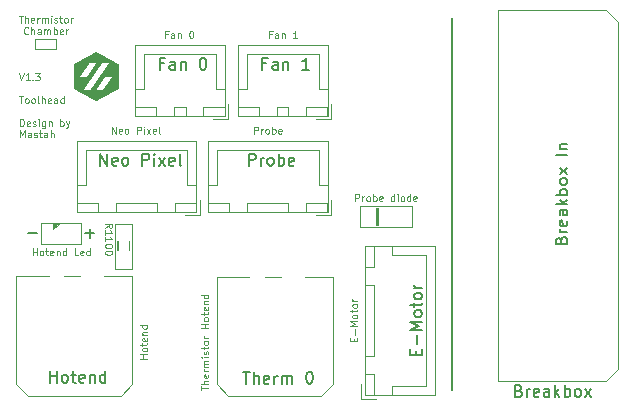
<source format=gbr>
%TF.GenerationSoftware,KiCad,Pcbnew,(6.0.6)*%
%TF.CreationDate,2022-08-05T00:51:14+02:00*%
%TF.ProjectId,toolhead_pcb,746f6f6c-6865-4616-945f-7063622e6b69,rev?*%
%TF.SameCoordinates,Original*%
%TF.FileFunction,Legend,Top*%
%TF.FilePolarity,Positive*%
%FSLAX46Y46*%
G04 Gerber Fmt 4.6, Leading zero omitted, Abs format (unit mm)*
G04 Created by KiCad (PCBNEW (6.0.6)) date 2022-08-05 00:51:14*
%MOMM*%
%LPD*%
G01*
G04 APERTURE LIST*
%ADD10C,0.150000*%
%ADD11C,0.100000*%
%ADD12C,0.130000*%
%ADD13C,0.120000*%
%ADD14C,0.020000*%
G04 APERTURE END LIST*
D10*
X105500000Y-79500000D02*
X105500000Y-111000000D01*
D11*
X97314285Y-94971428D02*
X97314285Y-94371428D01*
X97542857Y-94371428D01*
X97600000Y-94400000D01*
X97628571Y-94428571D01*
X97657142Y-94485714D01*
X97657142Y-94571428D01*
X97628571Y-94628571D01*
X97600000Y-94657142D01*
X97542857Y-94685714D01*
X97314285Y-94685714D01*
X97914285Y-94971428D02*
X97914285Y-94571428D01*
X97914285Y-94685714D02*
X97942857Y-94628571D01*
X97971428Y-94600000D01*
X98028571Y-94571428D01*
X98085714Y-94571428D01*
X98371428Y-94971428D02*
X98314285Y-94942857D01*
X98285714Y-94914285D01*
X98257142Y-94857142D01*
X98257142Y-94685714D01*
X98285714Y-94628571D01*
X98314285Y-94600000D01*
X98371428Y-94571428D01*
X98457142Y-94571428D01*
X98514285Y-94600000D01*
X98542857Y-94628571D01*
X98571428Y-94685714D01*
X98571428Y-94857142D01*
X98542857Y-94914285D01*
X98514285Y-94942857D01*
X98457142Y-94971428D01*
X98371428Y-94971428D01*
X98828571Y-94971428D02*
X98828571Y-94371428D01*
X98828571Y-94600000D02*
X98885714Y-94571428D01*
X99000000Y-94571428D01*
X99057142Y-94600000D01*
X99085714Y-94628571D01*
X99114285Y-94685714D01*
X99114285Y-94857142D01*
X99085714Y-94914285D01*
X99057142Y-94942857D01*
X99000000Y-94971428D01*
X98885714Y-94971428D01*
X98828571Y-94942857D01*
X99600000Y-94942857D02*
X99542857Y-94971428D01*
X99428571Y-94971428D01*
X99371428Y-94942857D01*
X99342857Y-94885714D01*
X99342857Y-94657142D01*
X99371428Y-94600000D01*
X99428571Y-94571428D01*
X99542857Y-94571428D01*
X99600000Y-94600000D01*
X99628571Y-94657142D01*
X99628571Y-94714285D01*
X99342857Y-94771428D01*
X100600000Y-94971428D02*
X100600000Y-94371428D01*
X100600000Y-94942857D02*
X100542857Y-94971428D01*
X100428571Y-94971428D01*
X100371428Y-94942857D01*
X100342857Y-94914285D01*
X100314285Y-94857142D01*
X100314285Y-94685714D01*
X100342857Y-94628571D01*
X100371428Y-94600000D01*
X100428571Y-94571428D01*
X100542857Y-94571428D01*
X100600000Y-94600000D01*
X100885714Y-94971428D02*
X100885714Y-94571428D01*
X100885714Y-94371428D02*
X100857142Y-94400000D01*
X100885714Y-94428571D01*
X100914285Y-94400000D01*
X100885714Y-94371428D01*
X100885714Y-94428571D01*
X101257142Y-94971428D02*
X101200000Y-94942857D01*
X101171428Y-94914285D01*
X101142857Y-94857142D01*
X101142857Y-94685714D01*
X101171428Y-94628571D01*
X101200000Y-94600000D01*
X101257142Y-94571428D01*
X101342857Y-94571428D01*
X101400000Y-94600000D01*
X101428571Y-94628571D01*
X101457142Y-94685714D01*
X101457142Y-94857142D01*
X101428571Y-94914285D01*
X101400000Y-94942857D01*
X101342857Y-94971428D01*
X101257142Y-94971428D01*
X101971428Y-94971428D02*
X101971428Y-94371428D01*
X101971428Y-94942857D02*
X101914285Y-94971428D01*
X101800000Y-94971428D01*
X101742857Y-94942857D01*
X101714285Y-94914285D01*
X101685714Y-94857142D01*
X101685714Y-94685714D01*
X101714285Y-94628571D01*
X101742857Y-94600000D01*
X101800000Y-94571428D01*
X101914285Y-94571428D01*
X101971428Y-94600000D01*
X102485714Y-94942857D02*
X102428571Y-94971428D01*
X102314285Y-94971428D01*
X102257142Y-94942857D01*
X102228571Y-94885714D01*
X102228571Y-94657142D01*
X102257142Y-94600000D01*
X102314285Y-94571428D01*
X102428571Y-94571428D01*
X102485714Y-94600000D01*
X102514285Y-94657142D01*
X102514285Y-94714285D01*
X102228571Y-94771428D01*
X88757142Y-89271428D02*
X88757142Y-88671428D01*
X88985714Y-88671428D01*
X89042857Y-88700000D01*
X89071428Y-88728571D01*
X89100000Y-88785714D01*
X89100000Y-88871428D01*
X89071428Y-88928571D01*
X89042857Y-88957142D01*
X88985714Y-88985714D01*
X88757142Y-88985714D01*
X89357142Y-89271428D02*
X89357142Y-88871428D01*
X89357142Y-88985714D02*
X89385714Y-88928571D01*
X89414285Y-88900000D01*
X89471428Y-88871428D01*
X89528571Y-88871428D01*
X89814285Y-89271428D02*
X89757142Y-89242857D01*
X89728571Y-89214285D01*
X89700000Y-89157142D01*
X89700000Y-88985714D01*
X89728571Y-88928571D01*
X89757142Y-88900000D01*
X89814285Y-88871428D01*
X89900000Y-88871428D01*
X89957142Y-88900000D01*
X89985714Y-88928571D01*
X90014285Y-88985714D01*
X90014285Y-89157142D01*
X89985714Y-89214285D01*
X89957142Y-89242857D01*
X89900000Y-89271428D01*
X89814285Y-89271428D01*
X90271428Y-89271428D02*
X90271428Y-88671428D01*
X90271428Y-88900000D02*
X90328571Y-88871428D01*
X90442857Y-88871428D01*
X90500000Y-88900000D01*
X90528571Y-88928571D01*
X90557142Y-88985714D01*
X90557142Y-89157142D01*
X90528571Y-89214285D01*
X90500000Y-89242857D01*
X90442857Y-89271428D01*
X90328571Y-89271428D01*
X90271428Y-89242857D01*
X91042857Y-89242857D02*
X90985714Y-89271428D01*
X90871428Y-89271428D01*
X90814285Y-89242857D01*
X90785714Y-89185714D01*
X90785714Y-88957142D01*
X90814285Y-88900000D01*
X90871428Y-88871428D01*
X90985714Y-88871428D01*
X91042857Y-88900000D01*
X91071428Y-88957142D01*
X91071428Y-89014285D01*
X90785714Y-89071428D01*
X84271428Y-110985714D02*
X84271428Y-110642857D01*
X84871428Y-110814285D02*
X84271428Y-110814285D01*
X84871428Y-110442857D02*
X84271428Y-110442857D01*
X84871428Y-110185714D02*
X84557142Y-110185714D01*
X84500000Y-110214285D01*
X84471428Y-110271428D01*
X84471428Y-110357142D01*
X84500000Y-110414285D01*
X84528571Y-110442857D01*
X84842857Y-109671428D02*
X84871428Y-109728571D01*
X84871428Y-109842857D01*
X84842857Y-109900000D01*
X84785714Y-109928571D01*
X84557142Y-109928571D01*
X84500000Y-109900000D01*
X84471428Y-109842857D01*
X84471428Y-109728571D01*
X84500000Y-109671428D01*
X84557142Y-109642857D01*
X84614285Y-109642857D01*
X84671428Y-109928571D01*
X84871428Y-109385714D02*
X84471428Y-109385714D01*
X84585714Y-109385714D02*
X84528571Y-109357142D01*
X84500000Y-109328571D01*
X84471428Y-109271428D01*
X84471428Y-109214285D01*
X84871428Y-109014285D02*
X84471428Y-109014285D01*
X84528571Y-109014285D02*
X84500000Y-108985714D01*
X84471428Y-108928571D01*
X84471428Y-108842857D01*
X84500000Y-108785714D01*
X84557142Y-108757142D01*
X84871428Y-108757142D01*
X84557142Y-108757142D02*
X84500000Y-108728571D01*
X84471428Y-108671428D01*
X84471428Y-108585714D01*
X84500000Y-108528571D01*
X84557142Y-108500000D01*
X84871428Y-108500000D01*
X84871428Y-108214285D02*
X84471428Y-108214285D01*
X84271428Y-108214285D02*
X84300000Y-108242857D01*
X84328571Y-108214285D01*
X84300000Y-108185714D01*
X84271428Y-108214285D01*
X84328571Y-108214285D01*
X84842857Y-107957142D02*
X84871428Y-107900000D01*
X84871428Y-107785714D01*
X84842857Y-107728571D01*
X84785714Y-107700000D01*
X84757142Y-107700000D01*
X84700000Y-107728571D01*
X84671428Y-107785714D01*
X84671428Y-107871428D01*
X84642857Y-107928571D01*
X84585714Y-107957142D01*
X84557142Y-107957142D01*
X84500000Y-107928571D01*
X84471428Y-107871428D01*
X84471428Y-107785714D01*
X84500000Y-107728571D01*
X84471428Y-107528571D02*
X84471428Y-107300000D01*
X84271428Y-107442857D02*
X84785714Y-107442857D01*
X84842857Y-107414285D01*
X84871428Y-107357142D01*
X84871428Y-107300000D01*
X84871428Y-107014285D02*
X84842857Y-107071428D01*
X84814285Y-107100000D01*
X84757142Y-107128571D01*
X84585714Y-107128571D01*
X84528571Y-107100000D01*
X84500000Y-107071428D01*
X84471428Y-107014285D01*
X84471428Y-106928571D01*
X84500000Y-106871428D01*
X84528571Y-106842857D01*
X84585714Y-106814285D01*
X84757142Y-106814285D01*
X84814285Y-106842857D01*
X84842857Y-106871428D01*
X84871428Y-106928571D01*
X84871428Y-107014285D01*
X84871428Y-106557142D02*
X84471428Y-106557142D01*
X84585714Y-106557142D02*
X84528571Y-106528571D01*
X84500000Y-106500000D01*
X84471428Y-106442857D01*
X84471428Y-106385714D01*
X84871428Y-105728571D02*
X84271428Y-105728571D01*
X84557142Y-105728571D02*
X84557142Y-105385714D01*
X84871428Y-105385714D02*
X84271428Y-105385714D01*
X84871428Y-105014285D02*
X84842857Y-105071428D01*
X84814285Y-105100000D01*
X84757142Y-105128571D01*
X84585714Y-105128571D01*
X84528571Y-105100000D01*
X84500000Y-105071428D01*
X84471428Y-105014285D01*
X84471428Y-104928571D01*
X84500000Y-104871428D01*
X84528571Y-104842857D01*
X84585714Y-104814285D01*
X84757142Y-104814285D01*
X84814285Y-104842857D01*
X84842857Y-104871428D01*
X84871428Y-104928571D01*
X84871428Y-105014285D01*
X84471428Y-104642857D02*
X84471428Y-104414285D01*
X84271428Y-104557142D02*
X84785714Y-104557142D01*
X84842857Y-104528571D01*
X84871428Y-104471428D01*
X84871428Y-104414285D01*
X84842857Y-103985714D02*
X84871428Y-104042857D01*
X84871428Y-104157142D01*
X84842857Y-104214285D01*
X84785714Y-104242857D01*
X84557142Y-104242857D01*
X84500000Y-104214285D01*
X84471428Y-104157142D01*
X84471428Y-104042857D01*
X84500000Y-103985714D01*
X84557142Y-103957142D01*
X84614285Y-103957142D01*
X84671428Y-104242857D01*
X84471428Y-103700000D02*
X84871428Y-103700000D01*
X84528571Y-103700000D02*
X84500000Y-103671428D01*
X84471428Y-103614285D01*
X84471428Y-103528571D01*
X84500000Y-103471428D01*
X84557142Y-103442857D01*
X84871428Y-103442857D01*
X84871428Y-102900000D02*
X84271428Y-102900000D01*
X84842857Y-102900000D02*
X84871428Y-102957142D01*
X84871428Y-103071428D01*
X84842857Y-103128571D01*
X84814285Y-103157142D01*
X84757142Y-103185714D01*
X84585714Y-103185714D01*
X84528571Y-103157142D01*
X84500000Y-103128571D01*
X84471428Y-103071428D01*
X84471428Y-102957142D01*
X84500000Y-102900000D01*
X76671428Y-89271428D02*
X76671428Y-88671428D01*
X77014285Y-89271428D01*
X77014285Y-88671428D01*
X77528571Y-89242857D02*
X77471428Y-89271428D01*
X77357142Y-89271428D01*
X77300000Y-89242857D01*
X77271428Y-89185714D01*
X77271428Y-88957142D01*
X77300000Y-88900000D01*
X77357142Y-88871428D01*
X77471428Y-88871428D01*
X77528571Y-88900000D01*
X77557142Y-88957142D01*
X77557142Y-89014285D01*
X77271428Y-89071428D01*
X77900000Y-89271428D02*
X77842857Y-89242857D01*
X77814285Y-89214285D01*
X77785714Y-89157142D01*
X77785714Y-88985714D01*
X77814285Y-88928571D01*
X77842857Y-88900000D01*
X77900000Y-88871428D01*
X77985714Y-88871428D01*
X78042857Y-88900000D01*
X78071428Y-88928571D01*
X78100000Y-88985714D01*
X78100000Y-89157142D01*
X78071428Y-89214285D01*
X78042857Y-89242857D01*
X77985714Y-89271428D01*
X77900000Y-89271428D01*
X78814285Y-89271428D02*
X78814285Y-88671428D01*
X79042857Y-88671428D01*
X79100000Y-88700000D01*
X79128571Y-88728571D01*
X79157142Y-88785714D01*
X79157142Y-88871428D01*
X79128571Y-88928571D01*
X79100000Y-88957142D01*
X79042857Y-88985714D01*
X78814285Y-88985714D01*
X79414285Y-89271428D02*
X79414285Y-88871428D01*
X79414285Y-88671428D02*
X79385714Y-88700000D01*
X79414285Y-88728571D01*
X79442857Y-88700000D01*
X79414285Y-88671428D01*
X79414285Y-88728571D01*
X79642857Y-89271428D02*
X79957142Y-88871428D01*
X79642857Y-88871428D02*
X79957142Y-89271428D01*
X80414285Y-89242857D02*
X80357142Y-89271428D01*
X80242857Y-89271428D01*
X80185714Y-89242857D01*
X80157142Y-89185714D01*
X80157142Y-88957142D01*
X80185714Y-88900000D01*
X80242857Y-88871428D01*
X80357142Y-88871428D01*
X80414285Y-88900000D01*
X80442857Y-88957142D01*
X80442857Y-89014285D01*
X80157142Y-89071428D01*
X80785714Y-89271428D02*
X80728571Y-89242857D01*
X80700000Y-89185714D01*
X80700000Y-88671428D01*
X68800000Y-79288428D02*
X69142857Y-79288428D01*
X68971428Y-79888428D02*
X68971428Y-79288428D01*
X69342857Y-79888428D02*
X69342857Y-79288428D01*
X69600000Y-79888428D02*
X69600000Y-79574142D01*
X69571428Y-79517000D01*
X69514285Y-79488428D01*
X69428571Y-79488428D01*
X69371428Y-79517000D01*
X69342857Y-79545571D01*
X70114285Y-79859857D02*
X70057142Y-79888428D01*
X69942857Y-79888428D01*
X69885714Y-79859857D01*
X69857142Y-79802714D01*
X69857142Y-79574142D01*
X69885714Y-79517000D01*
X69942857Y-79488428D01*
X70057142Y-79488428D01*
X70114285Y-79517000D01*
X70142857Y-79574142D01*
X70142857Y-79631285D01*
X69857142Y-79688428D01*
X70400000Y-79888428D02*
X70400000Y-79488428D01*
X70400000Y-79602714D02*
X70428571Y-79545571D01*
X70457142Y-79517000D01*
X70514285Y-79488428D01*
X70571428Y-79488428D01*
X70771428Y-79888428D02*
X70771428Y-79488428D01*
X70771428Y-79545571D02*
X70800000Y-79517000D01*
X70857142Y-79488428D01*
X70942857Y-79488428D01*
X71000000Y-79517000D01*
X71028571Y-79574142D01*
X71028571Y-79888428D01*
X71028571Y-79574142D02*
X71057142Y-79517000D01*
X71114285Y-79488428D01*
X71200000Y-79488428D01*
X71257142Y-79517000D01*
X71285714Y-79574142D01*
X71285714Y-79888428D01*
X71571428Y-79888428D02*
X71571428Y-79488428D01*
X71571428Y-79288428D02*
X71542857Y-79317000D01*
X71571428Y-79345571D01*
X71600000Y-79317000D01*
X71571428Y-79288428D01*
X71571428Y-79345571D01*
X71828571Y-79859857D02*
X71885714Y-79888428D01*
X72000000Y-79888428D01*
X72057142Y-79859857D01*
X72085714Y-79802714D01*
X72085714Y-79774142D01*
X72057142Y-79717000D01*
X72000000Y-79688428D01*
X71914285Y-79688428D01*
X71857142Y-79659857D01*
X71828571Y-79602714D01*
X71828571Y-79574142D01*
X71857142Y-79517000D01*
X71914285Y-79488428D01*
X72000000Y-79488428D01*
X72057142Y-79517000D01*
X72257142Y-79488428D02*
X72485714Y-79488428D01*
X72342857Y-79288428D02*
X72342857Y-79802714D01*
X72371428Y-79859857D01*
X72428571Y-79888428D01*
X72485714Y-79888428D01*
X72771428Y-79888428D02*
X72714285Y-79859857D01*
X72685714Y-79831285D01*
X72657142Y-79774142D01*
X72657142Y-79602714D01*
X72685714Y-79545571D01*
X72714285Y-79517000D01*
X72771428Y-79488428D01*
X72857142Y-79488428D01*
X72914285Y-79517000D01*
X72942857Y-79545571D01*
X72971428Y-79602714D01*
X72971428Y-79774142D01*
X72942857Y-79831285D01*
X72914285Y-79859857D01*
X72857142Y-79888428D01*
X72771428Y-79888428D01*
X73228571Y-79888428D02*
X73228571Y-79488428D01*
X73228571Y-79602714D02*
X73257142Y-79545571D01*
X73285714Y-79517000D01*
X73342857Y-79488428D01*
X73400000Y-79488428D01*
X69628571Y-80797285D02*
X69600000Y-80825857D01*
X69514285Y-80854428D01*
X69457142Y-80854428D01*
X69371428Y-80825857D01*
X69314285Y-80768714D01*
X69285714Y-80711571D01*
X69257142Y-80597285D01*
X69257142Y-80511571D01*
X69285714Y-80397285D01*
X69314285Y-80340142D01*
X69371428Y-80283000D01*
X69457142Y-80254428D01*
X69514285Y-80254428D01*
X69600000Y-80283000D01*
X69628571Y-80311571D01*
X69885714Y-80854428D02*
X69885714Y-80254428D01*
X70142857Y-80854428D02*
X70142857Y-80540142D01*
X70114285Y-80483000D01*
X70057142Y-80454428D01*
X69971428Y-80454428D01*
X69914285Y-80483000D01*
X69885714Y-80511571D01*
X70685714Y-80854428D02*
X70685714Y-80540142D01*
X70657142Y-80483000D01*
X70600000Y-80454428D01*
X70485714Y-80454428D01*
X70428571Y-80483000D01*
X70685714Y-80825857D02*
X70628571Y-80854428D01*
X70485714Y-80854428D01*
X70428571Y-80825857D01*
X70400000Y-80768714D01*
X70400000Y-80711571D01*
X70428571Y-80654428D01*
X70485714Y-80625857D01*
X70628571Y-80625857D01*
X70685714Y-80597285D01*
X70971428Y-80854428D02*
X70971428Y-80454428D01*
X70971428Y-80511571D02*
X71000000Y-80483000D01*
X71057142Y-80454428D01*
X71142857Y-80454428D01*
X71200000Y-80483000D01*
X71228571Y-80540142D01*
X71228571Y-80854428D01*
X71228571Y-80540142D02*
X71257142Y-80483000D01*
X71314285Y-80454428D01*
X71400000Y-80454428D01*
X71457142Y-80483000D01*
X71485714Y-80540142D01*
X71485714Y-80854428D01*
X71771428Y-80854428D02*
X71771428Y-80254428D01*
X71771428Y-80483000D02*
X71828571Y-80454428D01*
X71942857Y-80454428D01*
X72000000Y-80483000D01*
X72028571Y-80511571D01*
X72057142Y-80568714D01*
X72057142Y-80740142D01*
X72028571Y-80797285D01*
X72000000Y-80825857D01*
X71942857Y-80854428D01*
X71828571Y-80854428D01*
X71771428Y-80825857D01*
X72542857Y-80825857D02*
X72485714Y-80854428D01*
X72371428Y-80854428D01*
X72314285Y-80825857D01*
X72285714Y-80768714D01*
X72285714Y-80540142D01*
X72314285Y-80483000D01*
X72371428Y-80454428D01*
X72485714Y-80454428D01*
X72542857Y-80483000D01*
X72571428Y-80540142D01*
X72571428Y-80597285D01*
X72285714Y-80654428D01*
X72828571Y-80854428D02*
X72828571Y-80454428D01*
X72828571Y-80568714D02*
X72857142Y-80511571D01*
X72885714Y-80483000D01*
X72942857Y-80454428D01*
X73000000Y-80454428D01*
D12*
X111166666Y-111028571D02*
X111309523Y-111076190D01*
X111357142Y-111123809D01*
X111404761Y-111219047D01*
X111404761Y-111361904D01*
X111357142Y-111457142D01*
X111309523Y-111504761D01*
X111214285Y-111552380D01*
X110833333Y-111552380D01*
X110833333Y-110552380D01*
X111166666Y-110552380D01*
X111261904Y-110600000D01*
X111309523Y-110647619D01*
X111357142Y-110742857D01*
X111357142Y-110838095D01*
X111309523Y-110933333D01*
X111261904Y-110980952D01*
X111166666Y-111028571D01*
X110833333Y-111028571D01*
X111833333Y-111552380D02*
X111833333Y-110885714D01*
X111833333Y-111076190D02*
X111880952Y-110980952D01*
X111928571Y-110933333D01*
X112023809Y-110885714D01*
X112119047Y-110885714D01*
X112833333Y-111504761D02*
X112738095Y-111552380D01*
X112547619Y-111552380D01*
X112452380Y-111504761D01*
X112404761Y-111409523D01*
X112404761Y-111028571D01*
X112452380Y-110933333D01*
X112547619Y-110885714D01*
X112738095Y-110885714D01*
X112833333Y-110933333D01*
X112880952Y-111028571D01*
X112880952Y-111123809D01*
X112404761Y-111219047D01*
X113738095Y-111552380D02*
X113738095Y-111028571D01*
X113690476Y-110933333D01*
X113595238Y-110885714D01*
X113404761Y-110885714D01*
X113309523Y-110933333D01*
X113738095Y-111504761D02*
X113642857Y-111552380D01*
X113404761Y-111552380D01*
X113309523Y-111504761D01*
X113261904Y-111409523D01*
X113261904Y-111314285D01*
X113309523Y-111219047D01*
X113404761Y-111171428D01*
X113642857Y-111171428D01*
X113738095Y-111123809D01*
X114214285Y-111552380D02*
X114214285Y-110552380D01*
X114309523Y-111171428D02*
X114595238Y-111552380D01*
X114595238Y-110885714D02*
X114214285Y-111266666D01*
X115023809Y-111552380D02*
X115023809Y-110552380D01*
X115023809Y-110933333D02*
X115119047Y-110885714D01*
X115309523Y-110885714D01*
X115404761Y-110933333D01*
X115452380Y-110980952D01*
X115500000Y-111076190D01*
X115500000Y-111361904D01*
X115452380Y-111457142D01*
X115404761Y-111504761D01*
X115309523Y-111552380D01*
X115119047Y-111552380D01*
X115023809Y-111504761D01*
X116071428Y-111552380D02*
X115976190Y-111504761D01*
X115928571Y-111457142D01*
X115880952Y-111361904D01*
X115880952Y-111076190D01*
X115928571Y-110980952D01*
X115976190Y-110933333D01*
X116071428Y-110885714D01*
X116214285Y-110885714D01*
X116309523Y-110933333D01*
X116357142Y-110980952D01*
X116404761Y-111076190D01*
X116404761Y-111361904D01*
X116357142Y-111457142D01*
X116309523Y-111504761D01*
X116214285Y-111552380D01*
X116071428Y-111552380D01*
X116738095Y-111552380D02*
X117261904Y-110885714D01*
X116738095Y-110885714D02*
X117261904Y-111552380D01*
D11*
X97157142Y-106842857D02*
X97157142Y-106642857D01*
X97471428Y-106557142D02*
X97471428Y-106842857D01*
X96871428Y-106842857D01*
X96871428Y-106557142D01*
X97242857Y-106300000D02*
X97242857Y-105842857D01*
X97471428Y-105557142D02*
X96871428Y-105557142D01*
X97300000Y-105357142D01*
X96871428Y-105157142D01*
X97471428Y-105157142D01*
X97471428Y-104785714D02*
X97442857Y-104842857D01*
X97414285Y-104871428D01*
X97357142Y-104900000D01*
X97185714Y-104900000D01*
X97128571Y-104871428D01*
X97100000Y-104842857D01*
X97071428Y-104785714D01*
X97071428Y-104700000D01*
X97100000Y-104642857D01*
X97128571Y-104614285D01*
X97185714Y-104585714D01*
X97357142Y-104585714D01*
X97414285Y-104614285D01*
X97442857Y-104642857D01*
X97471428Y-104700000D01*
X97471428Y-104785714D01*
X97071428Y-104414285D02*
X97071428Y-104185714D01*
X96871428Y-104328571D02*
X97385714Y-104328571D01*
X97442857Y-104300000D01*
X97471428Y-104242857D01*
X97471428Y-104185714D01*
X97471428Y-103900000D02*
X97442857Y-103957142D01*
X97414285Y-103985714D01*
X97357142Y-104014285D01*
X97185714Y-104014285D01*
X97128571Y-103985714D01*
X97100000Y-103957142D01*
X97071428Y-103900000D01*
X97071428Y-103814285D01*
X97100000Y-103757142D01*
X97128571Y-103728571D01*
X97185714Y-103700000D01*
X97357142Y-103700000D01*
X97414285Y-103728571D01*
X97442857Y-103757142D01*
X97471428Y-103814285D01*
X97471428Y-103900000D01*
X97471428Y-103442857D02*
X97071428Y-103442857D01*
X97185714Y-103442857D02*
X97128571Y-103414285D01*
X97100000Y-103385714D01*
X97071428Y-103328571D01*
X97071428Y-103271428D01*
X79671428Y-108314285D02*
X79071428Y-108314285D01*
X79357142Y-108314285D02*
X79357142Y-107971428D01*
X79671428Y-107971428D02*
X79071428Y-107971428D01*
X79671428Y-107600000D02*
X79642857Y-107657142D01*
X79614285Y-107685714D01*
X79557142Y-107714285D01*
X79385714Y-107714285D01*
X79328571Y-107685714D01*
X79300000Y-107657142D01*
X79271428Y-107600000D01*
X79271428Y-107514285D01*
X79300000Y-107457142D01*
X79328571Y-107428571D01*
X79385714Y-107400000D01*
X79557142Y-107400000D01*
X79614285Y-107428571D01*
X79642857Y-107457142D01*
X79671428Y-107514285D01*
X79671428Y-107600000D01*
X79271428Y-107228571D02*
X79271428Y-107000000D01*
X79071428Y-107142857D02*
X79585714Y-107142857D01*
X79642857Y-107114285D01*
X79671428Y-107057142D01*
X79671428Y-107000000D01*
X79642857Y-106571428D02*
X79671428Y-106628571D01*
X79671428Y-106742857D01*
X79642857Y-106800000D01*
X79585714Y-106828571D01*
X79357142Y-106828571D01*
X79300000Y-106800000D01*
X79271428Y-106742857D01*
X79271428Y-106628571D01*
X79300000Y-106571428D01*
X79357142Y-106542857D01*
X79414285Y-106542857D01*
X79471428Y-106828571D01*
X79271428Y-106285714D02*
X79671428Y-106285714D01*
X79328571Y-106285714D02*
X79300000Y-106257142D01*
X79271428Y-106200000D01*
X79271428Y-106114285D01*
X79300000Y-106057142D01*
X79357142Y-106028571D01*
X79671428Y-106028571D01*
X79671428Y-105485714D02*
X79071428Y-105485714D01*
X79642857Y-105485714D02*
X79671428Y-105542857D01*
X79671428Y-105657142D01*
X79642857Y-105714285D01*
X79614285Y-105742857D01*
X79557142Y-105771428D01*
X79385714Y-105771428D01*
X79328571Y-105742857D01*
X79300000Y-105714285D01*
X79271428Y-105657142D01*
X79271428Y-105542857D01*
X79300000Y-105485714D01*
X90228571Y-80857142D02*
X90028571Y-80857142D01*
X90028571Y-81171428D02*
X90028571Y-80571428D01*
X90314285Y-80571428D01*
X90800000Y-81171428D02*
X90800000Y-80857142D01*
X90771428Y-80800000D01*
X90714285Y-80771428D01*
X90600000Y-80771428D01*
X90542857Y-80800000D01*
X90800000Y-81142857D02*
X90742857Y-81171428D01*
X90600000Y-81171428D01*
X90542857Y-81142857D01*
X90514285Y-81085714D01*
X90514285Y-81028571D01*
X90542857Y-80971428D01*
X90600000Y-80942857D01*
X90742857Y-80942857D01*
X90800000Y-80914285D01*
X91085714Y-80771428D02*
X91085714Y-81171428D01*
X91085714Y-80828571D02*
X91114285Y-80800000D01*
X91171428Y-80771428D01*
X91257142Y-80771428D01*
X91314285Y-80800000D01*
X91342857Y-80857142D01*
X91342857Y-81171428D01*
X92400000Y-81171428D02*
X92057142Y-81171428D01*
X92228571Y-81171428D02*
X92228571Y-80571428D01*
X92171428Y-80657142D01*
X92114285Y-80714285D01*
X92057142Y-80742857D01*
X68822142Y-84156428D02*
X69022142Y-84756428D01*
X69222142Y-84156428D01*
X69736428Y-84756428D02*
X69393571Y-84756428D01*
X69565000Y-84756428D02*
X69565000Y-84156428D01*
X69507857Y-84242142D01*
X69450714Y-84299285D01*
X69393571Y-84327857D01*
X69993571Y-84699285D02*
X70022142Y-84727857D01*
X69993571Y-84756428D01*
X69965000Y-84727857D01*
X69993571Y-84699285D01*
X69993571Y-84756428D01*
X70222142Y-84156428D02*
X70593571Y-84156428D01*
X70393571Y-84385000D01*
X70479285Y-84385000D01*
X70536428Y-84413571D01*
X70565000Y-84442142D01*
X70593571Y-84499285D01*
X70593571Y-84642142D01*
X70565000Y-84699285D01*
X70536428Y-84727857D01*
X70479285Y-84756428D01*
X70307857Y-84756428D01*
X70250714Y-84727857D01*
X70222142Y-84699285D01*
X68822142Y-86088428D02*
X69165000Y-86088428D01*
X68993571Y-86688428D02*
X68993571Y-86088428D01*
X69450714Y-86688428D02*
X69393571Y-86659857D01*
X69365000Y-86631285D01*
X69336428Y-86574142D01*
X69336428Y-86402714D01*
X69365000Y-86345571D01*
X69393571Y-86317000D01*
X69450714Y-86288428D01*
X69536428Y-86288428D01*
X69593571Y-86317000D01*
X69622142Y-86345571D01*
X69650714Y-86402714D01*
X69650714Y-86574142D01*
X69622142Y-86631285D01*
X69593571Y-86659857D01*
X69536428Y-86688428D01*
X69450714Y-86688428D01*
X69993571Y-86688428D02*
X69936428Y-86659857D01*
X69907857Y-86631285D01*
X69879285Y-86574142D01*
X69879285Y-86402714D01*
X69907857Y-86345571D01*
X69936428Y-86317000D01*
X69993571Y-86288428D01*
X70079285Y-86288428D01*
X70136428Y-86317000D01*
X70165000Y-86345571D01*
X70193571Y-86402714D01*
X70193571Y-86574142D01*
X70165000Y-86631285D01*
X70136428Y-86659857D01*
X70079285Y-86688428D01*
X69993571Y-86688428D01*
X70536428Y-86688428D02*
X70479285Y-86659857D01*
X70450714Y-86602714D01*
X70450714Y-86088428D01*
X70765000Y-86688428D02*
X70765000Y-86088428D01*
X71022142Y-86688428D02*
X71022142Y-86374142D01*
X70993571Y-86317000D01*
X70936428Y-86288428D01*
X70850714Y-86288428D01*
X70793571Y-86317000D01*
X70765000Y-86345571D01*
X71536428Y-86659857D02*
X71479285Y-86688428D01*
X71365000Y-86688428D01*
X71307857Y-86659857D01*
X71279285Y-86602714D01*
X71279285Y-86374142D01*
X71307857Y-86317000D01*
X71365000Y-86288428D01*
X71479285Y-86288428D01*
X71536428Y-86317000D01*
X71565000Y-86374142D01*
X71565000Y-86431285D01*
X71279285Y-86488428D01*
X72079285Y-86688428D02*
X72079285Y-86374142D01*
X72050714Y-86317000D01*
X71993571Y-86288428D01*
X71879285Y-86288428D01*
X71822142Y-86317000D01*
X72079285Y-86659857D02*
X72022142Y-86688428D01*
X71879285Y-86688428D01*
X71822142Y-86659857D01*
X71793571Y-86602714D01*
X71793571Y-86545571D01*
X71822142Y-86488428D01*
X71879285Y-86459857D01*
X72022142Y-86459857D01*
X72079285Y-86431285D01*
X72622142Y-86688428D02*
X72622142Y-86088428D01*
X72622142Y-86659857D02*
X72565000Y-86688428D01*
X72450714Y-86688428D01*
X72393571Y-86659857D01*
X72365000Y-86631285D01*
X72336428Y-86574142D01*
X72336428Y-86402714D01*
X72365000Y-86345571D01*
X72393571Y-86317000D01*
X72450714Y-86288428D01*
X72565000Y-86288428D01*
X72622142Y-86317000D01*
X68907857Y-88620428D02*
X68907857Y-88020428D01*
X69050714Y-88020428D01*
X69136428Y-88049000D01*
X69193571Y-88106142D01*
X69222142Y-88163285D01*
X69250714Y-88277571D01*
X69250714Y-88363285D01*
X69222142Y-88477571D01*
X69193571Y-88534714D01*
X69136428Y-88591857D01*
X69050714Y-88620428D01*
X68907857Y-88620428D01*
X69736428Y-88591857D02*
X69679285Y-88620428D01*
X69565000Y-88620428D01*
X69507857Y-88591857D01*
X69479285Y-88534714D01*
X69479285Y-88306142D01*
X69507857Y-88249000D01*
X69565000Y-88220428D01*
X69679285Y-88220428D01*
X69736428Y-88249000D01*
X69765000Y-88306142D01*
X69765000Y-88363285D01*
X69479285Y-88420428D01*
X69993571Y-88591857D02*
X70050714Y-88620428D01*
X70165000Y-88620428D01*
X70222142Y-88591857D01*
X70250714Y-88534714D01*
X70250714Y-88506142D01*
X70222142Y-88449000D01*
X70165000Y-88420428D01*
X70079285Y-88420428D01*
X70022142Y-88391857D01*
X69993571Y-88334714D01*
X69993571Y-88306142D01*
X70022142Y-88249000D01*
X70079285Y-88220428D01*
X70165000Y-88220428D01*
X70222142Y-88249000D01*
X70507857Y-88620428D02*
X70507857Y-88220428D01*
X70507857Y-88020428D02*
X70479285Y-88049000D01*
X70507857Y-88077571D01*
X70536428Y-88049000D01*
X70507857Y-88020428D01*
X70507857Y-88077571D01*
X71050714Y-88220428D02*
X71050714Y-88706142D01*
X71022142Y-88763285D01*
X70993571Y-88791857D01*
X70936428Y-88820428D01*
X70850714Y-88820428D01*
X70793571Y-88791857D01*
X71050714Y-88591857D02*
X70993571Y-88620428D01*
X70879285Y-88620428D01*
X70822142Y-88591857D01*
X70793571Y-88563285D01*
X70765000Y-88506142D01*
X70765000Y-88334714D01*
X70793571Y-88277571D01*
X70822142Y-88249000D01*
X70879285Y-88220428D01*
X70993571Y-88220428D01*
X71050714Y-88249000D01*
X71336428Y-88220428D02*
X71336428Y-88620428D01*
X71336428Y-88277571D02*
X71365000Y-88249000D01*
X71422142Y-88220428D01*
X71507857Y-88220428D01*
X71565000Y-88249000D01*
X71593571Y-88306142D01*
X71593571Y-88620428D01*
X72336428Y-88620428D02*
X72336428Y-88020428D01*
X72336428Y-88249000D02*
X72393571Y-88220428D01*
X72507857Y-88220428D01*
X72565000Y-88249000D01*
X72593571Y-88277571D01*
X72622142Y-88334714D01*
X72622142Y-88506142D01*
X72593571Y-88563285D01*
X72565000Y-88591857D01*
X72507857Y-88620428D01*
X72393571Y-88620428D01*
X72336428Y-88591857D01*
X72822142Y-88220428D02*
X72965000Y-88620428D01*
X73107857Y-88220428D02*
X72965000Y-88620428D01*
X72907857Y-88763285D01*
X72879285Y-88791857D01*
X72822142Y-88820428D01*
X68907857Y-89586428D02*
X68907857Y-88986428D01*
X69107857Y-89415000D01*
X69307857Y-88986428D01*
X69307857Y-89586428D01*
X69850714Y-89586428D02*
X69850714Y-89272142D01*
X69822142Y-89215000D01*
X69765000Y-89186428D01*
X69650714Y-89186428D01*
X69593571Y-89215000D01*
X69850714Y-89557857D02*
X69793571Y-89586428D01*
X69650714Y-89586428D01*
X69593571Y-89557857D01*
X69565000Y-89500714D01*
X69565000Y-89443571D01*
X69593571Y-89386428D01*
X69650714Y-89357857D01*
X69793571Y-89357857D01*
X69850714Y-89329285D01*
X70107857Y-89557857D02*
X70165000Y-89586428D01*
X70279285Y-89586428D01*
X70336428Y-89557857D01*
X70365000Y-89500714D01*
X70365000Y-89472142D01*
X70336428Y-89415000D01*
X70279285Y-89386428D01*
X70193571Y-89386428D01*
X70136428Y-89357857D01*
X70107857Y-89300714D01*
X70107857Y-89272142D01*
X70136428Y-89215000D01*
X70193571Y-89186428D01*
X70279285Y-89186428D01*
X70336428Y-89215000D01*
X70536428Y-89186428D02*
X70765000Y-89186428D01*
X70622142Y-88986428D02*
X70622142Y-89500714D01*
X70650714Y-89557857D01*
X70707857Y-89586428D01*
X70765000Y-89586428D01*
X71222142Y-89586428D02*
X71222142Y-89272142D01*
X71193571Y-89215000D01*
X71136428Y-89186428D01*
X71022142Y-89186428D01*
X70965000Y-89215000D01*
X71222142Y-89557857D02*
X71165000Y-89586428D01*
X71022142Y-89586428D01*
X70965000Y-89557857D01*
X70936428Y-89500714D01*
X70936428Y-89443571D01*
X70965000Y-89386428D01*
X71022142Y-89357857D01*
X71165000Y-89357857D01*
X71222142Y-89329285D01*
X71507857Y-89586428D02*
X71507857Y-88986428D01*
X71765000Y-89586428D02*
X71765000Y-89272142D01*
X71736428Y-89215000D01*
X71679285Y-89186428D01*
X71593571Y-89186428D01*
X71536428Y-89215000D01*
X71507857Y-89243571D01*
X81428571Y-80857142D02*
X81228571Y-80857142D01*
X81228571Y-81171428D02*
X81228571Y-80571428D01*
X81514285Y-80571428D01*
X82000000Y-81171428D02*
X82000000Y-80857142D01*
X81971428Y-80800000D01*
X81914285Y-80771428D01*
X81800000Y-80771428D01*
X81742857Y-80800000D01*
X82000000Y-81142857D02*
X81942857Y-81171428D01*
X81800000Y-81171428D01*
X81742857Y-81142857D01*
X81714285Y-81085714D01*
X81714285Y-81028571D01*
X81742857Y-80971428D01*
X81800000Y-80942857D01*
X81942857Y-80942857D01*
X82000000Y-80914285D01*
X82285714Y-80771428D02*
X82285714Y-81171428D01*
X82285714Y-80828571D02*
X82314285Y-80800000D01*
X82371428Y-80771428D01*
X82457142Y-80771428D01*
X82514285Y-80800000D01*
X82542857Y-80857142D01*
X82542857Y-81171428D01*
X83400000Y-80571428D02*
X83457142Y-80571428D01*
X83514285Y-80600000D01*
X83542857Y-80628571D01*
X83571428Y-80685714D01*
X83600000Y-80800000D01*
X83600000Y-80942857D01*
X83571428Y-81057142D01*
X83542857Y-81114285D01*
X83514285Y-81142857D01*
X83457142Y-81171428D01*
X83400000Y-81171428D01*
X83342857Y-81142857D01*
X83314285Y-81114285D01*
X83285714Y-81057142D01*
X83257142Y-80942857D01*
X83257142Y-80800000D01*
X83285714Y-80685714D01*
X83314285Y-80628571D01*
X83342857Y-80600000D01*
X83400000Y-80571428D01*
D10*
%TO.C,Therm 0*%
X87800000Y-109432380D02*
X88371428Y-109432380D01*
X88085714Y-110432380D02*
X88085714Y-109432380D01*
X88704761Y-110432380D02*
X88704761Y-109432380D01*
X89133333Y-110432380D02*
X89133333Y-109908571D01*
X89085714Y-109813333D01*
X88990476Y-109765714D01*
X88847619Y-109765714D01*
X88752380Y-109813333D01*
X88704761Y-109860952D01*
X89990476Y-110384761D02*
X89895238Y-110432380D01*
X89704761Y-110432380D01*
X89609523Y-110384761D01*
X89561904Y-110289523D01*
X89561904Y-109908571D01*
X89609523Y-109813333D01*
X89704761Y-109765714D01*
X89895238Y-109765714D01*
X89990476Y-109813333D01*
X90038095Y-109908571D01*
X90038095Y-110003809D01*
X89561904Y-110099047D01*
X90466666Y-110432380D02*
X90466666Y-109765714D01*
X90466666Y-109956190D02*
X90514285Y-109860952D01*
X90561904Y-109813333D01*
X90657142Y-109765714D01*
X90752380Y-109765714D01*
X91085714Y-110432380D02*
X91085714Y-109765714D01*
X91085714Y-109860952D02*
X91133333Y-109813333D01*
X91228571Y-109765714D01*
X91371428Y-109765714D01*
X91466666Y-109813333D01*
X91514285Y-109908571D01*
X91514285Y-110432380D01*
X91514285Y-109908571D02*
X91561904Y-109813333D01*
X91657142Y-109765714D01*
X91800000Y-109765714D01*
X91895238Y-109813333D01*
X91942857Y-109908571D01*
X91942857Y-110432380D01*
X93371428Y-109432380D02*
X93466666Y-109432380D01*
X93561904Y-109480000D01*
X93609523Y-109527619D01*
X93657142Y-109622857D01*
X93704761Y-109813333D01*
X93704761Y-110051428D01*
X93657142Y-110241904D01*
X93609523Y-110337142D01*
X93561904Y-110384761D01*
X93466666Y-110432380D01*
X93371428Y-110432380D01*
X93276190Y-110384761D01*
X93228571Y-110337142D01*
X93180952Y-110241904D01*
X93133333Y-110051428D01*
X93133333Y-109813333D01*
X93180952Y-109622857D01*
X93228571Y-109527619D01*
X93276190Y-109480000D01*
X93371428Y-109432380D01*
%TO.C,Neo Pixel*%
X75719047Y-91977380D02*
X75719047Y-90977380D01*
X76290476Y-91977380D01*
X76290476Y-90977380D01*
X77147619Y-91929761D02*
X77052380Y-91977380D01*
X76861904Y-91977380D01*
X76766666Y-91929761D01*
X76719047Y-91834523D01*
X76719047Y-91453571D01*
X76766666Y-91358333D01*
X76861904Y-91310714D01*
X77052380Y-91310714D01*
X77147619Y-91358333D01*
X77195238Y-91453571D01*
X77195238Y-91548809D01*
X76719047Y-91644047D01*
X77766666Y-91977380D02*
X77671428Y-91929761D01*
X77623809Y-91882142D01*
X77576190Y-91786904D01*
X77576190Y-91501190D01*
X77623809Y-91405952D01*
X77671428Y-91358333D01*
X77766666Y-91310714D01*
X77909523Y-91310714D01*
X78004761Y-91358333D01*
X78052380Y-91405952D01*
X78100000Y-91501190D01*
X78100000Y-91786904D01*
X78052380Y-91882142D01*
X78004761Y-91929761D01*
X77909523Y-91977380D01*
X77766666Y-91977380D01*
X79290476Y-91977380D02*
X79290476Y-90977380D01*
X79671428Y-90977380D01*
X79766666Y-91025000D01*
X79814285Y-91072619D01*
X79861904Y-91167857D01*
X79861904Y-91310714D01*
X79814285Y-91405952D01*
X79766666Y-91453571D01*
X79671428Y-91501190D01*
X79290476Y-91501190D01*
X80290476Y-91977380D02*
X80290476Y-91310714D01*
X80290476Y-90977380D02*
X80242857Y-91025000D01*
X80290476Y-91072619D01*
X80338095Y-91025000D01*
X80290476Y-90977380D01*
X80290476Y-91072619D01*
X80671428Y-91977380D02*
X81195238Y-91310714D01*
X80671428Y-91310714D02*
X81195238Y-91977380D01*
X81957142Y-91929761D02*
X81861904Y-91977380D01*
X81671428Y-91977380D01*
X81576190Y-91929761D01*
X81528571Y-91834523D01*
X81528571Y-91453571D01*
X81576190Y-91358333D01*
X81671428Y-91310714D01*
X81861904Y-91310714D01*
X81957142Y-91358333D01*
X82004761Y-91453571D01*
X82004761Y-91548809D01*
X81528571Y-91644047D01*
X82576190Y-91977380D02*
X82480952Y-91929761D01*
X82433333Y-91834523D01*
X82433333Y-90977380D01*
%TO.C,E-Motor*%
X102428571Y-108004761D02*
X102428571Y-107671428D01*
X102952380Y-107528571D02*
X102952380Y-108004761D01*
X101952380Y-108004761D01*
X101952380Y-107528571D01*
X102571428Y-107100000D02*
X102571428Y-106338095D01*
X102952380Y-105861904D02*
X101952380Y-105861904D01*
X102666666Y-105528571D01*
X101952380Y-105195238D01*
X102952380Y-105195238D01*
X102952380Y-104576190D02*
X102904761Y-104671428D01*
X102857142Y-104719047D01*
X102761904Y-104766666D01*
X102476190Y-104766666D01*
X102380952Y-104719047D01*
X102333333Y-104671428D01*
X102285714Y-104576190D01*
X102285714Y-104433333D01*
X102333333Y-104338095D01*
X102380952Y-104290476D01*
X102476190Y-104242857D01*
X102761904Y-104242857D01*
X102857142Y-104290476D01*
X102904761Y-104338095D01*
X102952380Y-104433333D01*
X102952380Y-104576190D01*
X102285714Y-103957142D02*
X102285714Y-103576190D01*
X101952380Y-103814285D02*
X102809523Y-103814285D01*
X102904761Y-103766666D01*
X102952380Y-103671428D01*
X102952380Y-103576190D01*
X102952380Y-103100000D02*
X102904761Y-103195238D01*
X102857142Y-103242857D01*
X102761904Y-103290476D01*
X102476190Y-103290476D01*
X102380952Y-103242857D01*
X102333333Y-103195238D01*
X102285714Y-103100000D01*
X102285714Y-102957142D01*
X102333333Y-102861904D01*
X102380952Y-102814285D01*
X102476190Y-102766666D01*
X102761904Y-102766666D01*
X102857142Y-102814285D01*
X102904761Y-102861904D01*
X102952380Y-102957142D01*
X102952380Y-103100000D01*
X102952380Y-102338095D02*
X102285714Y-102338095D01*
X102476190Y-102338095D02*
X102380952Y-102290476D01*
X102333333Y-102242857D01*
X102285714Y-102147619D01*
X102285714Y-102052380D01*
D11*
%TO.C,R1100*%
X76128571Y-97242857D02*
X76414285Y-97042857D01*
X76128571Y-96900000D02*
X76728571Y-96900000D01*
X76728571Y-97128571D01*
X76700000Y-97185714D01*
X76671428Y-97214285D01*
X76614285Y-97242857D01*
X76528571Y-97242857D01*
X76471428Y-97214285D01*
X76442857Y-97185714D01*
X76414285Y-97128571D01*
X76414285Y-96900000D01*
X76128571Y-97814285D02*
X76128571Y-97471428D01*
X76128571Y-97642857D02*
X76728571Y-97642857D01*
X76642857Y-97585714D01*
X76585714Y-97528571D01*
X76557142Y-97471428D01*
X76128571Y-98385714D02*
X76128571Y-98042857D01*
X76128571Y-98214285D02*
X76728571Y-98214285D01*
X76642857Y-98157142D01*
X76585714Y-98100000D01*
X76557142Y-98042857D01*
X76728571Y-98757142D02*
X76728571Y-98814285D01*
X76700000Y-98871428D01*
X76671428Y-98900000D01*
X76614285Y-98928571D01*
X76500000Y-98957142D01*
X76357142Y-98957142D01*
X76242857Y-98928571D01*
X76185714Y-98900000D01*
X76157142Y-98871428D01*
X76128571Y-98814285D01*
X76128571Y-98757142D01*
X76157142Y-98700000D01*
X76185714Y-98671428D01*
X76242857Y-98642857D01*
X76357142Y-98614285D01*
X76500000Y-98614285D01*
X76614285Y-98642857D01*
X76671428Y-98671428D01*
X76700000Y-98700000D01*
X76728571Y-98757142D01*
X76728571Y-99328571D02*
X76728571Y-99385714D01*
X76700000Y-99442857D01*
X76671428Y-99471428D01*
X76614285Y-99500000D01*
X76500000Y-99528571D01*
X76357142Y-99528571D01*
X76242857Y-99500000D01*
X76185714Y-99471428D01*
X76157142Y-99442857D01*
X76128571Y-99385714D01*
X76128571Y-99328571D01*
X76157142Y-99271428D01*
X76185714Y-99242857D01*
X76242857Y-99214285D01*
X76357142Y-99185714D01*
X76500000Y-99185714D01*
X76614285Y-99214285D01*
X76671428Y-99242857D01*
X76700000Y-99271428D01*
X76728571Y-99328571D01*
D10*
%TO.C,Hotend*%
X71442857Y-110352380D02*
X71442857Y-109352380D01*
X71442857Y-109828571D02*
X72014285Y-109828571D01*
X72014285Y-110352380D02*
X72014285Y-109352380D01*
X72633333Y-110352380D02*
X72538095Y-110304761D01*
X72490476Y-110257142D01*
X72442857Y-110161904D01*
X72442857Y-109876190D01*
X72490476Y-109780952D01*
X72538095Y-109733333D01*
X72633333Y-109685714D01*
X72776190Y-109685714D01*
X72871428Y-109733333D01*
X72919047Y-109780952D01*
X72966666Y-109876190D01*
X72966666Y-110161904D01*
X72919047Y-110257142D01*
X72871428Y-110304761D01*
X72776190Y-110352380D01*
X72633333Y-110352380D01*
X73252380Y-109685714D02*
X73633333Y-109685714D01*
X73395238Y-109352380D02*
X73395238Y-110209523D01*
X73442857Y-110304761D01*
X73538095Y-110352380D01*
X73633333Y-110352380D01*
X74347619Y-110304761D02*
X74252380Y-110352380D01*
X74061904Y-110352380D01*
X73966666Y-110304761D01*
X73919047Y-110209523D01*
X73919047Y-109828571D01*
X73966666Y-109733333D01*
X74061904Y-109685714D01*
X74252380Y-109685714D01*
X74347619Y-109733333D01*
X74395238Y-109828571D01*
X74395238Y-109923809D01*
X73919047Y-110019047D01*
X74823809Y-109685714D02*
X74823809Y-110352380D01*
X74823809Y-109780952D02*
X74871428Y-109733333D01*
X74966666Y-109685714D01*
X75109523Y-109685714D01*
X75204761Y-109733333D01*
X75252380Y-109828571D01*
X75252380Y-110352380D01*
X76157142Y-110352380D02*
X76157142Y-109352380D01*
X76157142Y-110304761D02*
X76061904Y-110352380D01*
X75871428Y-110352380D01*
X75776190Y-110304761D01*
X75728571Y-110257142D01*
X75680952Y-110161904D01*
X75680952Y-109876190D01*
X75728571Y-109780952D01*
X75776190Y-109733333D01*
X75871428Y-109685714D01*
X76061904Y-109685714D01*
X76157142Y-109733333D01*
%TO.C,Fan 1*%
X89780952Y-83328571D02*
X89447619Y-83328571D01*
X89447619Y-83852380D02*
X89447619Y-82852380D01*
X89923809Y-82852380D01*
X90733333Y-83852380D02*
X90733333Y-83328571D01*
X90685714Y-83233333D01*
X90590476Y-83185714D01*
X90400000Y-83185714D01*
X90304761Y-83233333D01*
X90733333Y-83804761D02*
X90638095Y-83852380D01*
X90400000Y-83852380D01*
X90304761Y-83804761D01*
X90257142Y-83709523D01*
X90257142Y-83614285D01*
X90304761Y-83519047D01*
X90400000Y-83471428D01*
X90638095Y-83471428D01*
X90733333Y-83423809D01*
X91209523Y-83185714D02*
X91209523Y-83852380D01*
X91209523Y-83280952D02*
X91257142Y-83233333D01*
X91352380Y-83185714D01*
X91495238Y-83185714D01*
X91590476Y-83233333D01*
X91638095Y-83328571D01*
X91638095Y-83852380D01*
X93400000Y-83852380D02*
X92828571Y-83852380D01*
X93114285Y-83852380D02*
X93114285Y-82852380D01*
X93019047Y-82995238D01*
X92923809Y-83090476D01*
X92828571Y-83138095D01*
D11*
%TO.C,Hotend Led*%
X69985714Y-99571428D02*
X69985714Y-98971428D01*
X69985714Y-99257142D02*
X70328571Y-99257142D01*
X70328571Y-99571428D02*
X70328571Y-98971428D01*
X70700000Y-99571428D02*
X70642857Y-99542857D01*
X70614285Y-99514285D01*
X70585714Y-99457142D01*
X70585714Y-99285714D01*
X70614285Y-99228571D01*
X70642857Y-99200000D01*
X70700000Y-99171428D01*
X70785714Y-99171428D01*
X70842857Y-99200000D01*
X70871428Y-99228571D01*
X70900000Y-99285714D01*
X70900000Y-99457142D01*
X70871428Y-99514285D01*
X70842857Y-99542857D01*
X70785714Y-99571428D01*
X70700000Y-99571428D01*
X71071428Y-99171428D02*
X71300000Y-99171428D01*
X71157142Y-98971428D02*
X71157142Y-99485714D01*
X71185714Y-99542857D01*
X71242857Y-99571428D01*
X71300000Y-99571428D01*
X71728571Y-99542857D02*
X71671428Y-99571428D01*
X71557142Y-99571428D01*
X71500000Y-99542857D01*
X71471428Y-99485714D01*
X71471428Y-99257142D01*
X71500000Y-99200000D01*
X71557142Y-99171428D01*
X71671428Y-99171428D01*
X71728571Y-99200000D01*
X71757142Y-99257142D01*
X71757142Y-99314285D01*
X71471428Y-99371428D01*
X72014285Y-99171428D02*
X72014285Y-99571428D01*
X72014285Y-99228571D02*
X72042857Y-99200000D01*
X72100000Y-99171428D01*
X72185714Y-99171428D01*
X72242857Y-99200000D01*
X72271428Y-99257142D01*
X72271428Y-99571428D01*
X72814285Y-99571428D02*
X72814285Y-98971428D01*
X72814285Y-99542857D02*
X72757142Y-99571428D01*
X72642857Y-99571428D01*
X72585714Y-99542857D01*
X72557142Y-99514285D01*
X72528571Y-99457142D01*
X72528571Y-99285714D01*
X72557142Y-99228571D01*
X72585714Y-99200000D01*
X72642857Y-99171428D01*
X72757142Y-99171428D01*
X72814285Y-99200000D01*
X73842857Y-99571428D02*
X73557142Y-99571428D01*
X73557142Y-98971428D01*
X74271428Y-99542857D02*
X74214285Y-99571428D01*
X74100000Y-99571428D01*
X74042857Y-99542857D01*
X74014285Y-99485714D01*
X74014285Y-99257142D01*
X74042857Y-99200000D01*
X74100000Y-99171428D01*
X74214285Y-99171428D01*
X74271428Y-99200000D01*
X74300000Y-99257142D01*
X74300000Y-99314285D01*
X74014285Y-99371428D01*
X74814285Y-99571428D02*
X74814285Y-98971428D01*
X74814285Y-99542857D02*
X74757142Y-99571428D01*
X74642857Y-99571428D01*
X74585714Y-99542857D01*
X74557142Y-99514285D01*
X74528571Y-99457142D01*
X74528571Y-99285714D01*
X74557142Y-99228571D01*
X74585714Y-99200000D01*
X74642857Y-99171428D01*
X74757142Y-99171428D01*
X74814285Y-99200000D01*
D10*
X75210952Y-97698571D02*
X74449047Y-97698571D01*
X74830000Y-97317619D02*
X74830000Y-98079523D01*
X70320952Y-97698571D02*
X69559047Y-97698571D01*
%TO.C,Breakbox In*%
X114743571Y-98294761D02*
X114791190Y-98151904D01*
X114838809Y-98104285D01*
X114934047Y-98056666D01*
X115076904Y-98056666D01*
X115172142Y-98104285D01*
X115219761Y-98151904D01*
X115267380Y-98247142D01*
X115267380Y-98628095D01*
X114267380Y-98628095D01*
X114267380Y-98294761D01*
X114315000Y-98199523D01*
X114362619Y-98151904D01*
X114457857Y-98104285D01*
X114553095Y-98104285D01*
X114648333Y-98151904D01*
X114695952Y-98199523D01*
X114743571Y-98294761D01*
X114743571Y-98628095D01*
X115267380Y-97628095D02*
X114600714Y-97628095D01*
X114791190Y-97628095D02*
X114695952Y-97580476D01*
X114648333Y-97532857D01*
X114600714Y-97437619D01*
X114600714Y-97342380D01*
X115219761Y-96628095D02*
X115267380Y-96723333D01*
X115267380Y-96913809D01*
X115219761Y-97009047D01*
X115124523Y-97056666D01*
X114743571Y-97056666D01*
X114648333Y-97009047D01*
X114600714Y-96913809D01*
X114600714Y-96723333D01*
X114648333Y-96628095D01*
X114743571Y-96580476D01*
X114838809Y-96580476D01*
X114934047Y-97056666D01*
X115267380Y-95723333D02*
X114743571Y-95723333D01*
X114648333Y-95770952D01*
X114600714Y-95866190D01*
X114600714Y-96056666D01*
X114648333Y-96151904D01*
X115219761Y-95723333D02*
X115267380Y-95818571D01*
X115267380Y-96056666D01*
X115219761Y-96151904D01*
X115124523Y-96199523D01*
X115029285Y-96199523D01*
X114934047Y-96151904D01*
X114886428Y-96056666D01*
X114886428Y-95818571D01*
X114838809Y-95723333D01*
X115267380Y-95247142D02*
X114267380Y-95247142D01*
X114886428Y-95151904D02*
X115267380Y-94866190D01*
X114600714Y-94866190D02*
X114981666Y-95247142D01*
X115267380Y-94437619D02*
X114267380Y-94437619D01*
X114648333Y-94437619D02*
X114600714Y-94342380D01*
X114600714Y-94151904D01*
X114648333Y-94056666D01*
X114695952Y-94009047D01*
X114791190Y-93961428D01*
X115076904Y-93961428D01*
X115172142Y-94009047D01*
X115219761Y-94056666D01*
X115267380Y-94151904D01*
X115267380Y-94342380D01*
X115219761Y-94437619D01*
X115267380Y-93390000D02*
X115219761Y-93485238D01*
X115172142Y-93532857D01*
X115076904Y-93580476D01*
X114791190Y-93580476D01*
X114695952Y-93532857D01*
X114648333Y-93485238D01*
X114600714Y-93390000D01*
X114600714Y-93247142D01*
X114648333Y-93151904D01*
X114695952Y-93104285D01*
X114791190Y-93056666D01*
X115076904Y-93056666D01*
X115172142Y-93104285D01*
X115219761Y-93151904D01*
X115267380Y-93247142D01*
X115267380Y-93390000D01*
X115267380Y-92723333D02*
X114600714Y-92199523D01*
X114600714Y-92723333D02*
X115267380Y-92199523D01*
X115267380Y-91056666D02*
X114267380Y-91056666D01*
X114600714Y-90580476D02*
X115267380Y-90580476D01*
X114695952Y-90580476D02*
X114648333Y-90532857D01*
X114600714Y-90437619D01*
X114600714Y-90294761D01*
X114648333Y-90199523D01*
X114743571Y-90151904D01*
X115267380Y-90151904D01*
%TO.C,Fan 0*%
X81080952Y-83328571D02*
X80747619Y-83328571D01*
X80747619Y-83852380D02*
X80747619Y-82852380D01*
X81223809Y-82852380D01*
X82033333Y-83852380D02*
X82033333Y-83328571D01*
X81985714Y-83233333D01*
X81890476Y-83185714D01*
X81700000Y-83185714D01*
X81604761Y-83233333D01*
X82033333Y-83804761D02*
X81938095Y-83852380D01*
X81700000Y-83852380D01*
X81604761Y-83804761D01*
X81557142Y-83709523D01*
X81557142Y-83614285D01*
X81604761Y-83519047D01*
X81700000Y-83471428D01*
X81938095Y-83471428D01*
X82033333Y-83423809D01*
X82509523Y-83185714D02*
X82509523Y-83852380D01*
X82509523Y-83280952D02*
X82557142Y-83233333D01*
X82652380Y-83185714D01*
X82795238Y-83185714D01*
X82890476Y-83233333D01*
X82938095Y-83328571D01*
X82938095Y-83852380D01*
X84366666Y-82852380D02*
X84461904Y-82852380D01*
X84557142Y-82900000D01*
X84604761Y-82947619D01*
X84652380Y-83042857D01*
X84700000Y-83233333D01*
X84700000Y-83471428D01*
X84652380Y-83661904D01*
X84604761Y-83757142D01*
X84557142Y-83804761D01*
X84461904Y-83852380D01*
X84366666Y-83852380D01*
X84271428Y-83804761D01*
X84223809Y-83757142D01*
X84176190Y-83661904D01*
X84128571Y-83471428D01*
X84128571Y-83233333D01*
X84176190Y-83042857D01*
X84223809Y-82947619D01*
X84271428Y-82900000D01*
X84366666Y-82852380D01*
%TO.C,Probe*%
X88295238Y-91977380D02*
X88295238Y-90977380D01*
X88676190Y-90977380D01*
X88771428Y-91025000D01*
X88819047Y-91072619D01*
X88866666Y-91167857D01*
X88866666Y-91310714D01*
X88819047Y-91405952D01*
X88771428Y-91453571D01*
X88676190Y-91501190D01*
X88295238Y-91501190D01*
X89295238Y-91977380D02*
X89295238Y-91310714D01*
X89295238Y-91501190D02*
X89342857Y-91405952D01*
X89390476Y-91358333D01*
X89485714Y-91310714D01*
X89580952Y-91310714D01*
X90057142Y-91977380D02*
X89961904Y-91929761D01*
X89914285Y-91882142D01*
X89866666Y-91786904D01*
X89866666Y-91501190D01*
X89914285Y-91405952D01*
X89961904Y-91358333D01*
X90057142Y-91310714D01*
X90200000Y-91310714D01*
X90295238Y-91358333D01*
X90342857Y-91405952D01*
X90390476Y-91501190D01*
X90390476Y-91786904D01*
X90342857Y-91882142D01*
X90295238Y-91929761D01*
X90200000Y-91977380D01*
X90057142Y-91977380D01*
X90819047Y-91977380D02*
X90819047Y-90977380D01*
X90819047Y-91358333D02*
X90914285Y-91310714D01*
X91104761Y-91310714D01*
X91200000Y-91358333D01*
X91247619Y-91405952D01*
X91295238Y-91501190D01*
X91295238Y-91786904D01*
X91247619Y-91882142D01*
X91200000Y-91929761D01*
X91104761Y-91977380D01*
X90914285Y-91977380D01*
X90819047Y-91929761D01*
X92104761Y-91929761D02*
X92009523Y-91977380D01*
X91819047Y-91977380D01*
X91723809Y-91929761D01*
X91676190Y-91834523D01*
X91676190Y-91453571D01*
X91723809Y-91358333D01*
X91819047Y-91310714D01*
X92009523Y-91310714D01*
X92104761Y-91358333D01*
X92152380Y-91453571D01*
X92152380Y-91548809D01*
X91676190Y-91644047D01*
D13*
%TO.C,Therm 0*%
X90990000Y-101390000D02*
X89651767Y-101390000D01*
X95435000Y-101390000D02*
X93010000Y-101390000D01*
X85565000Y-110510000D02*
X85565000Y-101390000D01*
X95435000Y-110510000D02*
X94435000Y-111510000D01*
X85565000Y-101390000D02*
X88348233Y-101390000D01*
X94435000Y-111510000D02*
X86565000Y-111510000D01*
X95435000Y-101390000D02*
X95435000Y-110510000D01*
X86565000Y-111510000D02*
X85565000Y-110510000D01*
%TO.C,Neo Pixel*%
X77050000Y-95875000D02*
X80550000Y-95875000D01*
X74500000Y-90675000D02*
X78800000Y-90675000D01*
X82050000Y-95875000D02*
X83850000Y-95875000D01*
X73740000Y-89915000D02*
X73740000Y-95885000D01*
X75550000Y-95125000D02*
X73750000Y-95125000D01*
X73750000Y-95125000D02*
X73750000Y-95875000D01*
X73750000Y-95875000D02*
X75550000Y-95875000D01*
X74500000Y-93625000D02*
X74500000Y-90675000D01*
X82050000Y-95125000D02*
X82050000Y-95875000D01*
X82900000Y-96175000D02*
X84150000Y-96175000D01*
X83100000Y-90675000D02*
X78800000Y-90675000D01*
X73750000Y-93625000D02*
X74500000Y-93625000D01*
X77050000Y-95125000D02*
X77050000Y-95875000D01*
X73740000Y-95885000D02*
X83860000Y-95885000D01*
X83100000Y-93625000D02*
X83100000Y-90675000D01*
X84150000Y-96175000D02*
X84150000Y-94925000D01*
X80550000Y-95125000D02*
X77050000Y-95125000D01*
X80550000Y-95875000D02*
X80550000Y-95125000D01*
X75550000Y-95875000D02*
X75550000Y-95125000D01*
X83860000Y-89915000D02*
X73740000Y-89915000D01*
X83850000Y-95875000D02*
X83850000Y-95125000D01*
X83850000Y-93625000D02*
X83100000Y-93625000D01*
X83850000Y-95125000D02*
X82050000Y-95125000D01*
X83860000Y-95885000D02*
X83860000Y-89915000D01*
%TO.C,E-Motor*%
X100375000Y-110650000D02*
X103325000Y-110650000D01*
X98875000Y-102100000D02*
X98125000Y-102100000D01*
X103325000Y-110650000D02*
X103325000Y-105100000D01*
X98875000Y-109600000D02*
X98125000Y-109600000D01*
X104085000Y-111410000D02*
X104085000Y-98790000D01*
X98125000Y-102100000D02*
X98125000Y-108100000D01*
X103325000Y-99550000D02*
X103325000Y-105100000D01*
X98125000Y-108100000D02*
X98875000Y-108100000D01*
X98875000Y-111400000D02*
X98875000Y-109600000D01*
X98125000Y-98800000D02*
X98125000Y-100600000D01*
X100375000Y-99550000D02*
X103325000Y-99550000D01*
X98875000Y-100600000D02*
X98875000Y-98800000D01*
X104085000Y-98790000D02*
X98115000Y-98790000D01*
X97825000Y-110450000D02*
X97825000Y-111700000D01*
X98875000Y-108100000D02*
X98875000Y-102100000D01*
X98125000Y-111400000D02*
X98875000Y-111400000D01*
X100375000Y-98800000D02*
X100375000Y-99550000D01*
X98115000Y-98790000D02*
X98115000Y-111410000D01*
X98875000Y-98800000D02*
X98125000Y-98800000D01*
X98115000Y-111410000D02*
X104085000Y-111410000D01*
X97825000Y-111700000D02*
X99075000Y-111700000D01*
X100375000Y-111400000D02*
X100375000Y-110650000D01*
X98125000Y-100600000D02*
X98875000Y-100600000D01*
X98125000Y-109600000D02*
X98125000Y-111400000D01*
D11*
%TO.C,Probe filter diode*%
X97700000Y-95400000D02*
X102100000Y-95400000D01*
X102100000Y-95400000D02*
X102100000Y-97200000D01*
X102100000Y-97200000D02*
X97700000Y-97200000D01*
X97700000Y-97200000D02*
X97700000Y-95400000D01*
G36*
X99070000Y-95550000D02*
G01*
X99330000Y-95550000D01*
X99330000Y-97050000D01*
X99070000Y-97050000D01*
X99070000Y-95550000D01*
G37*
%TO.C,R1100*%
G36*
X78260000Y-98400000D02*
G01*
X78140000Y-98400000D01*
X78140000Y-99200000D01*
X78260000Y-99200000D01*
X78260000Y-98400000D01*
G37*
G36*
X77260000Y-98400000D02*
G01*
X77140000Y-98400000D01*
X77140000Y-99200000D01*
X77260000Y-99200000D01*
X77260000Y-98400000D01*
G37*
X78400000Y-96900000D02*
X77000000Y-96900000D01*
X77000000Y-96900000D02*
X77000000Y-100700000D01*
X77000000Y-100700000D02*
X78400000Y-100700000D01*
X78400000Y-100700000D02*
X78400000Y-96900000D01*
%TO.C,Thermistor Chamber*%
X70200000Y-81300000D02*
X72000000Y-81300000D01*
X72000000Y-81300000D02*
X72000000Y-82100000D01*
X72000000Y-82100000D02*
X70200000Y-82100000D01*
X70200000Y-82100000D02*
X70200000Y-81300000D01*
D13*
%TO.C,Hotend*%
X78435000Y-101340000D02*
X76010000Y-101340000D01*
X69565000Y-111460000D02*
X68565000Y-110460000D01*
X68565000Y-101340000D02*
X71348233Y-101340000D01*
X78435000Y-110460000D02*
X77435000Y-111460000D01*
X73990000Y-101340000D02*
X72651767Y-101340000D01*
X78435000Y-101340000D02*
X78435000Y-110460000D01*
X68565000Y-110460000D02*
X68565000Y-101340000D01*
X77435000Y-111460000D02*
X69565000Y-111460000D01*
%TO.C,Fan 1*%
X94200000Y-85500000D02*
X94200000Y-82550000D01*
X94000000Y-88050000D02*
X95250000Y-88050000D01*
X94960000Y-87760000D02*
X94960000Y-81790000D01*
X91650000Y-87750000D02*
X91650000Y-87000000D01*
X94950000Y-87750000D02*
X94950000Y-87000000D01*
X88100000Y-85500000D02*
X88100000Y-82550000D01*
X87340000Y-87760000D02*
X94960000Y-87760000D01*
X93150000Y-87750000D02*
X94950000Y-87750000D01*
X89150000Y-87750000D02*
X89150000Y-87000000D01*
X90650000Y-87000000D02*
X90650000Y-87750000D01*
X94950000Y-85500000D02*
X94200000Y-85500000D01*
X87350000Y-87750000D02*
X89150000Y-87750000D01*
X87340000Y-81790000D02*
X87340000Y-87760000D01*
X88100000Y-82550000D02*
X91150000Y-82550000D01*
X95250000Y-88050000D02*
X95250000Y-86800000D01*
X94960000Y-81790000D02*
X87340000Y-81790000D01*
X94200000Y-82550000D02*
X91150000Y-82550000D01*
X91650000Y-87000000D02*
X90650000Y-87000000D01*
X89150000Y-87000000D02*
X87350000Y-87000000D01*
X90650000Y-87750000D02*
X91650000Y-87750000D01*
X94950000Y-87000000D02*
X93150000Y-87000000D01*
X87350000Y-85500000D02*
X88100000Y-85500000D01*
X87350000Y-87000000D02*
X87350000Y-87750000D01*
X93150000Y-87000000D02*
X93150000Y-87750000D01*
%TO.C,G\u002A\u002A\u002A*%
G36*
X73657326Y-85588113D02*
G01*
X73654905Y-85586750D01*
X73652775Y-85585568D01*
X73650755Y-85584466D01*
X73648661Y-85583343D01*
X73646376Y-85582133D01*
X73643782Y-85580748D01*
X73641197Y-85579342D01*
X73638880Y-85578056D01*
X73637089Y-85577033D01*
X73636714Y-85576812D01*
X73635001Y-85575805D01*
X73632990Y-85574660D01*
X73630587Y-85573326D01*
X73627697Y-85571750D01*
X73624227Y-85569882D01*
X73620083Y-85567671D01*
X73615458Y-85565217D01*
X73610587Y-85562632D01*
X73606480Y-85560439D01*
X73603042Y-85558587D01*
X73600180Y-85557026D01*
X73597799Y-85555702D01*
X73595805Y-85554565D01*
X73594202Y-85553623D01*
X73592361Y-85552549D01*
X73590042Y-85551235D01*
X73587621Y-85549892D01*
X73586473Y-85549267D01*
X73583972Y-85547903D01*
X73581215Y-85546378D01*
X73578662Y-85544946D01*
X73577777Y-85544443D01*
X73575864Y-85543377D01*
X73573361Y-85542020D01*
X73570538Y-85540519D01*
X73567670Y-85539018D01*
X73566472Y-85538400D01*
X73563960Y-85537097D01*
X73561655Y-85535877D01*
X73559737Y-85534838D01*
X73558385Y-85534076D01*
X73557897Y-85533776D01*
X73556446Y-85532799D01*
X73555134Y-85531915D01*
X73554224Y-85531368D01*
X73552643Y-85530484D01*
X73550579Y-85529367D01*
X73548222Y-85528119D01*
X73547042Y-85527504D01*
X73544685Y-85526270D01*
X73542602Y-85525157D01*
X73540959Y-85524255D01*
X73539921Y-85523654D01*
X73539671Y-85523487D01*
X73538811Y-85522920D01*
X73537110Y-85521934D01*
X73534564Y-85520526D01*
X73531166Y-85518692D01*
X73526911Y-85516431D01*
X73525120Y-85515486D01*
X73522636Y-85514159D01*
X73520270Y-85512861D01*
X73518242Y-85511717D01*
X73516773Y-85510848D01*
X73516425Y-85510627D01*
X73515263Y-85509924D01*
X73513440Y-85508887D01*
X73511149Y-85507625D01*
X73508590Y-85506247D01*
X73506763Y-85505282D01*
X73502055Y-85502808D01*
X73498148Y-85500737D01*
X73494981Y-85499035D01*
X73492493Y-85497670D01*
X73490622Y-85496606D01*
X73489307Y-85495812D01*
X73488615Y-85495348D01*
X73487681Y-85494767D01*
X73486075Y-85493868D01*
X73483996Y-85492758D01*
X73481640Y-85491543D01*
X73480699Y-85491069D01*
X73476590Y-85488918D01*
X73473385Y-85487028D01*
X73471062Y-85485383D01*
X73469597Y-85483969D01*
X73469220Y-85483416D01*
X73469197Y-85483190D01*
X73469175Y-85482586D01*
X73469154Y-85481594D01*
X73469133Y-85480204D01*
X73469112Y-85478407D01*
X73469092Y-85476193D01*
X73469073Y-85473551D01*
X73469054Y-85470472D01*
X73469035Y-85466946D01*
X73469018Y-85462964D01*
X73469000Y-85458514D01*
X73468983Y-85453588D01*
X73468967Y-85448175D01*
X73468951Y-85442265D01*
X73468935Y-85435850D01*
X73468920Y-85428918D01*
X73468905Y-85421459D01*
X73468891Y-85413465D01*
X73468877Y-85404925D01*
X73468864Y-85395829D01*
X73468851Y-85386167D01*
X73468838Y-85375930D01*
X73468826Y-85365107D01*
X73468815Y-85353689D01*
X73468803Y-85341666D01*
X73468792Y-85329027D01*
X73468782Y-85315764D01*
X73468772Y-85301865D01*
X73468762Y-85287322D01*
X73468753Y-85272124D01*
X73468743Y-85256262D01*
X73468735Y-85239725D01*
X73468727Y-85222503D01*
X73468719Y-85204588D01*
X73468711Y-85185968D01*
X73468704Y-85166634D01*
X73468697Y-85146576D01*
X73468690Y-85125785D01*
X73468684Y-85104250D01*
X73468678Y-85081961D01*
X73468672Y-85058908D01*
X73468667Y-85035083D01*
X73468662Y-85010474D01*
X73468657Y-84985072D01*
X73468653Y-84958867D01*
X73468648Y-84931849D01*
X73468645Y-84904008D01*
X73468641Y-84875335D01*
X73468637Y-84845819D01*
X73468634Y-84815450D01*
X73468631Y-84784220D01*
X73468629Y-84752117D01*
X73468626Y-84719131D01*
X73468624Y-84685254D01*
X73468622Y-84650475D01*
X73468621Y-84614784D01*
X73468619Y-84578172D01*
X73468618Y-84540628D01*
X73468617Y-84502142D01*
X73468616Y-84462705D01*
X73468616Y-84436714D01*
X74025149Y-84436714D01*
X74607709Y-84436714D01*
X74608691Y-84434903D01*
X74609564Y-84433408D01*
X74610785Y-84431519D01*
X74612432Y-84429123D01*
X74614582Y-84426103D01*
X74615085Y-84425405D01*
X74616220Y-84423793D01*
X74617206Y-84422316D01*
X74617828Y-84421299D01*
X74618420Y-84420359D01*
X74619428Y-84418907D01*
X74620675Y-84417195D01*
X74621254Y-84416425D01*
X74622543Y-84414685D01*
X74623664Y-84413102D01*
X74624443Y-84411923D01*
X74624635Y-84411594D01*
X74625255Y-84410587D01*
X74626251Y-84409149D01*
X74627301Y-84407729D01*
X74628592Y-84405912D01*
X74629836Y-84403954D01*
X74630562Y-84402657D01*
X74631632Y-84400880D01*
X74633014Y-84398999D01*
X74633815Y-84398067D01*
X74635105Y-84396567D01*
X74636255Y-84395036D01*
X74636786Y-84394202D01*
X74638089Y-84391949D01*
X74639421Y-84389831D01*
X74640987Y-84387538D01*
X74642645Y-84385230D01*
X74645848Y-84380768D01*
X74648573Y-84376819D01*
X74650105Y-84374509D01*
X74651049Y-84373105D01*
X74652315Y-84371280D01*
X74653654Y-84369392D01*
X74653864Y-84369099D01*
X74655221Y-84367159D01*
X74656564Y-84365143D01*
X74657628Y-84363449D01*
X74657729Y-84363279D01*
X74658602Y-84361899D01*
X74659884Y-84360008D01*
X74661397Y-84357864D01*
X74662841Y-84355887D01*
X74664301Y-84353899D01*
X74665594Y-84352088D01*
X74666584Y-84350649D01*
X74667134Y-84349777D01*
X74667145Y-84349758D01*
X74667719Y-84348839D01*
X74668712Y-84347406D01*
X74669950Y-84345706D01*
X74670535Y-84344927D01*
X74671852Y-84343149D01*
X74673028Y-84341488D01*
X74673876Y-84340212D01*
X74674088Y-84339855D01*
X74674503Y-84339138D01*
X74675039Y-84338279D01*
X74675783Y-84337153D01*
X74676818Y-84335633D01*
X74678228Y-84333596D01*
X74680099Y-84330914D01*
X74680434Y-84330434D01*
X74682766Y-84327089D01*
X74684627Y-84324391D01*
X74686111Y-84322204D01*
X74687303Y-84320402D01*
X74688101Y-84319232D01*
X74689320Y-84317507D01*
X74690805Y-84315447D01*
X74692397Y-84313271D01*
X74692632Y-84312952D01*
X74694076Y-84310978D01*
X74695287Y-84309281D01*
X74696160Y-84308012D01*
X74696591Y-84307320D01*
X74696618Y-84307247D01*
X74696888Y-84306754D01*
X74697622Y-84305656D01*
X74698704Y-84304121D01*
X74699879Y-84302506D01*
X74701359Y-84300486D01*
X74702587Y-84298771D01*
X74703737Y-84297110D01*
X74704984Y-84295246D01*
X74706503Y-84292925D01*
X74707246Y-84291781D01*
X74709350Y-84288578D01*
X74711825Y-84284879D01*
X74714476Y-84280975D01*
X74716175Y-84278502D01*
X74717376Y-84276742D01*
X74718604Y-84274911D01*
X74719187Y-84274026D01*
X74720121Y-84272645D01*
X74721392Y-84270832D01*
X74722759Y-84268929D01*
X74723067Y-84268507D01*
X74724198Y-84266931D01*
X74725069Y-84265654D01*
X74725549Y-84264870D01*
X74725603Y-84264731D01*
X74725878Y-84264257D01*
X74726636Y-84263146D01*
X74727782Y-84261535D01*
X74729218Y-84259561D01*
X74730314Y-84258079D01*
X74732042Y-84255721D01*
X74733682Y-84253424D01*
X74735093Y-84251390D01*
X74736133Y-84249821D01*
X74736473Y-84249269D01*
X74737533Y-84247574D01*
X74738882Y-84245568D01*
X74740138Y-84243809D01*
X74741307Y-84242187D01*
X74742314Y-84240710D01*
X74742956Y-84239675D01*
X74742990Y-84239613D01*
X74743612Y-84238605D01*
X74744607Y-84237167D01*
X74745655Y-84235748D01*
X74746831Y-84234150D01*
X74747874Y-84232631D01*
X74748487Y-84231642D01*
X74749101Y-84230601D01*
X74749968Y-84229254D01*
X74751158Y-84227501D01*
X74752743Y-84225237D01*
X74754791Y-84222362D01*
X74756280Y-84220289D01*
X74758641Y-84216996D01*
X74760497Y-84214376D01*
X74761917Y-84212327D01*
X74762971Y-84210747D01*
X74763729Y-84209534D01*
X74764073Y-84208937D01*
X74764790Y-84207789D01*
X74765860Y-84206244D01*
X74766904Y-84204830D01*
X74768044Y-84203284D01*
X74769017Y-84201869D01*
X74769571Y-84200966D01*
X74770127Y-84200066D01*
X74771105Y-84198628D01*
X74772344Y-84196884D01*
X74773147Y-84195785D01*
X74774572Y-84193834D01*
X74775940Y-84191917D01*
X74777041Y-84190329D01*
X74777430Y-84189747D01*
X74779883Y-84186080D01*
X74782737Y-84181990D01*
X74784167Y-84179995D01*
X74785302Y-84178382D01*
X74786290Y-84176905D01*
X74786913Y-84175889D01*
X74787446Y-84175056D01*
X74788439Y-84173634D01*
X74789763Y-84171802D01*
X74791291Y-84169739D01*
X74791785Y-84169082D01*
X74793346Y-84166988D01*
X74794738Y-84165075D01*
X74795835Y-84163521D01*
X74796510Y-84162500D01*
X74796615Y-84162318D01*
X74797285Y-84161208D01*
X74798255Y-84159773D01*
X74798747Y-84159090D01*
X74799886Y-84157452D01*
X74801116Y-84155541D01*
X74801690Y-84154590D01*
X74802750Y-84152891D01*
X74804100Y-84150883D01*
X74805357Y-84149123D01*
X74806535Y-84147492D01*
X74807559Y-84145996D01*
X74808222Y-84144939D01*
X74808256Y-84144879D01*
X74808836Y-84143943D01*
X74809827Y-84142478D01*
X74811058Y-84140731D01*
X74811728Y-84139807D01*
X74814966Y-84135305D01*
X74817735Y-84131290D01*
X74819187Y-84129098D01*
X74820041Y-84127841D01*
X74821285Y-84126075D01*
X74822732Y-84124063D01*
X74823792Y-84122614D01*
X74825088Y-84120828D01*
X74826140Y-84119330D01*
X74826833Y-84118286D01*
X74827053Y-84117873D01*
X74827325Y-84117390D01*
X74828072Y-84116284D01*
X74829189Y-84114704D01*
X74830572Y-84112800D01*
X74831038Y-84112168D01*
X74832647Y-84109974D01*
X74834183Y-84107844D01*
X74835484Y-84106006D01*
X74836390Y-84104684D01*
X74836473Y-84104559D01*
X74837582Y-84102859D01*
X74838711Y-84101127D01*
X74839130Y-84100483D01*
X74840143Y-84098927D01*
X74841307Y-84097141D01*
X74841787Y-84096406D01*
X74842632Y-84095159D01*
X74843886Y-84093367D01*
X74845387Y-84091259D01*
X74846969Y-84089070D01*
X74847101Y-84088888D01*
X74848683Y-84086702D01*
X74850196Y-84084579D01*
X74851478Y-84082751D01*
X74852364Y-84081449D01*
X74852415Y-84081370D01*
X74853524Y-84079670D01*
X74854653Y-84077938D01*
X74855072Y-84077294D01*
X74856085Y-84075739D01*
X74857250Y-84073953D01*
X74857729Y-84073218D01*
X74858574Y-84071971D01*
X74859828Y-84070178D01*
X74861329Y-84068071D01*
X74862911Y-84065881D01*
X74863043Y-84065700D01*
X74864611Y-84063534D01*
X74866099Y-84061450D01*
X74867346Y-84059672D01*
X74868195Y-84058427D01*
X74868251Y-84058341D01*
X74869325Y-84056720D01*
X74870586Y-84054852D01*
X74871263Y-84053864D01*
X74875831Y-84047166D01*
X74877331Y-84044927D01*
X74878475Y-84043227D01*
X74879782Y-84041304D01*
X74880445Y-84040338D01*
X74884385Y-84034564D01*
X74886510Y-84031400D01*
X74887654Y-84029700D01*
X74888961Y-84027778D01*
X74889624Y-84026811D01*
X74890856Y-84025015D01*
X74892147Y-84023119D01*
X74892753Y-84022222D01*
X74893906Y-84020521D01*
X74895220Y-84018599D01*
X74895886Y-84017632D01*
X74897087Y-84015872D01*
X74898314Y-84014041D01*
X74898897Y-84013156D01*
X74899655Y-84012042D01*
X74900850Y-84010344D01*
X74902344Y-84008256D01*
X74903999Y-84005969D01*
X74904830Y-84004830D01*
X74906515Y-84002517D01*
X74908106Y-84000306D01*
X74909466Y-83998392D01*
X74910456Y-83996967D01*
X74910766Y-83996505D01*
X74912417Y-83994008D01*
X74914021Y-83991656D01*
X74915757Y-83989196D01*
X74917802Y-83986374D01*
X74919202Y-83984467D01*
X74920645Y-83982489D01*
X74921855Y-83980788D01*
X74922728Y-83979516D01*
X74923160Y-83978821D01*
X74923188Y-83978745D01*
X74923456Y-83978240D01*
X74924174Y-83977158D01*
X74925209Y-83975693D01*
X74925724Y-83974988D01*
X74927110Y-83973047D01*
X74928473Y-83971036D01*
X74929556Y-83969339D01*
X74929710Y-83969082D01*
X74930710Y-83967487D01*
X74932039Y-83965507D01*
X74933441Y-83963523D01*
X74933695Y-83963175D01*
X74934827Y-83961605D01*
X74935699Y-83960333D01*
X74936179Y-83959553D01*
X74936231Y-83959417D01*
X74936505Y-83958942D01*
X74937262Y-83957831D01*
X74938406Y-83956218D01*
X74939841Y-83954241D01*
X74940942Y-83952747D01*
X74942651Y-83950425D01*
X74944264Y-83948207D01*
X74945644Y-83946282D01*
X74946653Y-83944840D01*
X74946995Y-83944331D01*
X74948069Y-83942710D01*
X74949330Y-83940842D01*
X74950007Y-83939855D01*
X74951851Y-83937176D01*
X74953268Y-83935092D01*
X74954391Y-83933405D01*
X74955348Y-83931920D01*
X74956272Y-83930441D01*
X74956276Y-83930434D01*
X74957418Y-83928643D01*
X74958818Y-83926537D01*
X74960127Y-83924637D01*
X74962840Y-83920763D01*
X74965035Y-83917569D01*
X74966775Y-83914967D01*
X74967013Y-83914601D01*
X74967787Y-83913467D01*
X74968996Y-83911763D01*
X74970496Y-83909688D01*
X74972140Y-83907445D01*
X74972744Y-83906629D01*
X74974332Y-83904470D01*
X74975752Y-83902496D01*
X74976886Y-83900878D01*
X74977613Y-83899786D01*
X74977773Y-83899515D01*
X74978347Y-83898597D01*
X74979339Y-83897164D01*
X74980576Y-83895463D01*
X74981159Y-83894685D01*
X74982448Y-83892946D01*
X74983570Y-83891362D01*
X74984351Y-83890184D01*
X74984543Y-83889855D01*
X74985141Y-83888876D01*
X74986121Y-83887425D01*
X74987281Y-83885799D01*
X74987397Y-83885641D01*
X74988704Y-83883834D01*
X74989988Y-83882004D01*
X74990957Y-83880569D01*
X74992674Y-83877981D01*
X74994719Y-83875002D01*
X74997196Y-83871481D01*
X74998561Y-83869565D01*
X75001236Y-83865761D01*
X75003748Y-83862070D01*
X75005967Y-83858688D01*
X75007762Y-83855813D01*
X75008201Y-83855072D01*
X75008902Y-83853923D01*
X75009825Y-83852505D01*
X75011052Y-83850700D01*
X75012664Y-83848388D01*
X75014742Y-83845451D01*
X75015458Y-83844444D01*
X75018151Y-83840639D01*
X75020362Y-83837457D01*
X75022194Y-83834748D01*
X75023052Y-83833446D01*
X75023906Y-83832189D01*
X75025150Y-83830422D01*
X75026596Y-83828411D01*
X75027657Y-83826961D01*
X75028953Y-83825176D01*
X75030005Y-83823677D01*
X75030697Y-83822633D01*
X75030917Y-83822221D01*
X75031191Y-83821745D01*
X75031948Y-83820633D01*
X75033092Y-83819020D01*
X75034527Y-83817043D01*
X75035628Y-83815549D01*
X75037337Y-83813227D01*
X75038950Y-83811009D01*
X75040330Y-83809084D01*
X75041339Y-83807642D01*
X75041681Y-83807133D01*
X75042755Y-83805512D01*
X75044016Y-83803644D01*
X75044693Y-83802657D01*
X75046537Y-83799978D01*
X75047954Y-83797894D01*
X75049077Y-83796207D01*
X75050034Y-83794722D01*
X75050958Y-83793243D01*
X75050962Y-83793236D01*
X75052104Y-83791445D01*
X75053504Y-83789339D01*
X75054813Y-83787439D01*
X75057570Y-83783502D01*
X75059802Y-83780253D01*
X75061567Y-83777610D01*
X75061699Y-83777407D01*
X75062455Y-83776302D01*
X75063653Y-83774612D01*
X75065157Y-83772528D01*
X75066832Y-83770238D01*
X75067753Y-83768991D01*
X75069332Y-83766843D01*
X75070685Y-83764967D01*
X75071717Y-83763498D01*
X75072333Y-83762573D01*
X75072463Y-83762323D01*
X75072728Y-83761799D01*
X75073417Y-83760742D01*
X75074275Y-83759531D01*
X75075563Y-83757682D01*
X75076881Y-83755658D01*
X75077536Y-83754586D01*
X75078338Y-83753322D01*
X75079576Y-83751491D01*
X75081107Y-83749298D01*
X75082789Y-83746951D01*
X75083574Y-83745875D01*
X75085261Y-83743566D01*
X75086853Y-83741359D01*
X75088212Y-83739448D01*
X75089201Y-83738026D01*
X75089507Y-83737568D01*
X75092013Y-83733827D01*
X75094908Y-83729684D01*
X75096244Y-83727821D01*
X75097379Y-83726209D01*
X75098366Y-83724732D01*
X75098989Y-83723715D01*
X75099547Y-83722837D01*
X75100547Y-83721400D01*
X75101843Y-83719611D01*
X75103138Y-83717874D01*
X75104568Y-83715952D01*
X75105829Y-83714201D01*
X75106776Y-83712826D01*
X75107242Y-83712077D01*
X75107863Y-83711069D01*
X75108858Y-83709631D01*
X75109907Y-83708212D01*
X75111083Y-83706613D01*
X75112125Y-83705095D01*
X75112738Y-83704106D01*
X75113209Y-83703296D01*
X75113847Y-83702286D01*
X75114737Y-83700950D01*
X75115960Y-83699166D01*
X75117602Y-83696810D01*
X75119092Y-83694685D01*
X75120394Y-83692817D01*
X75121700Y-83690917D01*
X75122731Y-83689392D01*
X75122745Y-83689371D01*
X75123887Y-83687671D01*
X75125193Y-83685749D01*
X75125856Y-83684782D01*
X75127087Y-83682986D01*
X75128378Y-83681090D01*
X75128985Y-83680193D01*
X75130138Y-83678492D01*
X75131452Y-83676570D01*
X75132118Y-83675603D01*
X75133318Y-83673844D01*
X75134546Y-83672012D01*
X75135129Y-83671127D01*
X75135983Y-83669870D01*
X75137227Y-83668104D01*
X75138674Y-83666092D01*
X75139734Y-83664643D01*
X75141030Y-83662858D01*
X75142082Y-83661359D01*
X75142775Y-83660316D01*
X75142995Y-83659904D01*
X75143262Y-83659399D01*
X75143978Y-83658315D01*
X75145010Y-83656847D01*
X75145531Y-83656130D01*
X75149029Y-83651172D01*
X75151906Y-83646704D01*
X75152623Y-83645622D01*
X75153733Y-83644048D01*
X75155039Y-83642260D01*
X75155573Y-83641545D01*
X75156855Y-83639803D01*
X75157971Y-83638219D01*
X75158746Y-83637040D01*
X75158934Y-83636714D01*
X75159553Y-83635704D01*
X75160543Y-83634262D01*
X75161576Y-83632850D01*
X75162770Y-83631225D01*
X75163862Y-83629665D01*
X75164521Y-83628657D01*
X75166311Y-83625822D01*
X75168303Y-83622874D01*
X75170677Y-83619549D01*
X75171618Y-83618266D01*
X75172914Y-83616481D01*
X75173966Y-83614982D01*
X75174659Y-83613938D01*
X75174879Y-83613526D01*
X75175149Y-83613034D01*
X75175883Y-83611936D01*
X75176965Y-83610401D01*
X75178140Y-83608786D01*
X75179615Y-83606763D01*
X75181024Y-83604793D01*
X75182177Y-83603143D01*
X75182744Y-83602302D01*
X75185318Y-83598460D01*
X75188265Y-83594270D01*
X75190204Y-83591593D01*
X75191493Y-83589797D01*
X75192627Y-83588157D01*
X75193438Y-83586919D01*
X75193673Y-83586521D01*
X75194266Y-83585579D01*
X75195274Y-83584126D01*
X75196521Y-83582412D01*
X75197099Y-83581642D01*
X75198389Y-83579902D01*
X75199511Y-83578319D01*
X75200291Y-83577141D01*
X75200483Y-83576811D01*
X75201151Y-83575701D01*
X75202119Y-83574266D01*
X75202612Y-83573583D01*
X75203752Y-83571944D01*
X75204983Y-83570034D01*
X75205555Y-83569088D01*
X75206357Y-83567821D01*
X75207595Y-83565986D01*
X75209127Y-83563792D01*
X75210809Y-83561443D01*
X75211594Y-83560368D01*
X75213280Y-83558058D01*
X75214872Y-83555851D01*
X75216231Y-83553940D01*
X75217220Y-83552518D01*
X75217527Y-83552061D01*
X75218601Y-83550439D01*
X75219862Y-83548572D01*
X75220539Y-83547584D01*
X75221771Y-83545789D01*
X75223063Y-83543893D01*
X75223671Y-83542995D01*
X75224824Y-83541294D01*
X75226138Y-83539372D01*
X75226803Y-83538405D01*
X75228004Y-83536645D01*
X75229232Y-83534814D01*
X75229815Y-83533929D01*
X75230616Y-83532748D01*
X75231831Y-83531013D01*
X75233302Y-83528949D01*
X75234869Y-83526781D01*
X75235024Y-83526570D01*
X75237425Y-83523244D01*
X75239371Y-83520467D01*
X75241007Y-83518026D01*
X75242475Y-83515712D01*
X75242727Y-83515303D01*
X75243444Y-83514221D01*
X75244554Y-83512647D01*
X75245860Y-83510859D01*
X75246394Y-83510144D01*
X75247677Y-83508403D01*
X75248792Y-83506818D01*
X75249567Y-83505639D01*
X75249756Y-83505314D01*
X75250375Y-83504303D01*
X75251364Y-83502861D01*
X75252397Y-83501449D01*
X75253591Y-83499824D01*
X75254684Y-83498264D01*
X75255342Y-83497256D01*
X75257133Y-83494421D01*
X75259124Y-83491474D01*
X75261499Y-83488148D01*
X75262439Y-83486865D01*
X75263735Y-83485080D01*
X75264788Y-83483583D01*
X75265480Y-83482540D01*
X75265700Y-83482129D01*
X75265964Y-83481605D01*
X75266654Y-83480549D01*
X75267512Y-83479337D01*
X75268800Y-83477488D01*
X75270118Y-83475463D01*
X75270772Y-83474390D01*
X75271550Y-83473173D01*
X75272779Y-83471373D01*
X75274330Y-83469179D01*
X75276069Y-83466777D01*
X75277358Y-83465032D01*
X75279085Y-83462696D01*
X75280658Y-83460531D01*
X75281964Y-83458696D01*
X75282891Y-83457348D01*
X75283283Y-83456728D01*
X75283758Y-83455918D01*
X75284410Y-83454891D01*
X75285322Y-83453526D01*
X75286576Y-83451701D01*
X75288256Y-83449291D01*
X75289624Y-83447342D01*
X75293488Y-83441708D01*
X75296135Y-83437687D01*
X75297773Y-83435167D01*
X75299026Y-83433260D01*
X75300029Y-83431767D01*
X75300918Y-83430488D01*
X75301828Y-83429224D01*
X75302457Y-83428368D01*
X75303624Y-83426740D01*
X75304631Y-83425259D01*
X75305275Y-83424221D01*
X75305311Y-83424154D01*
X75305884Y-83423235D01*
X75306876Y-83421801D01*
X75308112Y-83420101D01*
X75308695Y-83419323D01*
X75309985Y-83417583D01*
X75311107Y-83416000D01*
X75311889Y-83414821D01*
X75312081Y-83414492D01*
X75312611Y-83413646D01*
X75313585Y-83412224D01*
X75314867Y-83410421D01*
X75316321Y-83408432D01*
X75316385Y-83408345D01*
X75317930Y-83406242D01*
X75319396Y-83404209D01*
X75320614Y-83402484D01*
X75321391Y-83401340D01*
X75322466Y-83399716D01*
X75323727Y-83397847D01*
X75324403Y-83396859D01*
X75325636Y-83395064D01*
X75326928Y-83393169D01*
X75327536Y-83392270D01*
X75328689Y-83390570D01*
X75330003Y-83388648D01*
X75330668Y-83387681D01*
X75331869Y-83385921D01*
X75333097Y-83384089D01*
X75333680Y-83383204D01*
X75334478Y-83382034D01*
X75335697Y-83380309D01*
X75337181Y-83378249D01*
X75338774Y-83376073D01*
X75339009Y-83375754D01*
X75340453Y-83373780D01*
X75341664Y-83372084D01*
X75342537Y-83370815D01*
X75342967Y-83370123D01*
X75342995Y-83370050D01*
X75343263Y-83369545D01*
X75343981Y-83368462D01*
X75345016Y-83366998D01*
X75345531Y-83366293D01*
X75346917Y-83364351D01*
X75348280Y-83362341D01*
X75349363Y-83360642D01*
X75349516Y-83360385D01*
X75350432Y-83358926D01*
X75351723Y-83356992D01*
X75353190Y-83354882D01*
X75354106Y-83353605D01*
X75356713Y-83349960D01*
X75358871Y-83346797D01*
X75360754Y-83343859D01*
X75361084Y-83343323D01*
X75361802Y-83342240D01*
X75362912Y-83340667D01*
X75364218Y-83338878D01*
X75364752Y-83338164D01*
X75366034Y-83336422D01*
X75367150Y-83334837D01*
X75367926Y-83333659D01*
X75368115Y-83333333D01*
X75368687Y-83332414D01*
X75369678Y-83330980D01*
X75370914Y-83329280D01*
X75371497Y-83328502D01*
X75372786Y-83326762D01*
X75373906Y-83325179D01*
X75374685Y-83324000D01*
X75374876Y-83323671D01*
X75375497Y-83322664D01*
X75376492Y-83321225D01*
X75377541Y-83319806D01*
X75378796Y-83318054D01*
X75379973Y-83316225D01*
X75380665Y-83315003D01*
X75381327Y-83313886D01*
X75382452Y-83312187D01*
X75383911Y-83310091D01*
X75385578Y-83307782D01*
X75386672Y-83306307D01*
X75388399Y-83303981D01*
X75390000Y-83301777D01*
X75391349Y-83299873D01*
X75392320Y-83298447D01*
X75392684Y-83297866D01*
X75393782Y-83295974D01*
X75179177Y-83296296D01*
X75164066Y-83296318D01*
X75148870Y-83296340D01*
X75133635Y-83296362D01*
X75118409Y-83296383D01*
X75103238Y-83296403D01*
X75088168Y-83296423D01*
X75073247Y-83296443D01*
X75058521Y-83296461D01*
X75044036Y-83296479D01*
X75029840Y-83296496D01*
X75015979Y-83296512D01*
X75002499Y-83296527D01*
X74989448Y-83296541D01*
X74976872Y-83296555D01*
X74964818Y-83296567D01*
X74953332Y-83296578D01*
X74942461Y-83296588D01*
X74932252Y-83296596D01*
X74922752Y-83296603D01*
X74914006Y-83296609D01*
X74906062Y-83296614D01*
X74898967Y-83296617D01*
X74892766Y-83296619D01*
X74889895Y-83296619D01*
X74815217Y-83296620D01*
X74814251Y-83298288D01*
X74813059Y-83300259D01*
X74811642Y-83302427D01*
X74809892Y-83304950D01*
X74807699Y-83307988D01*
X74806400Y-83309752D01*
X74804956Y-83311727D01*
X74803746Y-83313423D01*
X74802873Y-83314692D01*
X74802442Y-83315384D01*
X74802415Y-83315458D01*
X74802145Y-83315950D01*
X74801411Y-83317048D01*
X74800328Y-83318583D01*
X74799154Y-83320198D01*
X74797678Y-83322222D01*
X74796270Y-83324191D01*
X74795116Y-83325841D01*
X74794550Y-83326683D01*
X74793346Y-83328501D01*
X74791856Y-83330696D01*
X74789988Y-83333404D01*
X74787681Y-83336714D01*
X74785347Y-83340063D01*
X74783484Y-83342764D01*
X74781999Y-83344954D01*
X74780812Y-83346746D01*
X74779951Y-83348019D01*
X74778710Y-83349796D01*
X74777280Y-83351804D01*
X74776328Y-83353122D01*
X74774855Y-83355191D01*
X74773431Y-83357272D01*
X74772256Y-83359065D01*
X74771739Y-83359908D01*
X74770865Y-83361288D01*
X74769583Y-83363179D01*
X74768071Y-83365323D01*
X74766626Y-83367300D01*
X74765167Y-83369288D01*
X74763873Y-83371099D01*
X74762881Y-83372539D01*
X74762331Y-83373410D01*
X74762320Y-83373429D01*
X74761802Y-83374245D01*
X74760822Y-83375651D01*
X74759507Y-83377471D01*
X74757985Y-83379527D01*
X74757480Y-83380199D01*
X74755899Y-83382319D01*
X74754470Y-83384284D01*
X74753325Y-83385909D01*
X74752596Y-83387007D01*
X74752480Y-83387204D01*
X74752064Y-83387921D01*
X74751524Y-83388783D01*
X74750776Y-83389915D01*
X74749735Y-83391443D01*
X74748317Y-83393491D01*
X74746437Y-83396185D01*
X74746135Y-83396618D01*
X74743801Y-83399967D01*
X74741938Y-83402668D01*
X74740453Y-83404857D01*
X74739266Y-83406650D01*
X74738405Y-83407922D01*
X74737164Y-83409699D01*
X74735734Y-83411708D01*
X74734782Y-83413025D01*
X74733310Y-83415094D01*
X74731885Y-83417174D01*
X74730710Y-83418965D01*
X74730193Y-83419807D01*
X74729428Y-83421007D01*
X74728211Y-83422800D01*
X74726668Y-83425003D01*
X74724925Y-83427437D01*
X74723429Y-83429486D01*
X74721023Y-83432768D01*
X74719091Y-83435447D01*
X74717517Y-83437688D01*
X74716188Y-83439656D01*
X74714990Y-83441513D01*
X74714272Y-83442667D01*
X74713618Y-83443651D01*
X74712535Y-83445197D01*
X74711173Y-83447092D01*
X74709683Y-83449124D01*
X74708121Y-83451275D01*
X74706625Y-83453410D01*
X74705372Y-83455271D01*
X74704589Y-83456517D01*
X74703739Y-83457866D01*
X74702476Y-83459747D01*
X74700966Y-83461916D01*
X74699376Y-83464131D01*
X74699275Y-83464269D01*
X74697705Y-83466431D01*
X74696216Y-83468511D01*
X74694968Y-83470285D01*
X74694120Y-83471528D01*
X74694066Y-83471610D01*
X74691557Y-83475355D01*
X74688660Y-83479502D01*
X74687329Y-83481357D01*
X74686195Y-83482969D01*
X74685208Y-83484446D01*
X74684586Y-83485463D01*
X74683994Y-83486403D01*
X74682986Y-83487855D01*
X74681739Y-83489567D01*
X74681161Y-83490338D01*
X74679871Y-83492077D01*
X74678749Y-83493660D01*
X74677969Y-83494839D01*
X74677777Y-83495169D01*
X74677205Y-83496087D01*
X74676215Y-83497521D01*
X74674979Y-83499222D01*
X74674396Y-83500000D01*
X74673107Y-83501739D01*
X74671986Y-83503322D01*
X74671208Y-83504501D01*
X74671016Y-83504830D01*
X74670396Y-83505838D01*
X74669401Y-83507277D01*
X74668353Y-83508695D01*
X74667177Y-83510294D01*
X74666135Y-83511812D01*
X74665522Y-83512801D01*
X74664908Y-83513843D01*
X74664041Y-83515189D01*
X74662850Y-83516943D01*
X74661266Y-83519206D01*
X74659218Y-83522081D01*
X74657729Y-83524154D01*
X74655165Y-83527736D01*
X74653060Y-83530722D01*
X74651294Y-83533288D01*
X74649743Y-83535611D01*
X74649411Y-83536119D01*
X74648610Y-83537300D01*
X74647395Y-83539034D01*
X74645924Y-83541098D01*
X74644357Y-83543266D01*
X74644202Y-83543478D01*
X74642634Y-83545644D01*
X74641147Y-83547728D01*
X74639899Y-83549505D01*
X74639050Y-83550751D01*
X74638994Y-83550837D01*
X74637494Y-83553096D01*
X74635604Y-83555864D01*
X74633248Y-83559253D01*
X74632115Y-83560869D01*
X74630813Y-83562737D01*
X74629506Y-83564637D01*
X74628475Y-83566162D01*
X74628462Y-83566183D01*
X74626361Y-83569299D01*
X74623786Y-83573042D01*
X74621497Y-83576328D01*
X74619193Y-83579634D01*
X74617358Y-83582294D01*
X74615896Y-83584448D01*
X74614713Y-83586234D01*
X74614628Y-83586365D01*
X74613740Y-83587675D01*
X74612481Y-83589462D01*
X74611059Y-83591433D01*
X74610345Y-83592404D01*
X74609027Y-83594219D01*
X74607873Y-83595868D01*
X74607044Y-83597120D01*
X74606769Y-83597584D01*
X74606148Y-83598595D01*
X74605157Y-83600037D01*
X74604124Y-83601449D01*
X74602929Y-83603073D01*
X74601837Y-83604634D01*
X74601178Y-83605641D01*
X74600040Y-83607465D01*
X74598819Y-83609331D01*
X74597404Y-83611395D01*
X74595688Y-83613816D01*
X74593560Y-83616751D01*
X74592028Y-83618840D01*
X74590222Y-83621311D01*
X74588511Y-83623677D01*
X74587019Y-83625764D01*
X74585871Y-83627397D01*
X74585265Y-83628290D01*
X74584156Y-83629990D01*
X74583028Y-83631722D01*
X74582608Y-83632367D01*
X74581596Y-83633921D01*
X74580433Y-83635708D01*
X74579951Y-83636447D01*
X74579084Y-83637723D01*
X74577811Y-83639526D01*
X74576308Y-83641611D01*
X74574839Y-83643611D01*
X74573381Y-83645603D01*
X74572088Y-83647418D01*
X74571098Y-83648861D01*
X74570546Y-83649736D01*
X74570534Y-83649758D01*
X74569992Y-83650617D01*
X74569006Y-83652038D01*
X74567721Y-83653814D01*
X74566425Y-83655555D01*
X74564995Y-83657478D01*
X74563733Y-83659229D01*
X74562785Y-83660604D01*
X74562318Y-83661352D01*
X74561719Y-83662331D01*
X74560738Y-83663782D01*
X74559577Y-83665408D01*
X74559462Y-83665566D01*
X74558155Y-83667373D01*
X74556871Y-83669203D01*
X74555902Y-83670638D01*
X74554185Y-83673226D01*
X74552140Y-83676205D01*
X74549663Y-83679726D01*
X74548298Y-83681642D01*
X74546877Y-83683646D01*
X74545492Y-83685624D01*
X74544353Y-83687277D01*
X74543918Y-83687922D01*
X74542778Y-83689622D01*
X74541473Y-83691544D01*
X74540810Y-83692512D01*
X74536870Y-83698285D01*
X74534745Y-83701449D01*
X74533601Y-83703149D01*
X74532294Y-83705071D01*
X74531631Y-83706038D01*
X74530399Y-83707834D01*
X74529108Y-83709730D01*
X74528502Y-83710628D01*
X74527349Y-83712328D01*
X74526035Y-83714250D01*
X74525369Y-83715217D01*
X74524169Y-83716977D01*
X74522941Y-83718808D01*
X74522358Y-83719694D01*
X74521600Y-83720807D01*
X74520405Y-83722505D01*
X74518911Y-83724594D01*
X74517256Y-83726881D01*
X74516425Y-83728019D01*
X74514740Y-83730333D01*
X74513149Y-83732543D01*
X74511791Y-83734457D01*
X74510801Y-83735882D01*
X74510492Y-83736344D01*
X74509292Y-83738155D01*
X74507809Y-83740342D01*
X74505949Y-83743039D01*
X74503623Y-83746376D01*
X74501292Y-83749720D01*
X74499433Y-83752416D01*
X74497950Y-83754601D01*
X74496754Y-83756409D01*
X74495995Y-83757522D01*
X74494799Y-83759219D01*
X74493303Y-83761306D01*
X74491645Y-83763590D01*
X74490821Y-83764716D01*
X74489118Y-83767065D01*
X74487499Y-83769355D01*
X74486108Y-83771378D01*
X74485088Y-83772929D01*
X74484782Y-83773427D01*
X74483635Y-83775270D01*
X74482283Y-83777295D01*
X74481521Y-83778371D01*
X74480582Y-83779703D01*
X74479927Y-83780718D01*
X74479710Y-83781164D01*
X74479436Y-83781638D01*
X74478679Y-83782749D01*
X74477535Y-83784361D01*
X74476100Y-83786338D01*
X74475000Y-83787831D01*
X74473290Y-83790154D01*
X74471677Y-83792372D01*
X74470297Y-83794297D01*
X74469288Y-83795739D01*
X74468946Y-83796247D01*
X74467279Y-83798756D01*
X74465289Y-83801659D01*
X74462873Y-83805104D01*
X74461352Y-83807246D01*
X74458663Y-83811046D01*
X74456455Y-83814224D01*
X74454626Y-83816927D01*
X74453759Y-83818244D01*
X74453003Y-83819349D01*
X74451805Y-83821039D01*
X74450301Y-83823123D01*
X74448626Y-83825413D01*
X74447705Y-83826660D01*
X74446126Y-83828808D01*
X74444773Y-83830685D01*
X74443740Y-83832155D01*
X74443125Y-83833081D01*
X74442995Y-83833332D01*
X74442724Y-83833824D01*
X74441990Y-83834922D01*
X74440908Y-83836458D01*
X74439734Y-83838072D01*
X74438258Y-83840096D01*
X74436850Y-83842065D01*
X74435696Y-83843716D01*
X74435129Y-83844557D01*
X74433393Y-83847165D01*
X74431192Y-83850375D01*
X74428468Y-83854269D01*
X74428243Y-83854589D01*
X74426887Y-83856558D01*
X74425491Y-83858662D01*
X74424392Y-83860386D01*
X74423468Y-83861866D01*
X74422511Y-83863351D01*
X74421389Y-83865036D01*
X74419973Y-83867118D01*
X74418132Y-83869794D01*
X74418123Y-83869806D01*
X74416922Y-83871566D01*
X74415695Y-83873397D01*
X74415111Y-83874282D01*
X74414177Y-83875663D01*
X74412907Y-83877476D01*
X74411540Y-83879379D01*
X74411231Y-83879801D01*
X74410101Y-83881377D01*
X74409230Y-83882654D01*
X74408749Y-83883437D01*
X74408695Y-83883576D01*
X74408425Y-83884067D01*
X74407691Y-83885165D01*
X74406609Y-83886699D01*
X74405434Y-83888314D01*
X74403959Y-83890338D01*
X74402550Y-83892307D01*
X74401396Y-83893957D01*
X74400830Y-83894799D01*
X74398256Y-83898640D01*
X74395309Y-83902831D01*
X74393370Y-83905507D01*
X74392080Y-83907304D01*
X74390945Y-83908944D01*
X74390134Y-83910181D01*
X74389898Y-83910579D01*
X74389364Y-83911414D01*
X74388371Y-83912837D01*
X74387047Y-83914669D01*
X74385518Y-83916733D01*
X74385024Y-83917391D01*
X74383458Y-83919489D01*
X74382057Y-83921411D01*
X74380947Y-83922979D01*
X74380258Y-83924013D01*
X74380150Y-83924198D01*
X74379522Y-83925222D01*
X74378533Y-83926700D01*
X74377404Y-83928304D01*
X74374412Y-83932518D01*
X74371706Y-83936478D01*
X74370667Y-83938051D01*
X74369911Y-83939156D01*
X74368713Y-83940845D01*
X74367209Y-83942930D01*
X74365534Y-83945220D01*
X74364613Y-83946467D01*
X74363035Y-83948615D01*
X74361681Y-83950492D01*
X74360649Y-83951961D01*
X74360034Y-83952887D01*
X74359903Y-83953137D01*
X74359634Y-83953643D01*
X74358917Y-83954725D01*
X74357881Y-83956190D01*
X74357367Y-83956895D01*
X74355981Y-83958836D01*
X74354618Y-83960847D01*
X74353535Y-83962544D01*
X74353381Y-83962801D01*
X74352381Y-83964396D01*
X74351052Y-83966376D01*
X74349650Y-83968360D01*
X74349396Y-83968708D01*
X74348263Y-83970278D01*
X74347392Y-83971550D01*
X74346912Y-83972330D01*
X74346859Y-83972466D01*
X74346586Y-83972941D01*
X74345829Y-83974053D01*
X74344685Y-83975665D01*
X74343250Y-83977642D01*
X74342149Y-83979136D01*
X74340439Y-83981458D01*
X74338827Y-83983676D01*
X74337447Y-83985601D01*
X74336437Y-83987043D01*
X74336095Y-83987552D01*
X74334896Y-83989363D01*
X74333413Y-83991549D01*
X74331553Y-83994247D01*
X74329227Y-83997584D01*
X74326895Y-84000930D01*
X74325034Y-84003628D01*
X74323550Y-84005815D01*
X74322358Y-84007616D01*
X74321557Y-84008797D01*
X74320341Y-84010532D01*
X74318871Y-84012596D01*
X74317303Y-84014764D01*
X74317149Y-84014975D01*
X74315581Y-84017142D01*
X74314094Y-84019226D01*
X74312846Y-84021003D01*
X74311997Y-84022249D01*
X74311941Y-84022335D01*
X74310867Y-84023956D01*
X74309606Y-84025824D01*
X74308929Y-84026811D01*
X74304361Y-84033510D01*
X74302861Y-84035748D01*
X74300008Y-84039960D01*
X74296588Y-84044888D01*
X74295883Y-84045893D01*
X74294581Y-84047762D01*
X74293275Y-84049661D01*
X74292243Y-84051186D01*
X74292230Y-84051207D01*
X74289994Y-84054523D01*
X74287565Y-84058037D01*
X74284751Y-84062023D01*
X74284541Y-84062318D01*
X74281880Y-84066077D01*
X74279702Y-84069212D01*
X74277903Y-84071870D01*
X74276947Y-84073322D01*
X74275960Y-84074784D01*
X74274674Y-84076617D01*
X74273387Y-84078395D01*
X74272220Y-84080022D01*
X74271213Y-84081503D01*
X74270568Y-84082542D01*
X74270532Y-84082608D01*
X74269991Y-84083467D01*
X74269005Y-84084888D01*
X74267721Y-84086664D01*
X74266425Y-84088405D01*
X74264995Y-84090328D01*
X74263734Y-84092079D01*
X74262786Y-84093454D01*
X74262320Y-84094202D01*
X74261748Y-84095123D01*
X74260760Y-84096559D01*
X74259529Y-84098263D01*
X74258955Y-84099033D01*
X74257625Y-84100831D01*
X74256413Y-84102524D01*
X74255515Y-84103836D01*
X74255287Y-84104192D01*
X74254139Y-84106029D01*
X74252913Y-84107899D01*
X74251500Y-84109960D01*
X74249789Y-84112373D01*
X74247669Y-84115297D01*
X74246135Y-84117391D01*
X74244329Y-84119861D01*
X74242617Y-84122228D01*
X74241125Y-84124315D01*
X74239977Y-84125948D01*
X74239371Y-84126841D01*
X74238263Y-84128541D01*
X74237134Y-84130273D01*
X74236714Y-84130917D01*
X74235703Y-84132472D01*
X74234539Y-84134259D01*
X74234057Y-84134998D01*
X74233118Y-84136386D01*
X74231814Y-84138238D01*
X74230364Y-84140250D01*
X74229669Y-84141196D01*
X74228351Y-84143011D01*
X74227196Y-84144661D01*
X74226366Y-84145912D01*
X74226090Y-84146376D01*
X74225517Y-84147297D01*
X74224528Y-84148733D01*
X74223297Y-84150437D01*
X74222723Y-84151207D01*
X74221393Y-84153005D01*
X74220181Y-84154697D01*
X74219283Y-84156009D01*
X74219055Y-84156366D01*
X74216048Y-84161027D01*
X74212681Y-84165792D01*
X74211550Y-84167367D01*
X74210679Y-84168644D01*
X74210198Y-84169428D01*
X74210144Y-84169566D01*
X74209874Y-84170058D01*
X74209140Y-84171155D01*
X74208058Y-84172690D01*
X74206884Y-84174304D01*
X74205408Y-84176328D01*
X74203999Y-84178297D01*
X74202846Y-84179948D01*
X74202279Y-84180789D01*
X74200606Y-84183306D01*
X74198610Y-84186218D01*
X74196187Y-84189672D01*
X74194685Y-84191787D01*
X74191993Y-84195592D01*
X74189782Y-84198774D01*
X74187950Y-84201483D01*
X74187092Y-84202785D01*
X74186238Y-84204042D01*
X74184994Y-84205808D01*
X74183548Y-84207820D01*
X74182487Y-84209270D01*
X74181191Y-84211055D01*
X74180139Y-84212553D01*
X74179447Y-84213597D01*
X74179227Y-84214009D01*
X74178956Y-84214501D01*
X74178222Y-84215599D01*
X74177140Y-84217134D01*
X74175966Y-84218749D01*
X74173417Y-84222267D01*
X74171314Y-84225315D01*
X74169475Y-84228158D01*
X74168869Y-84229140D01*
X74168076Y-84230344D01*
X74166954Y-84231936D01*
X74165924Y-84233333D01*
X74164793Y-84234883D01*
X74163828Y-84236300D01*
X74163282Y-84237198D01*
X74162711Y-84238116D01*
X74161721Y-84239550D01*
X74160486Y-84241251D01*
X74159903Y-84242028D01*
X74158614Y-84243768D01*
X74157493Y-84245352D01*
X74156713Y-84246530D01*
X74156521Y-84246859D01*
X74155949Y-84247778D01*
X74154959Y-84249212D01*
X74153723Y-84250913D01*
X74153140Y-84251690D01*
X74151851Y-84253430D01*
X74150729Y-84255013D01*
X74149950Y-84256192D01*
X74149758Y-84256521D01*
X74149186Y-84257440D01*
X74148195Y-84258874D01*
X74146960Y-84260575D01*
X74146376Y-84261352D01*
X74145087Y-84263092D01*
X74143964Y-84264675D01*
X74143183Y-84265853D01*
X74142990Y-84266182D01*
X74142482Y-84266988D01*
X74141512Y-84268395D01*
X74140203Y-84270233D01*
X74138675Y-84272332D01*
X74137962Y-84273296D01*
X74136308Y-84275547D01*
X74134758Y-84277705D01*
X74133453Y-84279566D01*
X74132536Y-84280931D01*
X74132325Y-84281268D01*
X74131296Y-84282963D01*
X74130138Y-84284864D01*
X74129668Y-84285635D01*
X74128842Y-84286903D01*
X74127595Y-84288713D01*
X74126089Y-84290837D01*
X74124483Y-84293045D01*
X74124275Y-84293327D01*
X74122831Y-84295302D01*
X74121620Y-84296998D01*
X74120747Y-84298268D01*
X74120317Y-84298960D01*
X74120289Y-84299034D01*
X74120014Y-84299504D01*
X74119248Y-84300620D01*
X74118081Y-84302256D01*
X74116604Y-84304287D01*
X74114904Y-84306587D01*
X74114855Y-84306654D01*
X74113019Y-84309150D01*
X74111280Y-84311564D01*
X74109766Y-84313718D01*
X74108600Y-84315435D01*
X74107971Y-84316430D01*
X74106911Y-84318125D01*
X74105562Y-84320131D01*
X74104305Y-84321891D01*
X74103136Y-84323513D01*
X74102128Y-84324990D01*
X74101485Y-84326024D01*
X74101451Y-84326086D01*
X74100878Y-84327005D01*
X74099887Y-84328439D01*
X74098650Y-84330140D01*
X74098067Y-84330917D01*
X74096778Y-84332657D01*
X74095656Y-84334240D01*
X74094875Y-84335419D01*
X74094683Y-84335748D01*
X74094085Y-84336727D01*
X74093105Y-84338178D01*
X74091945Y-84339804D01*
X74091829Y-84339962D01*
X74085889Y-84348761D01*
X74085775Y-84348947D01*
X74085057Y-84350029D01*
X74083947Y-84351603D01*
X74082641Y-84353392D01*
X74082107Y-84354106D01*
X74080824Y-84355848D01*
X74079707Y-84357433D01*
X74078930Y-84358611D01*
X74078741Y-84358937D01*
X74078224Y-84359753D01*
X74077246Y-84361159D01*
X74075933Y-84362979D01*
X74074412Y-84365035D01*
X74073913Y-84365700D01*
X74072352Y-84367794D01*
X74070960Y-84369706D01*
X74069863Y-84371261D01*
X74069187Y-84372282D01*
X74069082Y-84372463D01*
X74068481Y-84373442D01*
X74067497Y-84374892D01*
X74066333Y-84376513D01*
X74066225Y-84376659D01*
X74064881Y-84378545D01*
X74063542Y-84380545D01*
X74062560Y-84382120D01*
X74061757Y-84383387D01*
X74060517Y-84385221D01*
X74058983Y-84387413D01*
X74057299Y-84389758D01*
X74056521Y-84390821D01*
X74054816Y-84393167D01*
X74053196Y-84395454D01*
X74051805Y-84397477D01*
X74050785Y-84399027D01*
X74050483Y-84399521D01*
X74049535Y-84401030D01*
X74048223Y-84402981D01*
X74046768Y-84405048D01*
X74046112Y-84405948D01*
X74044754Y-84407812D01*
X74043514Y-84409559D01*
X74042573Y-84410933D01*
X74042247Y-84411439D01*
X74040776Y-84413774D01*
X74039181Y-84416174D01*
X74037312Y-84418858D01*
X74035023Y-84422043D01*
X74034541Y-84422705D01*
X74032311Y-84425788D01*
X74030501Y-84428362D01*
X74028938Y-84430680D01*
X74027448Y-84432995D01*
X74026463Y-84434580D01*
X74025149Y-84436714D01*
X73468616Y-84436714D01*
X73468615Y-84403844D01*
X73468615Y-84366034D01*
X73468614Y-84329167D01*
X73468614Y-84224109D01*
X73468615Y-84190899D01*
X73468615Y-84158574D01*
X73468616Y-84127122D01*
X73468617Y-84096533D01*
X73468618Y-84066794D01*
X73468619Y-84037894D01*
X73468621Y-84009822D01*
X73468623Y-83982566D01*
X73468625Y-83956113D01*
X73468627Y-83930454D01*
X73468629Y-83905576D01*
X73468632Y-83881467D01*
X73468635Y-83858116D01*
X73468638Y-83835512D01*
X73468642Y-83813643D01*
X73468646Y-83792497D01*
X73468650Y-83772063D01*
X73468654Y-83752329D01*
X73468659Y-83733284D01*
X73468664Y-83714915D01*
X73468670Y-83697213D01*
X73468675Y-83680164D01*
X73468681Y-83663758D01*
X73468688Y-83647982D01*
X73468695Y-83632826D01*
X73468702Y-83618278D01*
X73468709Y-83604325D01*
X73468717Y-83590958D01*
X73468725Y-83578163D01*
X73468734Y-83565930D01*
X73468743Y-83554246D01*
X73468752Y-83543101D01*
X73468762Y-83532483D01*
X73468773Y-83522380D01*
X73468783Y-83512780D01*
X73468795Y-83503673D01*
X73468806Y-83495046D01*
X73468818Y-83486888D01*
X73468831Y-83479188D01*
X73468844Y-83471933D01*
X73468857Y-83465112D01*
X73468871Y-83458714D01*
X73468886Y-83452728D01*
X73468901Y-83447141D01*
X73468916Y-83441942D01*
X73468932Y-83437119D01*
X73468949Y-83432661D01*
X73468966Y-83428557D01*
X73468983Y-83424794D01*
X73469001Y-83421361D01*
X73469020Y-83418247D01*
X73469039Y-83415440D01*
X73469059Y-83412929D01*
X73469079Y-83410702D01*
X73469100Y-83408746D01*
X73469122Y-83407052D01*
X73469144Y-83405607D01*
X73469167Y-83404400D01*
X73469190Y-83403418D01*
X73469214Y-83402651D01*
X73469239Y-83402088D01*
X73469264Y-83401715D01*
X73469290Y-83401523D01*
X73469298Y-83401497D01*
X73469741Y-83400767D01*
X73470344Y-83400083D01*
X73471238Y-83399357D01*
X73472551Y-83398499D01*
X73474414Y-83397420D01*
X73476955Y-83396032D01*
X73478251Y-83395337D01*
X73483963Y-83392273D01*
X73488903Y-83389592D01*
X73493161Y-83387244D01*
X73496828Y-83385179D01*
X73497101Y-83385024D01*
X73499734Y-83383539D01*
X73503082Y-83381684D01*
X73507003Y-83379533D01*
X73511358Y-83377165D01*
X73516004Y-83374654D01*
X73520800Y-83372078D01*
X73525605Y-83369513D01*
X73530278Y-83367035D01*
X73530917Y-83366698D01*
X73533401Y-83365370D01*
X73535767Y-83364071D01*
X73537795Y-83362926D01*
X73539264Y-83362058D01*
X73539613Y-83361837D01*
X73541307Y-83360770D01*
X73543292Y-83359577D01*
X73544444Y-83358911D01*
X73548983Y-83356361D01*
X73553892Y-83353641D01*
X73558758Y-83350979D01*
X73562801Y-83348797D01*
X73565399Y-83347394D01*
X73568163Y-83345880D01*
X73570734Y-83344454D01*
X73572463Y-83343478D01*
X73574599Y-83342274D01*
X73577227Y-83340818D01*
X73579988Y-83339307D01*
X73582125Y-83338153D01*
X73587430Y-83335307D01*
X73591989Y-83332856D01*
X73595909Y-83330742D01*
X73599295Y-83328907D01*
X73602254Y-83327292D01*
X73604894Y-83325839D01*
X73607321Y-83324490D01*
X73609642Y-83323187D01*
X73611962Y-83321871D01*
X73613043Y-83321254D01*
X73614918Y-83320205D01*
X73617393Y-83318851D01*
X73620208Y-83317332D01*
X73623106Y-83315789D01*
X73624637Y-83314983D01*
X73627366Y-83313538D01*
X73630056Y-83312090D01*
X73632480Y-83310761D01*
X73634412Y-83309676D01*
X73635265Y-83309178D01*
X73636861Y-83308256D01*
X73639057Y-83307031D01*
X73641593Y-83305646D01*
X73644211Y-83304243D01*
X73644927Y-83303864D01*
X73647522Y-83302482D01*
X73650107Y-83301077D01*
X73652425Y-83299793D01*
X73654215Y-83298771D01*
X73654589Y-83298550D01*
X73656102Y-83297678D01*
X73658247Y-83296487D01*
X73660799Y-83295100D01*
X73663531Y-83293641D01*
X73665217Y-83292753D01*
X73667947Y-83291311D01*
X73670637Y-83289864D01*
X73673061Y-83288537D01*
X73674993Y-83287453D01*
X73675845Y-83286957D01*
X73677686Y-83285882D01*
X73680005Y-83284568D01*
X73682426Y-83283225D01*
X73683574Y-83282601D01*
X73686075Y-83281238D01*
X73688832Y-83279715D01*
X73691385Y-83278287D01*
X73692270Y-83277785D01*
X73696068Y-83275628D01*
X73699253Y-83273834D01*
X73702046Y-83272280D01*
X73704671Y-83270844D01*
X73707349Y-83269404D01*
X73710302Y-83267837D01*
X73711594Y-83267157D01*
X73714425Y-83265655D01*
X73717316Y-83264103D01*
X73720009Y-83262638D01*
X73722245Y-83261402D01*
X73723188Y-83260869D01*
X73725323Y-83259666D01*
X73727952Y-83258210D01*
X73730714Y-83256700D01*
X73732850Y-83255547D01*
X73739218Y-83252123D01*
X73744994Y-83248987D01*
X73750443Y-83245992D01*
X73755835Y-83242989D01*
X73761438Y-83239830D01*
X73767520Y-83236366D01*
X73768599Y-83235748D01*
X73772154Y-83233715D01*
X73775044Y-83232070D01*
X73777440Y-83230716D01*
X73779513Y-83229558D01*
X73781435Y-83228500D01*
X73783377Y-83227447D01*
X73785024Y-83226562D01*
X73787604Y-83225171D01*
X73790336Y-83223683D01*
X73792866Y-83222290D01*
X73794580Y-83221334D01*
X73800944Y-83217799D01*
X73807960Y-83213991D01*
X73815396Y-83210035D01*
X73818840Y-83208228D01*
X73821701Y-83206721D01*
X73824499Y-83205224D01*
X73827033Y-83203848D01*
X73829100Y-83202702D01*
X73830434Y-83201933D01*
X73832476Y-83200735D01*
X73834866Y-83199365D01*
X73837103Y-83198112D01*
X73837198Y-83198060D01*
X73839370Y-83196853D01*
X73841913Y-83195427D01*
X73844359Y-83194042D01*
X73844927Y-83193718D01*
X73846916Y-83192601D01*
X73849461Y-83191200D01*
X73852263Y-83189679D01*
X73855020Y-83188201D01*
X73855555Y-83187917D01*
X73858393Y-83186404D01*
X73861459Y-83184753D01*
X73864406Y-83183152D01*
X73866888Y-83181787D01*
X73867149Y-83181642D01*
X73869741Y-83180211D01*
X73872761Y-83178560D01*
X73875783Y-83176919D01*
X73877777Y-83175845D01*
X73881939Y-83173599D01*
X73886076Y-83171336D01*
X73889980Y-83169173D01*
X73893443Y-83167225D01*
X73896240Y-83165616D01*
X73898216Y-83164475D01*
X73900555Y-83163145D01*
X73902770Y-83161903D01*
X73902898Y-83161832D01*
X73904878Y-83160733D01*
X73907341Y-83159366D01*
X73909923Y-83157932D01*
X73911594Y-83157003D01*
X73913624Y-83155890D01*
X73916284Y-83154457D01*
X73919345Y-83152823D01*
X73922580Y-83151112D01*
X73925759Y-83149446D01*
X73926086Y-83149275D01*
X73929246Y-83147620D01*
X73932486Y-83145908D01*
X73935577Y-83144260D01*
X73938291Y-83142799D01*
X73940399Y-83141646D01*
X73940579Y-83141546D01*
X73943190Y-83140101D01*
X73946088Y-83138509D01*
X73948837Y-83137006D01*
X73950241Y-83136244D01*
X73952569Y-83134966D01*
X73954986Y-83133610D01*
X73957117Y-83132388D01*
X73957971Y-83131885D01*
X73959999Y-83130684D01*
X73962157Y-83129426D01*
X73963768Y-83128502D01*
X73965616Y-83127440D01*
X73967784Y-83126173D01*
X73969565Y-83125118D01*
X73971077Y-83124247D01*
X73973222Y-83123055D01*
X73975773Y-83121667D01*
X73978504Y-83120206D01*
X73980193Y-83119316D01*
X73985540Y-83116478D01*
X73990388Y-83113828D01*
X73995116Y-83111153D01*
X73998792Y-83109018D01*
X74000102Y-83108278D01*
X74002093Y-83107191D01*
X74004585Y-83105854D01*
X74007401Y-83104360D01*
X74010361Y-83102807D01*
X74011111Y-83102417D01*
X74014184Y-83100808D01*
X74017255Y-83099182D01*
X74020118Y-83097650D01*
X74022569Y-83096320D01*
X74024401Y-83095304D01*
X74024637Y-83095170D01*
X74026980Y-83093839D01*
X74029543Y-83092394D01*
X74031858Y-83091098D01*
X74032367Y-83090816D01*
X74034347Y-83089718D01*
X74036809Y-83088351D01*
X74039392Y-83086918D01*
X74041062Y-83085989D01*
X74043674Y-83084543D01*
X74046572Y-83082946D01*
X74049322Y-83081438D01*
X74050724Y-83080672D01*
X74052984Y-83079441D01*
X74055743Y-83077938D01*
X74058651Y-83076352D01*
X74061352Y-83074879D01*
X74064061Y-83073401D01*
X74066969Y-83071815D01*
X74069727Y-83070312D01*
X74071980Y-83069085D01*
X74074432Y-83067745D01*
X74077293Y-83066172D01*
X74080129Y-83064607D01*
X74081642Y-83063768D01*
X74084254Y-83062322D01*
X74087151Y-83060725D01*
X74089902Y-83059218D01*
X74091304Y-83058454D01*
X74093756Y-83057115D01*
X74096617Y-83055544D01*
X74099453Y-83053979D01*
X74100966Y-83053140D01*
X74103418Y-83051778D01*
X74106002Y-83050343D01*
X74108355Y-83049038D01*
X74109661Y-83048314D01*
X74111835Y-83047101D01*
X74114378Y-83045670D01*
X74116823Y-83044283D01*
X74117391Y-83043960D01*
X74119266Y-83042910D01*
X74121740Y-83041555D01*
X74124554Y-83040035D01*
X74127451Y-83038490D01*
X74128985Y-83037681D01*
X74131817Y-83036182D01*
X74134708Y-83034633D01*
X74137401Y-83033172D01*
X74139638Y-83031939D01*
X74140579Y-83031409D01*
X74144386Y-83029247D01*
X74147582Y-83027446D01*
X74150391Y-83025883D01*
X74153038Y-83024436D01*
X74155746Y-83022980D01*
X74158741Y-83021392D01*
X74159903Y-83020780D01*
X74162734Y-83019279D01*
X74165625Y-83017726D01*
X74168318Y-83016262D01*
X74170554Y-83015026D01*
X74171497Y-83014493D01*
X74173840Y-83013163D01*
X74176402Y-83011720D01*
X74178718Y-83010426D01*
X74179227Y-83010144D01*
X74181400Y-83008934D01*
X74183943Y-83007505D01*
X74186389Y-83006120D01*
X74186956Y-83005797D01*
X74191987Y-83002954D01*
X74197665Y-82999797D01*
X74203775Y-82996444D01*
X74210100Y-82993016D01*
X74216424Y-82989629D01*
X74216908Y-82989371D01*
X74219880Y-82987785D01*
X74223210Y-82985996D01*
X74226501Y-82984220D01*
X74229355Y-82982670D01*
X74229468Y-82982608D01*
X74232318Y-82981057D01*
X74235505Y-82979330D01*
X74238622Y-82977648D01*
X74241062Y-82976336D01*
X74243659Y-82974933D01*
X74246423Y-82973418D01*
X74248994Y-82971991D01*
X74250724Y-82971015D01*
X74253067Y-82969684D01*
X74255630Y-82968239D01*
X74257945Y-82966944D01*
X74258454Y-82966661D01*
X74260434Y-82965563D01*
X74262896Y-82964197D01*
X74265478Y-82962763D01*
X74267149Y-82961834D01*
X74269741Y-82960404D01*
X74272761Y-82958753D01*
X74275782Y-82957112D01*
X74277777Y-82956038D01*
X74280525Y-82954557D01*
X74283587Y-82952891D01*
X74286537Y-82951274D01*
X74288405Y-82950242D01*
X74290857Y-82948880D01*
X74293441Y-82947448D01*
X74295794Y-82946145D01*
X74297101Y-82945422D01*
X74299317Y-82944180D01*
X74301711Y-82942808D01*
X74303780Y-82941596D01*
X74303864Y-82941545D01*
X74304892Y-82940934D01*
X74305929Y-82940326D01*
X74307057Y-82939676D01*
X74308357Y-82938938D01*
X74309910Y-82938069D01*
X74311797Y-82937023D01*
X74314098Y-82935756D01*
X74316897Y-82934222D01*
X74320272Y-82932376D01*
X74324306Y-82930175D01*
X74329079Y-82927571D01*
X74330917Y-82926570D01*
X74333178Y-82925337D01*
X74335936Y-82923833D01*
X74338844Y-82922246D01*
X74341545Y-82920772D01*
X74344254Y-82919294D01*
X74347162Y-82917708D01*
X74349920Y-82916204D01*
X74352173Y-82914975D01*
X74354434Y-82913743D01*
X74357192Y-82912238D01*
X74360100Y-82910652D01*
X74362801Y-82909178D01*
X74365510Y-82907701D01*
X74368418Y-82906116D01*
X74371176Y-82904615D01*
X74373429Y-82903389D01*
X74375928Y-82902020D01*
X74378683Y-82900490D01*
X74381235Y-82899056D01*
X74382125Y-82898550D01*
X74384459Y-82897231D01*
X74387186Y-82895711D01*
X74389847Y-82894245D01*
X74390821Y-82893714D01*
X74393272Y-82892378D01*
X74396133Y-82890808D01*
X74398969Y-82889244D01*
X74400483Y-82888405D01*
X74403074Y-82886974D01*
X74406094Y-82885323D01*
X74409116Y-82883682D01*
X74411111Y-82882608D01*
X74413858Y-82881126D01*
X74416920Y-82879461D01*
X74419871Y-82877844D01*
X74421739Y-82876811D01*
X74424330Y-82875380D01*
X74427350Y-82873729D01*
X74430372Y-82872088D01*
X74432367Y-82871014D01*
X74435115Y-82869532D01*
X74438176Y-82867867D01*
X74441127Y-82866250D01*
X74442995Y-82865217D01*
X74445606Y-82863772D01*
X74448504Y-82862177D01*
X74451254Y-82860671D01*
X74452657Y-82859908D01*
X74455156Y-82858539D01*
X74457911Y-82857011D01*
X74460463Y-82855577D01*
X74461352Y-82855072D01*
X74463686Y-82853753D01*
X74466412Y-82852232D01*
X74469072Y-82850765D01*
X74470048Y-82850233D01*
X74472308Y-82849004D01*
X74475066Y-82847502D01*
X74477974Y-82845917D01*
X74480676Y-82844444D01*
X74483385Y-82842966D01*
X74486293Y-82841380D01*
X74489051Y-82839875D01*
X74491304Y-82838647D01*
X74493564Y-82837415D01*
X74496323Y-82835910D01*
X74499231Y-82834324D01*
X74501932Y-82832850D01*
X74504641Y-82831372D01*
X74507549Y-82829785D01*
X74510307Y-82828281D01*
X74512560Y-82827053D01*
X74517608Y-82824300D01*
X74521889Y-82821965D01*
X74525483Y-82820001D01*
X74528471Y-82818364D01*
X74530936Y-82817010D01*
X74532957Y-82815892D01*
X74534616Y-82814967D01*
X74535994Y-82814189D01*
X74537172Y-82813514D01*
X74538232Y-82812896D01*
X74539254Y-82812291D01*
X74539613Y-82812077D01*
X74541654Y-82810879D01*
X74544043Y-82809509D01*
X74546280Y-82808253D01*
X74546376Y-82808200D01*
X74548356Y-82807105D01*
X74550819Y-82805741D01*
X74553400Y-82804309D01*
X74555072Y-82803380D01*
X74557664Y-82801950D01*
X74560683Y-82800298D01*
X74563705Y-82798658D01*
X74565700Y-82797584D01*
X74568448Y-82796102D01*
X74571510Y-82794437D01*
X74574460Y-82792820D01*
X74576328Y-82791788D01*
X74578780Y-82790425D01*
X74581364Y-82788991D01*
X74583718Y-82787685D01*
X74585024Y-82786961D01*
X74587197Y-82785748D01*
X74589740Y-82784317D01*
X74592186Y-82782931D01*
X74592753Y-82782607D01*
X74594888Y-82781404D01*
X74597517Y-82779948D01*
X74600278Y-82778438D01*
X74602415Y-82777283D01*
X74604926Y-82775936D01*
X74607950Y-82774311D01*
X74611153Y-82772589D01*
X74614197Y-82770950D01*
X74614975Y-82770531D01*
X74617914Y-82768948D01*
X74621106Y-82767229D01*
X74624215Y-82765556D01*
X74626904Y-82764110D01*
X74627536Y-82763770D01*
X74634544Y-82759986D01*
X74641114Y-82756407D01*
X74647135Y-82753092D01*
X74652499Y-82750102D01*
X74656521Y-82747826D01*
X74658864Y-82746496D01*
X74661427Y-82745052D01*
X74663742Y-82743759D01*
X74664251Y-82743478D01*
X74666424Y-82742268D01*
X74668967Y-82740838D01*
X74671412Y-82739453D01*
X74671980Y-82739129D01*
X74673855Y-82738079D01*
X74676329Y-82736724D01*
X74679144Y-82735204D01*
X74682040Y-82733659D01*
X74683574Y-82732850D01*
X74686406Y-82731351D01*
X74689297Y-82729802D01*
X74691991Y-82728341D01*
X74694227Y-82727108D01*
X74695169Y-82726578D01*
X74698976Y-82724416D01*
X74702171Y-82722615D01*
X74704980Y-82721053D01*
X74707627Y-82719605D01*
X74710336Y-82718149D01*
X74713330Y-82716561D01*
X74714492Y-82715949D01*
X74717323Y-82714448D01*
X74720214Y-82712895D01*
X74722907Y-82711431D01*
X74725143Y-82710195D01*
X74726086Y-82709663D01*
X74728429Y-82708331D01*
X74730992Y-82706886D01*
X74733308Y-82705591D01*
X74733816Y-82705309D01*
X74735796Y-82704211D01*
X74738259Y-82702844D01*
X74740841Y-82701410D01*
X74742512Y-82700482D01*
X74745123Y-82699036D01*
X74748021Y-82697440D01*
X74750771Y-82695933D01*
X74752173Y-82695169D01*
X74754625Y-82693830D01*
X74757486Y-82692259D01*
X74760322Y-82690694D01*
X74761835Y-82689855D01*
X74764447Y-82688408D01*
X74767345Y-82686811D01*
X74770095Y-82685302D01*
X74771497Y-82684537D01*
X74773757Y-82683306D01*
X74776516Y-82681803D01*
X74779424Y-82680217D01*
X74782125Y-82678743D01*
X74784834Y-82677266D01*
X74787742Y-82675680D01*
X74790500Y-82674177D01*
X74792753Y-82672950D01*
X74795205Y-82671610D01*
X74798066Y-82670037D01*
X74800902Y-82668472D01*
X74802415Y-82667633D01*
X74804867Y-82666271D01*
X74807451Y-82664836D01*
X74809805Y-82663530D01*
X74811111Y-82662806D01*
X74813284Y-82661594D01*
X74815827Y-82660162D01*
X74818273Y-82658776D01*
X74818840Y-82658452D01*
X74820546Y-82657501D01*
X74822905Y-82656217D01*
X74825713Y-82654712D01*
X74828763Y-82653095D01*
X74831850Y-82651476D01*
X74832367Y-82651207D01*
X74837024Y-82648769D01*
X74841057Y-82646618D01*
X74844713Y-82644618D01*
X74848238Y-82642635D01*
X74851878Y-82640533D01*
X74852898Y-82639936D01*
X74854321Y-82639129D01*
X74856383Y-82637995D01*
X74858867Y-82636652D01*
X74861555Y-82635220D01*
X74863285Y-82634308D01*
X74866013Y-82632863D01*
X74868703Y-82631415D01*
X74871127Y-82630086D01*
X74873059Y-82629001D01*
X74873913Y-82628504D01*
X74875941Y-82627303D01*
X74878098Y-82626045D01*
X74879710Y-82625120D01*
X74881558Y-82624058D01*
X74883726Y-82622792D01*
X74885507Y-82621737D01*
X74887347Y-82620664D01*
X74889666Y-82619349D01*
X74892086Y-82618005D01*
X74893236Y-82617378D01*
X74895687Y-82616045D01*
X74898548Y-82614478D01*
X74901383Y-82612916D01*
X74902898Y-82612076D01*
X74904928Y-82610963D01*
X74907588Y-82609529D01*
X74910650Y-82607896D01*
X74913884Y-82606185D01*
X74917063Y-82604518D01*
X74917391Y-82604347D01*
X74920550Y-82602692D01*
X74923790Y-82600980D01*
X74926881Y-82599333D01*
X74929595Y-82597872D01*
X74931703Y-82596719D01*
X74931884Y-82596619D01*
X74934336Y-82595258D01*
X74936919Y-82593825D01*
X74939272Y-82592522D01*
X74940579Y-82591799D01*
X74942796Y-82590556D01*
X74945189Y-82589185D01*
X74947259Y-82587972D01*
X74947342Y-82587921D01*
X74949043Y-82586934D01*
X74951295Y-82585667D01*
X74953794Y-82584291D01*
X74956038Y-82583079D01*
X74958788Y-82581602D01*
X74961851Y-82579941D01*
X74964802Y-82578329D01*
X74966666Y-82577301D01*
X74971220Y-82574779D01*
X74975114Y-82572633D01*
X74978528Y-82570763D01*
X74981646Y-82569071D01*
X74984647Y-82567457D01*
X74987713Y-82565822D01*
X74987922Y-82565711D01*
X74990633Y-82564261D01*
X74993449Y-82562733D01*
X74996071Y-82561293D01*
X74998199Y-82560104D01*
X74998550Y-82559904D01*
X75000892Y-82558575D01*
X75003455Y-82557134D01*
X75005770Y-82555844D01*
X75006280Y-82555563D01*
X75008497Y-82554322D01*
X75010891Y-82552951D01*
X75012961Y-82551738D01*
X75013043Y-82551689D01*
X75014488Y-82550858D01*
X75016589Y-82549695D01*
X75019145Y-82548308D01*
X75021953Y-82546807D01*
X75024637Y-82545394D01*
X75032188Y-82541412D01*
X75039423Y-82537521D01*
X75046110Y-82533847D01*
X75048897Y-82532288D01*
X75050983Y-82531126D01*
X75053568Y-82529705D01*
X75056299Y-82528217D01*
X75058454Y-82527055D01*
X75064492Y-82523786D01*
X75070258Y-82520606D01*
X75075583Y-82517610D01*
X75080300Y-82514889D01*
X75082608Y-82513525D01*
X75084860Y-82512211D01*
X75087867Y-82510505D01*
X75091531Y-82508461D01*
X75095750Y-82506134D01*
X75100424Y-82503581D01*
X75105454Y-82500857D01*
X75110628Y-82498075D01*
X75113224Y-82496672D01*
X75115989Y-82495157D01*
X75118559Y-82493729D01*
X75120289Y-82492753D01*
X75122164Y-82491702D01*
X75124638Y-82490347D01*
X75127453Y-82488827D01*
X75130350Y-82487282D01*
X75131884Y-82486473D01*
X75134715Y-82484974D01*
X75137607Y-82483423D01*
X75140300Y-82481960D01*
X75142537Y-82480725D01*
X75143478Y-82480194D01*
X75145820Y-82478863D01*
X75148383Y-82477418D01*
X75150699Y-82476122D01*
X75151207Y-82475840D01*
X75153187Y-82474742D01*
X75155650Y-82473375D01*
X75158232Y-82471941D01*
X75159903Y-82471013D01*
X75162034Y-82469845D01*
X75164766Y-82468372D01*
X75167844Y-82466731D01*
X75171009Y-82465059D01*
X75173429Y-82463793D01*
X75176204Y-82462335D01*
X75178832Y-82460926D01*
X75181136Y-82459664D01*
X75182936Y-82458648D01*
X75184055Y-82457974D01*
X75184057Y-82457973D01*
X75185943Y-82456796D01*
X75188489Y-82455303D01*
X75191729Y-82453474D01*
X75195697Y-82451291D01*
X75200427Y-82448736D01*
X75205951Y-82445791D01*
X75212304Y-82442436D01*
X75213043Y-82442047D01*
X75215771Y-82440599D01*
X75218460Y-82439148D01*
X75220883Y-82437818D01*
X75222815Y-82436731D01*
X75223671Y-82436233D01*
X75225713Y-82435034D01*
X75228103Y-82433665D01*
X75230340Y-82432411D01*
X75230434Y-82432359D01*
X75232607Y-82431153D01*
X75235150Y-82429726D01*
X75237595Y-82428342D01*
X75238164Y-82428018D01*
X75240152Y-82426901D01*
X75242697Y-82425499D01*
X75245498Y-82423977D01*
X75248256Y-82422498D01*
X75248792Y-82422213D01*
X75253466Y-82419719D01*
X75258480Y-82417016D01*
X75263507Y-82414282D01*
X75268220Y-82411694D01*
X75271014Y-82410144D01*
X75273345Y-82408853D01*
X75276354Y-82407197D01*
X75279866Y-82405274D01*
X75283707Y-82403177D01*
X75287704Y-82401002D01*
X75291304Y-82399049D01*
X75299192Y-82394594D01*
X75303961Y-82391691D01*
X75305010Y-82391079D01*
X75306756Y-82390114D01*
X75309039Y-82388881D01*
X75311696Y-82387468D01*
X75314566Y-82385962D01*
X75315458Y-82385498D01*
X75318533Y-82383892D01*
X75321604Y-82382269D01*
X75324468Y-82380738D01*
X75326919Y-82379410D01*
X75328750Y-82378395D01*
X75328985Y-82378261D01*
X75331320Y-82376942D01*
X75334047Y-82375422D01*
X75336709Y-82373958D01*
X75337681Y-82373429D01*
X75340180Y-82372063D01*
X75342936Y-82370535D01*
X75345489Y-82369103D01*
X75346376Y-82368599D01*
X75348878Y-82367183D01*
X75351626Y-82365656D01*
X75354744Y-82363950D01*
X75358354Y-82362000D01*
X75362580Y-82359737D01*
X75367391Y-82357177D01*
X75370176Y-82355709D01*
X75372262Y-82354647D01*
X75373797Y-82353934D01*
X75374929Y-82353511D01*
X75375806Y-82353322D01*
X75376576Y-82353308D01*
X75377143Y-82353373D01*
X75378896Y-82353863D01*
X75380644Y-82354689D01*
X75380942Y-82354878D01*
X75382259Y-82355699D01*
X75384257Y-82356829D01*
X75386986Y-82358298D01*
X75390496Y-82360130D01*
X75394137Y-82361997D01*
X75395930Y-82362993D01*
X75397658Y-82364084D01*
X75398533Y-82364715D01*
X75399542Y-82365393D01*
X75401227Y-82366395D01*
X75403398Y-82367613D01*
X75405865Y-82368941D01*
X75407487Y-82369785D01*
X75410411Y-82371301D01*
X75413514Y-82372934D01*
X75416489Y-82374521D01*
X75419026Y-82375896D01*
X75419806Y-82376327D01*
X75422418Y-82377774D01*
X75425316Y-82379371D01*
X75428066Y-82380880D01*
X75429468Y-82381645D01*
X75434596Y-82384438D01*
X75438956Y-82386815D01*
X75442630Y-82388822D01*
X75445701Y-82390505D01*
X75448250Y-82391910D01*
X75450360Y-82393080D01*
X75452112Y-82394062D01*
X75453587Y-82394901D01*
X75454869Y-82395643D01*
X75456039Y-82396332D01*
X75456521Y-82396619D01*
X75458034Y-82397491D01*
X75460179Y-82398682D01*
X75462730Y-82400071D01*
X75465461Y-82401532D01*
X75467149Y-82402422D01*
X75469981Y-82403919D01*
X75472874Y-82405466D01*
X75475567Y-82406926D01*
X75477804Y-82408158D01*
X75478743Y-82408686D01*
X75482811Y-82410996D01*
X75486260Y-82412941D01*
X75489309Y-82414639D01*
X75492173Y-82416213D01*
X75495069Y-82417782D01*
X75496135Y-82418354D01*
X75498882Y-82419837D01*
X75501944Y-82421503D01*
X75504894Y-82423121D01*
X75506763Y-82424154D01*
X75509162Y-82425475D01*
X75512071Y-82427056D01*
X75515142Y-82428709D01*
X75518028Y-82430248D01*
X75518357Y-82430422D01*
X75520951Y-82431808D01*
X75523535Y-82433216D01*
X75525852Y-82434502D01*
X75527643Y-82435526D01*
X75528019Y-82435748D01*
X75529719Y-82436736D01*
X75531971Y-82438003D01*
X75534470Y-82439380D01*
X75536714Y-82440592D01*
X75542554Y-82443743D01*
X75548928Y-82447248D01*
X75555553Y-82450950D01*
X75556280Y-82451359D01*
X75558168Y-82452408D01*
X75560624Y-82453749D01*
X75563358Y-82455225D01*
X75566081Y-82456679D01*
X75566666Y-82456989D01*
X75569260Y-82458376D01*
X75571844Y-82459785D01*
X75574160Y-82461072D01*
X75575951Y-82462095D01*
X75576328Y-82462318D01*
X75578169Y-82463392D01*
X75580487Y-82464707D01*
X75582908Y-82466052D01*
X75584057Y-82466679D01*
X75586509Y-82468012D01*
X75589369Y-82469579D01*
X75592205Y-82471141D01*
X75593719Y-82471980D01*
X75596331Y-82473426D01*
X75599228Y-82475020D01*
X75601978Y-82476526D01*
X75603381Y-82477289D01*
X75605880Y-82478658D01*
X75608635Y-82480187D01*
X75611188Y-82481620D01*
X75612077Y-82482126D01*
X75613951Y-82483176D01*
X75616425Y-82484532D01*
X75619239Y-82486053D01*
X75622135Y-82487599D01*
X75623671Y-82488410D01*
X75626612Y-82489966D01*
X75629717Y-82491626D01*
X75632694Y-82493231D01*
X75635248Y-82494624D01*
X75636231Y-82495167D01*
X75638684Y-82496530D01*
X75641268Y-82497965D01*
X75643621Y-82499270D01*
X75644927Y-82499995D01*
X75647100Y-82501207D01*
X75649644Y-82502638D01*
X75652089Y-82504024D01*
X75652657Y-82504348D01*
X75654991Y-82505667D01*
X75657719Y-82507186D01*
X75660380Y-82508650D01*
X75661352Y-82509178D01*
X75663852Y-82510545D01*
X75666608Y-82512073D01*
X75669161Y-82513506D01*
X75670048Y-82514010D01*
X75671923Y-82515060D01*
X75674397Y-82516415D01*
X75677211Y-82517935D01*
X75680108Y-82519480D01*
X75681642Y-82520289D01*
X75684474Y-82521788D01*
X75687365Y-82523339D01*
X75690059Y-82524802D01*
X75692295Y-82526037D01*
X75693236Y-82526568D01*
X75695397Y-82527802D01*
X75697600Y-82529061D01*
X75699473Y-82530133D01*
X75700000Y-82530434D01*
X75703553Y-82532466D01*
X75706441Y-82534111D01*
X75708835Y-82535463D01*
X75710905Y-82536619D01*
X75712823Y-82537674D01*
X75714760Y-82538724D01*
X75716425Y-82539618D01*
X75719173Y-82541098D01*
X75722236Y-82542762D01*
X75725187Y-82544379D01*
X75727053Y-82545411D01*
X75729182Y-82546579D01*
X75731913Y-82548054D01*
X75734988Y-82549699D01*
X75738152Y-82551376D01*
X75740579Y-82552652D01*
X75743532Y-82554206D01*
X75746510Y-82555793D01*
X75749284Y-82557289D01*
X75751628Y-82558572D01*
X75753140Y-82559419D01*
X75755474Y-82560738D01*
X75758202Y-82562258D01*
X75760863Y-82563722D01*
X75761835Y-82564251D01*
X75764335Y-82565617D01*
X75767091Y-82567145D01*
X75769644Y-82568577D01*
X75770531Y-82569081D01*
X75772873Y-82570410D01*
X75775436Y-82571851D01*
X75777751Y-82573141D01*
X75778260Y-82573422D01*
X75780478Y-82574663D01*
X75782872Y-82576033D01*
X75784942Y-82577246D01*
X75785024Y-82577295D01*
X75786619Y-82578218D01*
X75788813Y-82579444D01*
X75791348Y-82580832D01*
X75793965Y-82582238D01*
X75794685Y-82582621D01*
X75797524Y-82584131D01*
X75800591Y-82585781D01*
X75803539Y-82587381D01*
X75806020Y-82588744D01*
X75806280Y-82588888D01*
X75808891Y-82590334D01*
X75811789Y-82591930D01*
X75814539Y-82593438D01*
X75815942Y-82594202D01*
X75818393Y-82595541D01*
X75821254Y-82597112D01*
X75824090Y-82598677D01*
X75825603Y-82599516D01*
X75828215Y-82600962D01*
X75831113Y-82602557D01*
X75833862Y-82604062D01*
X75835265Y-82604826D01*
X75837764Y-82606194D01*
X75840519Y-82607723D01*
X75843072Y-82609156D01*
X75843961Y-82609661D01*
X75846295Y-82610981D01*
X75849022Y-82612501D01*
X75851682Y-82613966D01*
X75852657Y-82614497D01*
X75855108Y-82615834D01*
X75857969Y-82617403D01*
X75860804Y-82618967D01*
X75862318Y-82619807D01*
X75864910Y-82621237D01*
X75867929Y-82622889D01*
X75870950Y-82624531D01*
X75872946Y-82625607D01*
X75877417Y-82628014D01*
X75881871Y-82630428D01*
X75886118Y-82632745D01*
X75889967Y-82634860D01*
X75893228Y-82636670D01*
X75894308Y-82637276D01*
X75895718Y-82638068D01*
X75897063Y-82638823D01*
X75898476Y-82639614D01*
X75900089Y-82640515D01*
X75902036Y-82641600D01*
X75904448Y-82642942D01*
X75907459Y-82644616D01*
X75910628Y-82646378D01*
X75912876Y-82647614D01*
X75915688Y-82649138D01*
X75918768Y-82650793D01*
X75921824Y-82652419D01*
X75923188Y-82653140D01*
X75926128Y-82654697D01*
X75929233Y-82656358D01*
X75932210Y-82657965D01*
X75934764Y-82659358D01*
X75935748Y-82659902D01*
X75938360Y-82661348D01*
X75941258Y-82662945D01*
X75944007Y-82664452D01*
X75945410Y-82665217D01*
X75947862Y-82666556D01*
X75950723Y-82668127D01*
X75953559Y-82669692D01*
X75955072Y-82670531D01*
X75957684Y-82671977D01*
X75960581Y-82673573D01*
X75963331Y-82675080D01*
X75964734Y-82675845D01*
X75971319Y-82679449D01*
X75977229Y-82682735D01*
X75982405Y-82685668D01*
X75986789Y-82688217D01*
X75987922Y-82688890D01*
X75989435Y-82689762D01*
X75991579Y-82690954D01*
X75994130Y-82692343D01*
X75996860Y-82693805D01*
X75998550Y-82694698D01*
X76001492Y-82696252D01*
X76004598Y-82697910D01*
X76007576Y-82699514D01*
X76010130Y-82700906D01*
X76011111Y-82701448D01*
X76013563Y-82702810D01*
X76016147Y-82704245D01*
X76018500Y-82705551D01*
X76019806Y-82706275D01*
X76021980Y-82707487D01*
X76024523Y-82708919D01*
X76026969Y-82710305D01*
X76027536Y-82710628D01*
X76029671Y-82711831D01*
X76032300Y-82713287D01*
X76035061Y-82714797D01*
X76037198Y-82715950D01*
X76040931Y-82717958D01*
X76045011Y-82720166D01*
X76049175Y-82722432D01*
X76053161Y-82724612D01*
X76056708Y-82726564D01*
X76058454Y-82727532D01*
X76062435Y-82729747D01*
X76065708Y-82731564D01*
X76068407Y-82733059D01*
X76070666Y-82734304D01*
X76072621Y-82735375D01*
X76074405Y-82736346D01*
X76076155Y-82737289D01*
X76077777Y-82738159D01*
X76080374Y-82739561D01*
X76083139Y-82741075D01*
X76085710Y-82742501D01*
X76087439Y-82743477D01*
X76089782Y-82744807D01*
X76092344Y-82746251D01*
X76094660Y-82747544D01*
X76095169Y-82747826D01*
X76097342Y-82749036D01*
X76099885Y-82750465D01*
X76102331Y-82751850D01*
X76102898Y-82752173D01*
X76105241Y-82753504D01*
X76107804Y-82754949D01*
X76110120Y-82756244D01*
X76110628Y-82756526D01*
X76112608Y-82757624D01*
X76115070Y-82758991D01*
X76117652Y-82760425D01*
X76119323Y-82761353D01*
X76121915Y-82762783D01*
X76124935Y-82764435D01*
X76127956Y-82766075D01*
X76129951Y-82767149D01*
X76132699Y-82768631D01*
X76135761Y-82770296D01*
X76138711Y-82771914D01*
X76140579Y-82772946D01*
X76143171Y-82774377D01*
X76146191Y-82776029D01*
X76149212Y-82777669D01*
X76151207Y-82778743D01*
X76153955Y-82780225D01*
X76157017Y-82781891D01*
X76159967Y-82783508D01*
X76161835Y-82784541D01*
X76164427Y-82785971D01*
X76167447Y-82787623D01*
X76170468Y-82789264D01*
X76172463Y-82790338D01*
X76175211Y-82791819D01*
X76178273Y-82793485D01*
X76181223Y-82795102D01*
X76183091Y-82796135D01*
X76185683Y-82797566D01*
X76188703Y-82799217D01*
X76191725Y-82800858D01*
X76193719Y-82801932D01*
X76196467Y-82803414D01*
X76199529Y-82805079D01*
X76202479Y-82806696D01*
X76204347Y-82807729D01*
X76206940Y-82809160D01*
X76209960Y-82810811D01*
X76212983Y-82812450D01*
X76214975Y-82813521D01*
X76217049Y-82814635D01*
X76218968Y-82815679D01*
X76220904Y-82816747D01*
X76223026Y-82817935D01*
X76225508Y-82819340D01*
X76228519Y-82821056D01*
X76231400Y-82822705D01*
X76235005Y-82824767D01*
X76237935Y-82826437D01*
X76240351Y-82827805D01*
X76242414Y-82828963D01*
X76244285Y-82830002D01*
X76246127Y-82831012D01*
X76246859Y-82831411D01*
X76250083Y-82833160D01*
X76253917Y-82835233D01*
X76258122Y-82837501D01*
X76262455Y-82839834D01*
X76266675Y-82842101D01*
X76270541Y-82844173D01*
X76271014Y-82844426D01*
X76273472Y-82845756D01*
X76275961Y-82847132D01*
X76278178Y-82848382D01*
X76279710Y-82849274D01*
X76281750Y-82850472D01*
X76284140Y-82851843D01*
X76286376Y-82853099D01*
X76286473Y-82853152D01*
X76288453Y-82854247D01*
X76290915Y-82855611D01*
X76293497Y-82857043D01*
X76295169Y-82857972D01*
X76297566Y-82859292D01*
X76300473Y-82860875D01*
X76303542Y-82862532D01*
X76306427Y-82864076D01*
X76306763Y-82864254D01*
X76310495Y-82866245D01*
X76314304Y-82868293D01*
X76318024Y-82870308D01*
X76321487Y-82872199D01*
X76324525Y-82873873D01*
X76326969Y-82875239D01*
X76328019Y-82875837D01*
X76331784Y-82877997D01*
X76334951Y-82879796D01*
X76337755Y-82881364D01*
X76340431Y-82882830D01*
X76343212Y-82884324D01*
X76346333Y-82885975D01*
X76346376Y-82885998D01*
X76351066Y-82888482D01*
X76355856Y-82891048D01*
X76360590Y-82893610D01*
X76365111Y-82896082D01*
X76369261Y-82898379D01*
X76372883Y-82900414D01*
X76375821Y-82902101D01*
X76376086Y-82902256D01*
X76380971Y-82905082D01*
X76385708Y-82907741D01*
X76390674Y-82910439D01*
X76394685Y-82912568D01*
X76399391Y-82915059D01*
X76404125Y-82917594D01*
X76408753Y-82920096D01*
X76413138Y-82922493D01*
X76417143Y-82924708D01*
X76420633Y-82926668D01*
X76423471Y-82928297D01*
X76424637Y-82928985D01*
X76426678Y-82930183D01*
X76429067Y-82931553D01*
X76431304Y-82932809D01*
X76431400Y-82932862D01*
X76433381Y-82933957D01*
X76435843Y-82935321D01*
X76438425Y-82936753D01*
X76440096Y-82937681D01*
X76442688Y-82939112D01*
X76445707Y-82940763D01*
X76448729Y-82942404D01*
X76450724Y-82943478D01*
X76453472Y-82944959D01*
X76456534Y-82946625D01*
X76459484Y-82948242D01*
X76461352Y-82949275D01*
X76463944Y-82950706D01*
X76466964Y-82952357D01*
X76469985Y-82953998D01*
X76471980Y-82955072D01*
X76474728Y-82956554D01*
X76477790Y-82958219D01*
X76480740Y-82959836D01*
X76482608Y-82960869D01*
X76485200Y-82962300D01*
X76488220Y-82963952D01*
X76491241Y-82965592D01*
X76493236Y-82966666D01*
X76495984Y-82968148D01*
X76499046Y-82969813D01*
X76501996Y-82971430D01*
X76503864Y-82972463D01*
X76506456Y-82973894D01*
X76509476Y-82975546D01*
X76512497Y-82977186D01*
X76514492Y-82978260D01*
X76517240Y-82979742D01*
X76520302Y-82981408D01*
X76523252Y-82983025D01*
X76525120Y-82984057D01*
X76527713Y-82985488D01*
X76530733Y-82987139D01*
X76533755Y-82988778D01*
X76535748Y-82989850D01*
X76538345Y-82991252D01*
X76541110Y-82992766D01*
X76543681Y-82994192D01*
X76545410Y-82995168D01*
X76547753Y-82996498D01*
X76550315Y-82997941D01*
X76552631Y-82999235D01*
X76553140Y-82999516D01*
X76555313Y-83000727D01*
X76557856Y-83002156D01*
X76560302Y-83003541D01*
X76560869Y-83003864D01*
X76563212Y-83005195D01*
X76565775Y-83006640D01*
X76568091Y-83007935D01*
X76568599Y-83008217D01*
X76570579Y-83009315D01*
X76573041Y-83010682D01*
X76575623Y-83012115D01*
X76577294Y-83013044D01*
X76579887Y-83014474D01*
X76582907Y-83016125D01*
X76585929Y-83017764D01*
X76587922Y-83018835D01*
X76590519Y-83020237D01*
X76593284Y-83021749D01*
X76595854Y-83023172D01*
X76597584Y-83024146D01*
X76601386Y-83026305D01*
X76604576Y-83028102D01*
X76607376Y-83029660D01*
X76610010Y-83031101D01*
X76612701Y-83032548D01*
X76615672Y-83034124D01*
X76616908Y-83034775D01*
X76619739Y-83036275D01*
X76622630Y-83037827D01*
X76625322Y-83039289D01*
X76627558Y-83040522D01*
X76628502Y-83041053D01*
X76633332Y-83043794D01*
X76637546Y-83046165D01*
X76641362Y-83048286D01*
X76644927Y-83050242D01*
X76647187Y-83051474D01*
X76649946Y-83052978D01*
X76652854Y-83054565D01*
X76655555Y-83056038D01*
X76658405Y-83057589D01*
X76661592Y-83059314D01*
X76664708Y-83060994D01*
X76667149Y-83062303D01*
X76669607Y-83063632D01*
X76672097Y-83065007D01*
X76674313Y-83066257D01*
X76675845Y-83067148D01*
X76680127Y-83069660D01*
X76685105Y-83072499D01*
X76690606Y-83075566D01*
X76696455Y-83078766D01*
X76700000Y-83080676D01*
X76702747Y-83082157D01*
X76705809Y-83083823D01*
X76708760Y-83085440D01*
X76710628Y-83086473D01*
X76713239Y-83087919D01*
X76716137Y-83089516D01*
X76718887Y-83091025D01*
X76720289Y-83091790D01*
X76722549Y-83093021D01*
X76725308Y-83094525D01*
X76728216Y-83096111D01*
X76730917Y-83097585D01*
X76733741Y-83099119D01*
X76737022Y-83100889D01*
X76740360Y-83102681D01*
X76743357Y-83104280D01*
X76743478Y-83104344D01*
X76748079Y-83106809D01*
X76752792Y-83109374D01*
X76757328Y-83111881D01*
X76761401Y-83114171D01*
X76762801Y-83114971D01*
X76766471Y-83117073D01*
X76769523Y-83118807D01*
X76772175Y-83120293D01*
X76774642Y-83121650D01*
X76777142Y-83122998D01*
X76779890Y-83124457D01*
X76781159Y-83125125D01*
X76784100Y-83126681D01*
X76787205Y-83128341D01*
X76790182Y-83129946D01*
X76792736Y-83131339D01*
X76793719Y-83131882D01*
X76796172Y-83133245D01*
X76798756Y-83134681D01*
X76801109Y-83135989D01*
X76802415Y-83136714D01*
X76804395Y-83137815D01*
X76806858Y-83139183D01*
X76809440Y-83140618D01*
X76811111Y-83141546D01*
X76813722Y-83142992D01*
X76816620Y-83144588D01*
X76819370Y-83146095D01*
X76820772Y-83146859D01*
X76823224Y-83148198D01*
X76826085Y-83149769D01*
X76828921Y-83151334D01*
X76830434Y-83152173D01*
X76833046Y-83153619D01*
X76835944Y-83155216D01*
X76838694Y-83156723D01*
X76840096Y-83157487D01*
X76842548Y-83158826D01*
X76845409Y-83160397D01*
X76848245Y-83161962D01*
X76849758Y-83162801D01*
X76852370Y-83164248D01*
X76855268Y-83165845D01*
X76858018Y-83167354D01*
X76859420Y-83168119D01*
X76863931Y-83170576D01*
X76867679Y-83172620D01*
X76870751Y-83174299D01*
X76873233Y-83175660D01*
X76875213Y-83176752D01*
X76876776Y-83177621D01*
X76878009Y-83178316D01*
X76878743Y-83178735D01*
X76882951Y-83181150D01*
X76886510Y-83183174D01*
X76889603Y-83184912D01*
X76892413Y-83186465D01*
X76894202Y-83187439D01*
X76896702Y-83188806D01*
X76899458Y-83190334D01*
X76902011Y-83191767D01*
X76902898Y-83192271D01*
X76904680Y-83193267D01*
X76907092Y-83194584D01*
X76909906Y-83196099D01*
X76912894Y-83197689D01*
X76915458Y-83199038D01*
X76918508Y-83200642D01*
X76921674Y-83202323D01*
X76924702Y-83203946D01*
X76927334Y-83205371D01*
X76928985Y-83206279D01*
X76931596Y-83207725D01*
X76934494Y-83209321D01*
X76937244Y-83210829D01*
X76938647Y-83211594D01*
X76942703Y-83213809D01*
X76946624Y-83215970D01*
X76950235Y-83217980D01*
X76953365Y-83219743D01*
X76955841Y-83221163D01*
X76956143Y-83221339D01*
X76958121Y-83222481D01*
X76960460Y-83223809D01*
X76962675Y-83225049D01*
X76962801Y-83225119D01*
X76964975Y-83226330D01*
X76967518Y-83227760D01*
X76969963Y-83229146D01*
X76970531Y-83229469D01*
X76972313Y-83230466D01*
X76974726Y-83231782D01*
X76977540Y-83233296D01*
X76980528Y-83234884D01*
X76983091Y-83236231D01*
X76986044Y-83237785D01*
X76989022Y-83239370D01*
X76991797Y-83240865D01*
X76994141Y-83242147D01*
X76995652Y-83242993D01*
X76997994Y-83244324D01*
X77000557Y-83245767D01*
X77002872Y-83247061D01*
X77003381Y-83247342D01*
X77005554Y-83248553D01*
X77008098Y-83249982D01*
X77010543Y-83251367D01*
X77011111Y-83251690D01*
X77016222Y-83254579D01*
X77021962Y-83257769D01*
X77028095Y-83261133D01*
X77034385Y-83264539D01*
X77040596Y-83267860D01*
X77041062Y-83268107D01*
X77043773Y-83269557D01*
X77046590Y-83271084D01*
X77049212Y-83272524D01*
X77051340Y-83273713D01*
X77051690Y-83273912D01*
X77053826Y-83275116D01*
X77056456Y-83276571D01*
X77059217Y-83278080D01*
X77061352Y-83279231D01*
X77067163Y-83282373D01*
X77073468Y-83285841D01*
X77079939Y-83289455D01*
X77080917Y-83290007D01*
X77082805Y-83291056D01*
X77085260Y-83292398D01*
X77087992Y-83293876D01*
X77090715Y-83295333D01*
X77091304Y-83295646D01*
X77093867Y-83297016D01*
X77096393Y-83298387D01*
X77098635Y-83299622D01*
X77100345Y-83300585D01*
X77100724Y-83300805D01*
X77105610Y-83303634D01*
X77110324Y-83306277D01*
X77115247Y-83308947D01*
X77119323Y-83311103D01*
X77122052Y-83312548D01*
X77124742Y-83313996D01*
X77127166Y-83315324D01*
X77129098Y-83316410D01*
X77129951Y-83316907D01*
X77131652Y-83317895D01*
X77133904Y-83319162D01*
X77136403Y-83320539D01*
X77138647Y-83321751D01*
X77140464Y-83322723D01*
X77142195Y-83323656D01*
X77143973Y-83324622D01*
X77145933Y-83325695D01*
X77148210Y-83326950D01*
X77150936Y-83328460D01*
X77154247Y-83330299D01*
X77157971Y-83332370D01*
X77159810Y-83333389D01*
X77162200Y-83334705D01*
X77164841Y-83336154D01*
X77167435Y-83337573D01*
X77167632Y-83337681D01*
X77170210Y-83339090D01*
X77172858Y-83340544D01*
X77175279Y-83341878D01*
X77177174Y-83342928D01*
X77177294Y-83342995D01*
X77180534Y-83344789D01*
X77184358Y-83346888D01*
X77188498Y-83349147D01*
X77192686Y-83351419D01*
X77196652Y-83353556D01*
X77198550Y-83354573D01*
X77201008Y-83355903D01*
X77203498Y-83357278D01*
X77205714Y-83358528D01*
X77207246Y-83359419D01*
X77209086Y-83360494D01*
X77211404Y-83361810D01*
X77213824Y-83363155D01*
X77214975Y-83363783D01*
X77220010Y-83366515D01*
X77224421Y-83368919D01*
X77228160Y-83370968D01*
X77231174Y-83372633D01*
X77233414Y-83373887D01*
X77234299Y-83374392D01*
X77240995Y-83378170D01*
X77248180Y-83382061D01*
X77254347Y-83385282D01*
X77256806Y-83386562D01*
X77258997Y-83387735D01*
X77260759Y-83388715D01*
X77261932Y-83389411D01*
X77262318Y-83389685D01*
X77263104Y-83390249D01*
X77264459Y-83391062D01*
X77266042Y-83391924D01*
X77270314Y-83394155D01*
X77273798Y-83396022D01*
X77276580Y-83397577D01*
X77278744Y-83398874D01*
X77280373Y-83399966D01*
X77281553Y-83400906D01*
X77282367Y-83401746D01*
X77282900Y-83402542D01*
X77282916Y-83402571D01*
X77282938Y-83402864D01*
X77282959Y-83403664D01*
X77282980Y-83404980D01*
X77283001Y-83406820D01*
X77283021Y-83409193D01*
X77283041Y-83412105D01*
X77283061Y-83415567D01*
X77283080Y-83419586D01*
X77283100Y-83424171D01*
X77283119Y-83429329D01*
X77283137Y-83435069D01*
X77283156Y-83441400D01*
X77283174Y-83448329D01*
X77283192Y-83455866D01*
X77283209Y-83464017D01*
X77283227Y-83472792D01*
X77283244Y-83482199D01*
X77283261Y-83492246D01*
X77283278Y-83502941D01*
X77283294Y-83514293D01*
X77283311Y-83526309D01*
X77283327Y-83538999D01*
X77283343Y-83552371D01*
X77283359Y-83566432D01*
X77283374Y-83581192D01*
X77283390Y-83596657D01*
X77283405Y-83612838D01*
X77283421Y-83629741D01*
X77283436Y-83647376D01*
X77283451Y-83665750D01*
X77283465Y-83684872D01*
X77283480Y-83704750D01*
X77283495Y-83725393D01*
X77283509Y-83746808D01*
X77283524Y-83769004D01*
X77283538Y-83791989D01*
X77283552Y-83815772D01*
X77283567Y-83840361D01*
X77283581Y-83865764D01*
X77283595Y-83891990D01*
X77283609Y-83919046D01*
X77283623Y-83946941D01*
X77283637Y-83975683D01*
X77283651Y-84005281D01*
X77283664Y-84035743D01*
X77283678Y-84067077D01*
X77283692Y-84099291D01*
X77283706Y-84132394D01*
X77283720Y-84166394D01*
X77283734Y-84201299D01*
X77283748Y-84237118D01*
X77283762Y-84273859D01*
X77283776Y-84311530D01*
X77283790Y-84350139D01*
X77283804Y-84389695D01*
X77283818Y-84430207D01*
X77283823Y-84444470D01*
X77283836Y-84482888D01*
X77283849Y-84520351D01*
X77283861Y-84556872D01*
X77283873Y-84592462D01*
X77283885Y-84627134D01*
X77283896Y-84660900D01*
X77283907Y-84693772D01*
X77283917Y-84725762D01*
X77283927Y-84756881D01*
X77283936Y-84787141D01*
X77283946Y-84816556D01*
X77283954Y-84845136D01*
X77283962Y-84872893D01*
X77283970Y-84899840D01*
X77283977Y-84925989D01*
X77283984Y-84951351D01*
X77283991Y-84975939D01*
X77283997Y-84999764D01*
X77284002Y-85022839D01*
X77284007Y-85045175D01*
X77284011Y-85066785D01*
X77284015Y-85087680D01*
X77284019Y-85107872D01*
X77284022Y-85127374D01*
X77284024Y-85146197D01*
X77284026Y-85164354D01*
X77284028Y-85181855D01*
X77284029Y-85198715D01*
X77284029Y-85230553D01*
X77284028Y-85245556D01*
X77284027Y-85259964D01*
X77284025Y-85273789D01*
X77284023Y-85287044D01*
X77284020Y-85299740D01*
X77284016Y-85311888D01*
X77284012Y-85323502D01*
X77284008Y-85334594D01*
X77284002Y-85345174D01*
X77283997Y-85355255D01*
X77283990Y-85364850D01*
X77283983Y-85373969D01*
X77283976Y-85382625D01*
X77283967Y-85390831D01*
X77283958Y-85398597D01*
X77283949Y-85405937D01*
X77283939Y-85412861D01*
X77283928Y-85419382D01*
X77283917Y-85425512D01*
X77283905Y-85431264D01*
X77283892Y-85436647D01*
X77283879Y-85441676D01*
X77283865Y-85446362D01*
X77283850Y-85450716D01*
X77283834Y-85454752D01*
X77283818Y-85458480D01*
X77283802Y-85461912D01*
X77283784Y-85465062D01*
X77283766Y-85467940D01*
X77283747Y-85470559D01*
X77283728Y-85472931D01*
X77283708Y-85475067D01*
X77283687Y-85476980D01*
X77283665Y-85478681D01*
X77283642Y-85480183D01*
X77283619Y-85481498D01*
X77283595Y-85482637D01*
X77283571Y-85483613D01*
X77283545Y-85484438D01*
X77283519Y-85485122D01*
X77283492Y-85485680D01*
X77283465Y-85486122D01*
X77283436Y-85486460D01*
X77283407Y-85486707D01*
X77283377Y-85486874D01*
X77283346Y-85486973D01*
X77283342Y-85486982D01*
X77282820Y-85487918D01*
X77282205Y-85488726D01*
X77281361Y-85489503D01*
X77280154Y-85490347D01*
X77278450Y-85491353D01*
X77276113Y-85492620D01*
X77273913Y-85493773D01*
X77271196Y-85495202D01*
X77268373Y-85496709D01*
X77265747Y-85498132D01*
X77263620Y-85499309D01*
X77263285Y-85499498D01*
X77261181Y-85500668D01*
X77258563Y-85502089D01*
X77255778Y-85503575D01*
X77253381Y-85504831D01*
X77251186Y-85505983D01*
X77249268Y-85507017D01*
X77247808Y-85507833D01*
X77246988Y-85508331D01*
X77246915Y-85508386D01*
X77246024Y-85508999D01*
X77244404Y-85509966D01*
X77242021Y-85511307D01*
X77238843Y-85513039D01*
X77234836Y-85515181D01*
X77234299Y-85515467D01*
X77231326Y-85517050D01*
X77227994Y-85518837D01*
X77224702Y-85520612D01*
X77221849Y-85522162D01*
X77221739Y-85522222D01*
X77218914Y-85523756D01*
X77215633Y-85525526D01*
X77212294Y-85527316D01*
X77209297Y-85528914D01*
X77209178Y-85528977D01*
X77204608Y-85531428D01*
X77200445Y-85533716D01*
X77196820Y-85535768D01*
X77193864Y-85537509D01*
X77192647Y-85538260D01*
X77191601Y-85538871D01*
X77189857Y-85539837D01*
X77187577Y-85541070D01*
X77184921Y-85542482D01*
X77182053Y-85543988D01*
X77181159Y-85544453D01*
X77178085Y-85546058D01*
X77175013Y-85547681D01*
X77172149Y-85549209D01*
X77169699Y-85550535D01*
X77167867Y-85551548D01*
X77167632Y-85551681D01*
X77162982Y-85554321D01*
X77158956Y-85556587D01*
X77155345Y-85558595D01*
X77151939Y-85560464D01*
X77151207Y-85560862D01*
X77148709Y-85562231D01*
X77145954Y-85563761D01*
X77143402Y-85565195D01*
X77142512Y-85565701D01*
X77140806Y-85566653D01*
X77138447Y-85567937D01*
X77135640Y-85569443D01*
X77132590Y-85571061D01*
X77129503Y-85572681D01*
X77128985Y-85572951D01*
X77125825Y-85574605D01*
X77122585Y-85576316D01*
X77119494Y-85577963D01*
X77116780Y-85579423D01*
X77114671Y-85580576D01*
X77114492Y-85580675D01*
X77111899Y-85582106D01*
X77108877Y-85583756D01*
X77105854Y-85585393D01*
X77103864Y-85586461D01*
X77101406Y-85587789D01*
X77098916Y-85589163D01*
X77096699Y-85590413D01*
X77095169Y-85591304D01*
X77093656Y-85592176D01*
X77091511Y-85593368D01*
X77088960Y-85594757D01*
X77086229Y-85596218D01*
X77084541Y-85597108D01*
X77081708Y-85598605D01*
X77078816Y-85600154D01*
X77076122Y-85601616D01*
X77073886Y-85602850D01*
X77072946Y-85603380D01*
X77070612Y-85604700D01*
X77067884Y-85606219D01*
X77065223Y-85607683D01*
X77064251Y-85608212D01*
X77061751Y-85609579D01*
X77058995Y-85611106D01*
X77056442Y-85612539D01*
X77055555Y-85613044D01*
X77053680Y-85614094D01*
X77051206Y-85615449D01*
X77048392Y-85616969D01*
X77045495Y-85618514D01*
X77043961Y-85619323D01*
X77041129Y-85620822D01*
X77038237Y-85622373D01*
X77035544Y-85623836D01*
X77033308Y-85625071D01*
X77032367Y-85625602D01*
X77027860Y-85628151D01*
X77022663Y-85631046D01*
X77016946Y-85634192D01*
X77010881Y-85637496D01*
X77004636Y-85640864D01*
X77003381Y-85641537D01*
X77000784Y-85642941D01*
X76998020Y-85644456D01*
X76995449Y-85645883D01*
X76993719Y-85646860D01*
X76991844Y-85647910D01*
X76989370Y-85649265D01*
X76986556Y-85650785D01*
X76983659Y-85652330D01*
X76982125Y-85653140D01*
X76979293Y-85654639D01*
X76976402Y-85656190D01*
X76973708Y-85657653D01*
X76971472Y-85658888D01*
X76970531Y-85659420D01*
X76968542Y-85660537D01*
X76965997Y-85661939D01*
X76963196Y-85663461D01*
X76960439Y-85664940D01*
X76959903Y-85665225D01*
X76956205Y-85667195D01*
X76952411Y-85669234D01*
X76948692Y-85671247D01*
X76945220Y-85673142D01*
X76942165Y-85674825D01*
X76939699Y-85676204D01*
X76938647Y-85676803D01*
X76934900Y-85678953D01*
X76931738Y-85680747D01*
X76928912Y-85682322D01*
X76926177Y-85683814D01*
X76923284Y-85685359D01*
X76919986Y-85687093D01*
X76919323Y-85687439D01*
X76916370Y-85688992D01*
X76913392Y-85690578D01*
X76910617Y-85692073D01*
X76908273Y-85693355D01*
X76906763Y-85694201D01*
X76904429Y-85695521D01*
X76901702Y-85697042D01*
X76899041Y-85698507D01*
X76898067Y-85699038D01*
X76895616Y-85700375D01*
X76892755Y-85701944D01*
X76889919Y-85703509D01*
X76888405Y-85704348D01*
X76886007Y-85705669D01*
X76883101Y-85707252D01*
X76880032Y-85708909D01*
X76877147Y-85710453D01*
X76876811Y-85710631D01*
X76872276Y-85713050D01*
X76867954Y-85715377D01*
X76863975Y-85717540D01*
X76860468Y-85719468D01*
X76857564Y-85721091D01*
X76855445Y-85722307D01*
X76854039Y-85723103D01*
X76851973Y-85724236D01*
X76849448Y-85725599D01*
X76846662Y-85727083D01*
X76843961Y-85728505D01*
X76840912Y-85730109D01*
X76837745Y-85731791D01*
X76834718Y-85733414D01*
X76832086Y-85734839D01*
X76830434Y-85735747D01*
X76827823Y-85737194D01*
X76824925Y-85738790D01*
X76822175Y-85740298D01*
X76820772Y-85741062D01*
X76818321Y-85742401D01*
X76815460Y-85743972D01*
X76812624Y-85745537D01*
X76811111Y-85746376D01*
X76808499Y-85747823D01*
X76805601Y-85749420D01*
X76802851Y-85750928D01*
X76801449Y-85751694D01*
X76799189Y-85752925D01*
X76796430Y-85754428D01*
X76793522Y-85756014D01*
X76790821Y-85757487D01*
X76788112Y-85758965D01*
X76785204Y-85760549D01*
X76782447Y-85762051D01*
X76780193Y-85763276D01*
X76777694Y-85764646D01*
X76774940Y-85766176D01*
X76772387Y-85767610D01*
X76771497Y-85768116D01*
X76769361Y-85769319D01*
X76766732Y-85770774D01*
X76763970Y-85772283D01*
X76761835Y-85773434D01*
X76756028Y-85776574D01*
X76749733Y-85780037D01*
X76743286Y-85783637D01*
X76742270Y-85784210D01*
X76740645Y-85785107D01*
X76738361Y-85786340D01*
X76735617Y-85787804D01*
X76732614Y-85789390D01*
X76729552Y-85790994D01*
X76728985Y-85791289D01*
X76725995Y-85792855D01*
X76723085Y-85794400D01*
X76720441Y-85795825D01*
X76718244Y-85797029D01*
X76716680Y-85797915D01*
X76716425Y-85798066D01*
X76714384Y-85799264D01*
X76711995Y-85800635D01*
X76709758Y-85801891D01*
X76709661Y-85801944D01*
X76707681Y-85803039D01*
X76705219Y-85804403D01*
X76702637Y-85805835D01*
X76700966Y-85806764D01*
X76698374Y-85808194D01*
X76695354Y-85809846D01*
X76692333Y-85811486D01*
X76690338Y-85812560D01*
X76687590Y-85814042D01*
X76684528Y-85815707D01*
X76681578Y-85817324D01*
X76679710Y-85818357D01*
X76677461Y-85819594D01*
X76674649Y-85821118D01*
X76671569Y-85822773D01*
X76668513Y-85824400D01*
X76667149Y-85825120D01*
X76664209Y-85826678D01*
X76661104Y-85828339D01*
X76658127Y-85829945D01*
X76655573Y-85831338D01*
X76654589Y-85831882D01*
X76652137Y-85833245D01*
X76649553Y-85834680D01*
X76647199Y-85835985D01*
X76645893Y-85836710D01*
X76643720Y-85837922D01*
X76641177Y-85839353D01*
X76638731Y-85840740D01*
X76638164Y-85841063D01*
X76636763Y-85841858D01*
X76635273Y-85842692D01*
X76633597Y-85843618D01*
X76631637Y-85844688D01*
X76629295Y-85845956D01*
X76626474Y-85847474D01*
X76623077Y-85849294D01*
X76619007Y-85851471D01*
X76614975Y-85853623D01*
X76610260Y-85856140D01*
X76606301Y-85858257D01*
X76603000Y-85860027D01*
X76600261Y-85861502D01*
X76597985Y-85862736D01*
X76596076Y-85863780D01*
X76594435Y-85864688D01*
X76592965Y-85865513D01*
X76591787Y-85866182D01*
X76589444Y-85867513D01*
X76586882Y-85868956D01*
X76584566Y-85870249D01*
X76584057Y-85870531D01*
X76581884Y-85871741D01*
X76579342Y-85873171D01*
X76576896Y-85874556D01*
X76576328Y-85874880D01*
X76574687Y-85875794D01*
X76572375Y-85877049D01*
X76569577Y-85878544D01*
X76566482Y-85880181D01*
X76563278Y-85881859D01*
X76561835Y-85882608D01*
X76558643Y-85884272D01*
X76555475Y-85885939D01*
X76552520Y-85887511D01*
X76549963Y-85888888D01*
X76547993Y-85889969D01*
X76547342Y-85890336D01*
X76545000Y-85891667D01*
X76542437Y-85893112D01*
X76540122Y-85894408D01*
X76539613Y-85894690D01*
X76537633Y-85895788D01*
X76535170Y-85897155D01*
X76532588Y-85898589D01*
X76530917Y-85899517D01*
X76528306Y-85900962D01*
X76525408Y-85902557D01*
X76522658Y-85904062D01*
X76521256Y-85904826D01*
X76518756Y-85906194D01*
X76516001Y-85907723D01*
X76513449Y-85909156D01*
X76512560Y-85909661D01*
X76510226Y-85910981D01*
X76507499Y-85912501D01*
X76504838Y-85913966D01*
X76503864Y-85914497D01*
X76501413Y-85915834D01*
X76498552Y-85917403D01*
X76495716Y-85918967D01*
X76494202Y-85919807D01*
X76491611Y-85921237D01*
X76488591Y-85922889D01*
X76485569Y-85924529D01*
X76483574Y-85925603D01*
X76480827Y-85927085D01*
X76477765Y-85928751D01*
X76474814Y-85930368D01*
X76472946Y-85931400D01*
X76470355Y-85932831D01*
X76467335Y-85934483D01*
X76464313Y-85936123D01*
X76462318Y-85937198D01*
X76459570Y-85938679D01*
X76456509Y-85940345D01*
X76453558Y-85941962D01*
X76451690Y-85942995D01*
X76449099Y-85944426D01*
X76446079Y-85946077D01*
X76443057Y-85947718D01*
X76441062Y-85948792D01*
X76438314Y-85950273D01*
X76435253Y-85951939D01*
X76432302Y-85953556D01*
X76430434Y-85954589D01*
X76427843Y-85956020D01*
X76424825Y-85957672D01*
X76421803Y-85959315D01*
X76419806Y-85960392D01*
X76417295Y-85961741D01*
X76414271Y-85963368D01*
X76411068Y-85965091D01*
X76408024Y-85966730D01*
X76407246Y-85967150D01*
X76404179Y-85968799D01*
X76400735Y-85970645D01*
X76397298Y-85972482D01*
X76394251Y-85974107D01*
X76393719Y-85974390D01*
X76390883Y-85975906D01*
X76387818Y-85977560D01*
X76384872Y-85979163D01*
X76382390Y-85980528D01*
X76382125Y-85980676D01*
X76379533Y-85982107D01*
X76376514Y-85983758D01*
X76373492Y-85985399D01*
X76371497Y-85986473D01*
X76368749Y-85987955D01*
X76365687Y-85989620D01*
X76362737Y-85991237D01*
X76360869Y-85992270D01*
X76358276Y-85993701D01*
X76355254Y-85995350D01*
X76352231Y-85996987D01*
X76350241Y-85998055D01*
X76347783Y-85999382D01*
X76345293Y-86000754D01*
X76343077Y-86002000D01*
X76341545Y-86002887D01*
X76338238Y-86004845D01*
X76335483Y-86006452D01*
X76333009Y-86007862D01*
X76330543Y-86009231D01*
X76327814Y-86010711D01*
X76327053Y-86011120D01*
X76324542Y-86012468D01*
X76321517Y-86014093D01*
X76318315Y-86015816D01*
X76315271Y-86017454D01*
X76314492Y-86017874D01*
X76311553Y-86019457D01*
X76308361Y-86021175D01*
X76305253Y-86022847D01*
X76302564Y-86024292D01*
X76301932Y-86024631D01*
X76299185Y-86026115D01*
X76296124Y-86027782D01*
X76293174Y-86029400D01*
X76291304Y-86030434D01*
X76288712Y-86031865D01*
X76285692Y-86033517D01*
X76282671Y-86035157D01*
X76280676Y-86036231D01*
X76277928Y-86037713D01*
X76274866Y-86039379D01*
X76271916Y-86040996D01*
X76270048Y-86042029D01*
X76267919Y-86043198D01*
X76265189Y-86044673D01*
X76262114Y-86046319D01*
X76258950Y-86047997D01*
X76256521Y-86049275D01*
X76253472Y-86050880D01*
X76250306Y-86052563D01*
X76247279Y-86054186D01*
X76244647Y-86055612D01*
X76242995Y-86056521D01*
X76240403Y-86057952D01*
X76237383Y-86059604D01*
X76234361Y-86061244D01*
X76232367Y-86062318D01*
X76229619Y-86063800D01*
X76226557Y-86065466D01*
X76223607Y-86067083D01*
X76221739Y-86068115D01*
X76219147Y-86069546D01*
X76216127Y-86071198D01*
X76213105Y-86072838D01*
X76211111Y-86073913D01*
X76208363Y-86075394D01*
X76205301Y-86077060D01*
X76202351Y-86078677D01*
X76200483Y-86079710D01*
X76197891Y-86081140D01*
X76194871Y-86082792D01*
X76191849Y-86084433D01*
X76189855Y-86085507D01*
X76187107Y-86086988D01*
X76184045Y-86088654D01*
X76181095Y-86090271D01*
X76179227Y-86091304D01*
X76176635Y-86092735D01*
X76173615Y-86094386D01*
X76170593Y-86096027D01*
X76168599Y-86097101D01*
X76165851Y-86098583D01*
X76162789Y-86100248D01*
X76159839Y-86101865D01*
X76157971Y-86102897D01*
X76155518Y-86104260D01*
X76152934Y-86105694D01*
X76150581Y-86107000D01*
X76149275Y-86107724D01*
X76147102Y-86108937D01*
X76144558Y-86110368D01*
X76142113Y-86111754D01*
X76141545Y-86112078D01*
X76139409Y-86113280D01*
X76136779Y-86114735D01*
X76134017Y-86116242D01*
X76131884Y-86117391D01*
X76129286Y-86118791D01*
X76126521Y-86120301D01*
X76123950Y-86121724D01*
X76122222Y-86122696D01*
X76118528Y-86124794D01*
X76115403Y-86126552D01*
X76112607Y-86128102D01*
X76109901Y-86129572D01*
X76107047Y-86131093D01*
X76103806Y-86132794D01*
X76100000Y-86134775D01*
X76096808Y-86136440D01*
X76093641Y-86138109D01*
X76090685Y-86139683D01*
X76088129Y-86141061D01*
X76086159Y-86142142D01*
X76085507Y-86142510D01*
X76083164Y-86143841D01*
X76080602Y-86145284D01*
X76078286Y-86146577D01*
X76077777Y-86146859D01*
X76075604Y-86148070D01*
X76073061Y-86149499D01*
X76070615Y-86150884D01*
X76070048Y-86151207D01*
X76066910Y-86152988D01*
X76063711Y-86154779D01*
X76060342Y-86156640D01*
X76056694Y-86158629D01*
X76052657Y-86160807D01*
X76048121Y-86163231D01*
X76042976Y-86165963D01*
X76037114Y-86169060D01*
X76035265Y-86170035D01*
X76032435Y-86171538D01*
X76029544Y-86173092D01*
X76026851Y-86174557D01*
X76024615Y-86175794D01*
X76023671Y-86176327D01*
X76021328Y-86177658D01*
X76018765Y-86179103D01*
X76016450Y-86180398D01*
X76015942Y-86180681D01*
X76013961Y-86181779D01*
X76011499Y-86183145D01*
X76008917Y-86184579D01*
X76007246Y-86185508D01*
X76004655Y-86186938D01*
X76001636Y-86188590D01*
X75998615Y-86190232D01*
X75996618Y-86191310D01*
X75990539Y-86194576D01*
X75985214Y-86197442D01*
X75980543Y-86199963D01*
X75976427Y-86202191D01*
X75972767Y-86204180D01*
X75969463Y-86205985D01*
X75966417Y-86207660D01*
X75963528Y-86209258D01*
X75962801Y-86209661D01*
X75960190Y-86211107D01*
X75957292Y-86212702D01*
X75954542Y-86214207D01*
X75953140Y-86214971D01*
X75950640Y-86216339D01*
X75947885Y-86217868D01*
X75945333Y-86219302D01*
X75944444Y-86219807D01*
X75942662Y-86220803D01*
X75940249Y-86222120D01*
X75937435Y-86223634D01*
X75934447Y-86225222D01*
X75931884Y-86226570D01*
X75928931Y-86228122D01*
X75925953Y-86229707D01*
X75923178Y-86231200D01*
X75920834Y-86232480D01*
X75919323Y-86233324D01*
X75915445Y-86235527D01*
X75912184Y-86237365D01*
X75909322Y-86238959D01*
X75906641Y-86240428D01*
X75903923Y-86241895D01*
X75900966Y-86243470D01*
X75898255Y-86244920D01*
X75895438Y-86246446D01*
X75892816Y-86247886D01*
X75890688Y-86249075D01*
X75890338Y-86249274D01*
X75886806Y-86251280D01*
X75883396Y-86253191D01*
X75879857Y-86255146D01*
X75875934Y-86257284D01*
X75871980Y-86259420D01*
X75866747Y-86262244D01*
X75862182Y-86264719D01*
X75858096Y-86266947D01*
X75854304Y-86269032D01*
X75850724Y-86271014D01*
X75848113Y-86272460D01*
X75845215Y-86274056D01*
X75842465Y-86275563D01*
X75841062Y-86276328D01*
X75838611Y-86277667D01*
X75835750Y-86279238D01*
X75832914Y-86280803D01*
X75831400Y-86281643D01*
X75829271Y-86282811D01*
X75826541Y-86284286D01*
X75823465Y-86285931D01*
X75820301Y-86287608D01*
X75817874Y-86288884D01*
X75814318Y-86290752D01*
X75811224Y-86292403D01*
X75808330Y-86293980D01*
X75805373Y-86295628D01*
X75802091Y-86297493D01*
X75798550Y-86299527D01*
X75796914Y-86300449D01*
X75794530Y-86301764D01*
X75791504Y-86303413D01*
X75787944Y-86305339D01*
X75783955Y-86307484D01*
X75779644Y-86309790D01*
X75775362Y-86312071D01*
X75772525Y-86313587D01*
X75769461Y-86315241D01*
X75766514Y-86316844D01*
X75764033Y-86318209D01*
X75763768Y-86318356D01*
X75761315Y-86319719D01*
X75758731Y-86321155D01*
X75756378Y-86322462D01*
X75755072Y-86323188D01*
X75753092Y-86324288D01*
X75750629Y-86325656D01*
X75748047Y-86327092D01*
X75746376Y-86328020D01*
X75744127Y-86329256D01*
X75741314Y-86330779D01*
X75738232Y-86332431D01*
X75735175Y-86334054D01*
X75733816Y-86334770D01*
X75731087Y-86336216D01*
X75728398Y-86337665D01*
X75725974Y-86338995D01*
X75724042Y-86340080D01*
X75723188Y-86340578D01*
X75722085Y-86341232D01*
X75720899Y-86341918D01*
X75719529Y-86342694D01*
X75717873Y-86343614D01*
X75715830Y-86344735D01*
X75713297Y-86346113D01*
X75710174Y-86347804D01*
X75706358Y-86349864D01*
X75703864Y-86351207D01*
X75699369Y-86353632D01*
X75695607Y-86355667D01*
X75692460Y-86357377D01*
X75689810Y-86358829D01*
X75687537Y-86360086D01*
X75685523Y-86361213D01*
X75683648Y-86362277D01*
X75683574Y-86362319D01*
X75681792Y-86363315D01*
X75679379Y-86364632D01*
X75676565Y-86366146D01*
X75673577Y-86367734D01*
X75671014Y-86369082D01*
X75668061Y-86370635D01*
X75665083Y-86372221D01*
X75662308Y-86373716D01*
X75659964Y-86374998D01*
X75658454Y-86375844D01*
X75656318Y-86377048D01*
X75653689Y-86378504D01*
X75650928Y-86380014D01*
X75648792Y-86381167D01*
X75644405Y-86383526D01*
X75639986Y-86385919D01*
X75635737Y-86388236D01*
X75631858Y-86390368D01*
X75628552Y-86392203D01*
X75627430Y-86392832D01*
X75625486Y-86393912D01*
X75622981Y-86395280D01*
X75620210Y-86396778D01*
X75617468Y-86398245D01*
X75616908Y-86398543D01*
X75614197Y-86399992D01*
X75611380Y-86401519D01*
X75608758Y-86402958D01*
X75606630Y-86404148D01*
X75606280Y-86404347D01*
X75603945Y-86405666D01*
X75601217Y-86407185D01*
X75598556Y-86408650D01*
X75597584Y-86409178D01*
X75595084Y-86410544D01*
X75592329Y-86412069D01*
X75589776Y-86413498D01*
X75588888Y-86414001D01*
X75585112Y-86416145D01*
X75581955Y-86417924D01*
X75579200Y-86419456D01*
X75576629Y-86420861D01*
X75574027Y-86422257D01*
X75571175Y-86423764D01*
X75569565Y-86424609D01*
X75566933Y-86426003D01*
X75564435Y-86427356D01*
X75562267Y-86428560D01*
X75560627Y-86429505D01*
X75559903Y-86429951D01*
X75558742Y-86430655D01*
X75556918Y-86431692D01*
X75554628Y-86432954D01*
X75552068Y-86434332D01*
X75550241Y-86435297D01*
X75547059Y-86436971D01*
X75543483Y-86438864D01*
X75539888Y-86440777D01*
X75536652Y-86442508D01*
X75535748Y-86442994D01*
X75532681Y-86444644D01*
X75529238Y-86446490D01*
X75525801Y-86448328D01*
X75522754Y-86449952D01*
X75522222Y-86450235D01*
X75519385Y-86451752D01*
X75516321Y-86453405D01*
X75513374Y-86455008D01*
X75510893Y-86456373D01*
X75510628Y-86456520D01*
X75508175Y-86457883D01*
X75505591Y-86459317D01*
X75503238Y-86460623D01*
X75501932Y-86461347D01*
X75499759Y-86462560D01*
X75497215Y-86463991D01*
X75494770Y-86465377D01*
X75494202Y-86465701D01*
X75492214Y-86466818D01*
X75489669Y-86468219D01*
X75486868Y-86469741D01*
X75484111Y-86471220D01*
X75483574Y-86471505D01*
X75479805Y-86473514D01*
X75475976Y-86475571D01*
X75472252Y-86477588D01*
X75468797Y-86479475D01*
X75465776Y-86481142D01*
X75463354Y-86482499D01*
X75462318Y-86483091D01*
X75460546Y-86484098D01*
X75458055Y-86485484D01*
X75454982Y-86487177D01*
X75451459Y-86489102D01*
X75447623Y-86491185D01*
X75443608Y-86493353D01*
X75442028Y-86494202D01*
X75439330Y-86495656D01*
X75436190Y-86497354D01*
X75433016Y-86499076D01*
X75430434Y-86500483D01*
X75427585Y-86502032D01*
X75424399Y-86503753D01*
X75421282Y-86505429D01*
X75418840Y-86506734D01*
X75416510Y-86507993D01*
X75414275Y-86509237D01*
X75412390Y-86510321D01*
X75411111Y-86511102D01*
X75409839Y-86511867D01*
X75407950Y-86512927D01*
X75405692Y-86514147D01*
X75403312Y-86515389D01*
X75403140Y-86515478D01*
X75400942Y-86516617D01*
X75399022Y-86517642D01*
X75397563Y-86518452D01*
X75396747Y-86518949D01*
X75396676Y-86519003D01*
X75396105Y-86519401D01*
X75395030Y-86520045D01*
X75393389Y-86520970D01*
X75391121Y-86522209D01*
X75388162Y-86523795D01*
X75384452Y-86525764D01*
X75381199Y-86527480D01*
X75378035Y-86529110D01*
X75375559Y-86530279D01*
X75373628Y-86531015D01*
X75372097Y-86531349D01*
X75370824Y-86531312D01*
X75369665Y-86530933D01*
X75368477Y-86530242D01*
X75368376Y-86530174D01*
X75367033Y-86529345D01*
X75365197Y-86528314D01*
X75363251Y-86527296D01*
X75363115Y-86527228D01*
X75361247Y-86526263D01*
X75358881Y-86524991D01*
X75356353Y-86523595D01*
X75354483Y-86522536D01*
X75345810Y-86517645D01*
X75336950Y-86512828D01*
X75332850Y-86510653D01*
X75330366Y-86509327D01*
X75327999Y-86508030D01*
X75325971Y-86506885D01*
X75324502Y-86506017D01*
X75324154Y-86505797D01*
X75322939Y-86505057D01*
X75321086Y-86503996D01*
X75318816Y-86502738D01*
X75316349Y-86501406D01*
X75315458Y-86500934D01*
X75311004Y-86498580D01*
X75307349Y-86496638D01*
X75304434Y-86495075D01*
X75302199Y-86493860D01*
X75300587Y-86492959D01*
X75299537Y-86492341D01*
X75298990Y-86491975D01*
X75298973Y-86491961D01*
X75298330Y-86491557D01*
X75296990Y-86490804D01*
X75295120Y-86489792D01*
X75292884Y-86488610D01*
X75291545Y-86487914D01*
X75289171Y-86486673D01*
X75287066Y-86485544D01*
X75285395Y-86484621D01*
X75284328Y-86483993D01*
X75284057Y-86483808D01*
X75283334Y-86483332D01*
X75281973Y-86482546D01*
X75280199Y-86481576D01*
X75278985Y-86480935D01*
X75276488Y-86479612D01*
X75273706Y-86478101D01*
X75271142Y-86476675D01*
X75270531Y-86476328D01*
X75267426Y-86474565D01*
X75264259Y-86472787D01*
X75260825Y-86470880D01*
X75256915Y-86468731D01*
X75253140Y-86466667D01*
X75250685Y-86465322D01*
X75248279Y-86463994D01*
X75246174Y-86462822D01*
X75244625Y-86461947D01*
X75244444Y-86461843D01*
X75240690Y-86459690D01*
X75237505Y-86457885D01*
X75234623Y-86456283D01*
X75231784Y-86454739D01*
X75228721Y-86453110D01*
X75225174Y-86451250D01*
X75224154Y-86450719D01*
X75217302Y-86447119D01*
X75211272Y-86443875D01*
X75206000Y-86440956D01*
X75201827Y-86438562D01*
X75200274Y-86437679D01*
X75198119Y-86436488D01*
X75195614Y-86435127D01*
X75193013Y-86433736D01*
X75192270Y-86433342D01*
X75189676Y-86431957D01*
X75187091Y-86430550D01*
X75184775Y-86429264D01*
X75182984Y-86428242D01*
X75182608Y-86428020D01*
X75180565Y-86426822D01*
X75178174Y-86425454D01*
X75175936Y-86424204D01*
X75175845Y-86424154D01*
X75173626Y-86422916D01*
X75171231Y-86421548D01*
X75169161Y-86420336D01*
X75169082Y-86420289D01*
X75167381Y-86419301D01*
X75165129Y-86418034D01*
X75162630Y-86416658D01*
X75160386Y-86415446D01*
X75157636Y-86413969D01*
X75154573Y-86412306D01*
X75151621Y-86410691D01*
X75149758Y-86409661D01*
X75147509Y-86408425D01*
X75144697Y-86406901D01*
X75141616Y-86405247D01*
X75138560Y-86403621D01*
X75137198Y-86402903D01*
X75134366Y-86401402D01*
X75131475Y-86399850D01*
X75128782Y-86398386D01*
X75126546Y-86397150D01*
X75125603Y-86396618D01*
X75123467Y-86395415D01*
X75120837Y-86393960D01*
X75118075Y-86392453D01*
X75115942Y-86391304D01*
X75113344Y-86389903D01*
X75110579Y-86388391D01*
X75108007Y-86386965D01*
X75106280Y-86385991D01*
X75103937Y-86384660D01*
X75101374Y-86383217D01*
X75099059Y-86381924D01*
X75098550Y-86381642D01*
X75096377Y-86380432D01*
X75093834Y-86379003D01*
X75091388Y-86377617D01*
X75090821Y-86377293D01*
X75088685Y-86376090D01*
X75086056Y-86374635D01*
X75083295Y-86373125D01*
X75081159Y-86371972D01*
X75076776Y-86369615D01*
X75072358Y-86367223D01*
X75068108Y-86364905D01*
X75064228Y-86362773D01*
X75060920Y-86360937D01*
X75059797Y-86360307D01*
X75057712Y-86359145D01*
X75055127Y-86357724D01*
X75052396Y-86356237D01*
X75050241Y-86355075D01*
X75046592Y-86353104D01*
X75042739Y-86350998D01*
X75038931Y-86348895D01*
X75035420Y-86346935D01*
X75032456Y-86345256D01*
X75031884Y-86344927D01*
X75029726Y-86343698D01*
X75026935Y-86342130D01*
X75023729Y-86340344D01*
X75020323Y-86338460D01*
X75016935Y-86336598D01*
X75014492Y-86335265D01*
X75012041Y-86333926D01*
X75009180Y-86332355D01*
X75006344Y-86330790D01*
X75004830Y-86329951D01*
X75002432Y-86328630D01*
X74999524Y-86327048D01*
X74996454Y-86325393D01*
X74993569Y-86323852D01*
X74993236Y-86323676D01*
X74990525Y-86322227D01*
X74987708Y-86320701D01*
X74985086Y-86319262D01*
X74982958Y-86318073D01*
X74982608Y-86317874D01*
X74980472Y-86316671D01*
X74977843Y-86315215D01*
X74975081Y-86313706D01*
X74972946Y-86312555D01*
X74970198Y-86311075D01*
X74967135Y-86309411D01*
X74964185Y-86307795D01*
X74962318Y-86306764D01*
X74959866Y-86305401D01*
X74957282Y-86303965D01*
X74954928Y-86302657D01*
X74953623Y-86301932D01*
X74951642Y-86300832D01*
X74949180Y-86299463D01*
X74946597Y-86298028D01*
X74944927Y-86297100D01*
X74942335Y-86295670D01*
X74939316Y-86294018D01*
X74936294Y-86292378D01*
X74934299Y-86291304D01*
X74931551Y-86289822D01*
X74928489Y-86288157D01*
X74925539Y-86286540D01*
X74923671Y-86285507D01*
X74921060Y-86284061D01*
X74918162Y-86282467D01*
X74915412Y-86280961D01*
X74914009Y-86280198D01*
X74911510Y-86278829D01*
X74908755Y-86277301D01*
X74906203Y-86275867D01*
X74905314Y-86275362D01*
X74902979Y-86274043D01*
X74900251Y-86272524D01*
X74897590Y-86271060D01*
X74896618Y-86270531D01*
X74894118Y-86269165D01*
X74891363Y-86267640D01*
X74888810Y-86266211D01*
X74887922Y-86265708D01*
X74883153Y-86263002D01*
X74879001Y-86260666D01*
X74875254Y-86258582D01*
X74871696Y-86256629D01*
X74871497Y-86256520D01*
X74869237Y-86255288D01*
X74866478Y-86253784D01*
X74863570Y-86252198D01*
X74860869Y-86250724D01*
X74858019Y-86249172D01*
X74854832Y-86247445D01*
X74851715Y-86245760D01*
X74849275Y-86244447D01*
X74846527Y-86242965D01*
X74843466Y-86241298D01*
X74840516Y-86239681D01*
X74838647Y-86238648D01*
X74836194Y-86237285D01*
X74833610Y-86235851D01*
X74831257Y-86234545D01*
X74829951Y-86233821D01*
X74827778Y-86232608D01*
X74825235Y-86231177D01*
X74822789Y-86229791D01*
X74822222Y-86229468D01*
X74819888Y-86228149D01*
X74817161Y-86226629D01*
X74814500Y-86225163D01*
X74813526Y-86224632D01*
X74811075Y-86223296D01*
X74808214Y-86221726D01*
X74805378Y-86220162D01*
X74803864Y-86219323D01*
X74801253Y-86217877D01*
X74798355Y-86216281D01*
X74795605Y-86214774D01*
X74794202Y-86214009D01*
X74791751Y-86212670D01*
X74788890Y-86211099D01*
X74786054Y-86209534D01*
X74784541Y-86208695D01*
X74781949Y-86207264D01*
X74778929Y-86205613D01*
X74775907Y-86203972D01*
X74773913Y-86202898D01*
X74771165Y-86201416D01*
X74768103Y-86199751D01*
X74765153Y-86198134D01*
X74763285Y-86197101D01*
X74760673Y-86195655D01*
X74757775Y-86194059D01*
X74755025Y-86192552D01*
X74753623Y-86191787D01*
X74751865Y-86190829D01*
X74750049Y-86189835D01*
X74748046Y-86188732D01*
X74745727Y-86187450D01*
X74742960Y-86185917D01*
X74739619Y-86184060D01*
X74735571Y-86181809D01*
X74735265Y-86181639D01*
X74732093Y-86179883D01*
X74728329Y-86177818D01*
X74724236Y-86175584D01*
X74720075Y-86173325D01*
X74716109Y-86171184D01*
X74714009Y-86170056D01*
X74711412Y-86168652D01*
X74708648Y-86167138D01*
X74706077Y-86165710D01*
X74704347Y-86164734D01*
X74702212Y-86163531D01*
X74699583Y-86162075D01*
X74696822Y-86160565D01*
X74694685Y-86159412D01*
X74688407Y-86156031D01*
X74682268Y-86152694D01*
X74676441Y-86149494D01*
X74671099Y-86146526D01*
X74666416Y-86143886D01*
X74665700Y-86143478D01*
X74663357Y-86142148D01*
X74660794Y-86140705D01*
X74658479Y-86139412D01*
X74657971Y-86139130D01*
X74655797Y-86137920D01*
X74653254Y-86136490D01*
X74650809Y-86135105D01*
X74650241Y-86134781D01*
X74648105Y-86133579D01*
X74645475Y-86132124D01*
X74642713Y-86130617D01*
X74640579Y-86129468D01*
X74637981Y-86128067D01*
X74635216Y-86126555D01*
X74632645Y-86125129D01*
X74630917Y-86124155D01*
X74628575Y-86122824D01*
X74626012Y-86121379D01*
X74623696Y-86120084D01*
X74623188Y-86119801D01*
X74621208Y-86118703D01*
X74618745Y-86117337D01*
X74616163Y-86115903D01*
X74614492Y-86114975D01*
X74611900Y-86113544D01*
X74608881Y-86111893D01*
X74605859Y-86110252D01*
X74603864Y-86109178D01*
X74601116Y-86107697D01*
X74598054Y-86106031D01*
X74595104Y-86104414D01*
X74593236Y-86103381D01*
X74590644Y-86101950D01*
X74587625Y-86100299D01*
X74584603Y-86098658D01*
X74582608Y-86097584D01*
X74579860Y-86096102D01*
X74576798Y-86094437D01*
X74573848Y-86092820D01*
X74571980Y-86091787D01*
X74569388Y-86090356D01*
X74566369Y-86088704D01*
X74563347Y-86087064D01*
X74561352Y-86085990D01*
X74558604Y-86084508D01*
X74555542Y-86082843D01*
X74552592Y-86081226D01*
X74550724Y-86080193D01*
X74548113Y-86078748D01*
X74545216Y-86077156D01*
X74542466Y-86075653D01*
X74541062Y-86074891D01*
X74538735Y-86073615D01*
X74536318Y-86072262D01*
X74534187Y-86071043D01*
X74533333Y-86070541D01*
X74530038Y-86068591D01*
X74527298Y-86066993D01*
X74524846Y-86065596D01*
X74522414Y-86064247D01*
X74519733Y-86062794D01*
X74518840Y-86062315D01*
X74516092Y-86060835D01*
X74513029Y-86059170D01*
X74510079Y-86057553D01*
X74508212Y-86056521D01*
X74505620Y-86055090D01*
X74502601Y-86053439D01*
X74499579Y-86051798D01*
X74497584Y-86050724D01*
X74494836Y-86049242D01*
X74491774Y-86047577D01*
X74488824Y-86045960D01*
X74486956Y-86044927D01*
X74484345Y-86043482D01*
X74481447Y-86041887D01*
X74478697Y-86040381D01*
X74477294Y-86039618D01*
X74474795Y-86038249D01*
X74472040Y-86036721D01*
X74469488Y-86035287D01*
X74468599Y-86034782D01*
X74466265Y-86033463D01*
X74463539Y-86031942D01*
X74460878Y-86030475D01*
X74459903Y-86029943D01*
X74457643Y-86028714D01*
X74454884Y-86027212D01*
X74451977Y-86025628D01*
X74449275Y-86024154D01*
X74446566Y-86022676D01*
X74443658Y-86021091D01*
X74440900Y-86019588D01*
X74438647Y-86018360D01*
X74436195Y-86017020D01*
X74433334Y-86015448D01*
X74430498Y-86013882D01*
X74428985Y-86013043D01*
X74426532Y-86011681D01*
X74423948Y-86010245D01*
X74421595Y-86008937D01*
X74420289Y-86008212D01*
X74418309Y-86007112D01*
X74415846Y-86005744D01*
X74413264Y-86004309D01*
X74411594Y-86003380D01*
X74409002Y-86001950D01*
X74405982Y-86000298D01*
X74402961Y-85998658D01*
X74400966Y-85997584D01*
X74398218Y-85996102D01*
X74395156Y-85994437D01*
X74392206Y-85992820D01*
X74390338Y-85991787D01*
X74387726Y-85990342D01*
X74384829Y-85988747D01*
X74382079Y-85987241D01*
X74380676Y-85986478D01*
X74378177Y-85985109D01*
X74375422Y-85983581D01*
X74372869Y-85982147D01*
X74371980Y-85981642D01*
X74369647Y-85980323D01*
X74366920Y-85978802D01*
X74364260Y-85977335D01*
X74363285Y-85976803D01*
X74361025Y-85975574D01*
X74358266Y-85974072D01*
X74355358Y-85972488D01*
X74352657Y-85971014D01*
X74349948Y-85969536D01*
X74347040Y-85967950D01*
X74344282Y-85966445D01*
X74342028Y-85965217D01*
X74339768Y-85963985D01*
X74337009Y-85962480D01*
X74334101Y-85960894D01*
X74331400Y-85959420D01*
X74328692Y-85957943D01*
X74325784Y-85956358D01*
X74323026Y-85954857D01*
X74320772Y-85953631D01*
X74318907Y-85952613D01*
X74317076Y-85951602D01*
X74315118Y-85950508D01*
X74312872Y-85949240D01*
X74310176Y-85947707D01*
X74306870Y-85945818D01*
X74305314Y-85944927D01*
X74301760Y-85942895D01*
X74298872Y-85941250D01*
X74296478Y-85939898D01*
X74294408Y-85938742D01*
X74292490Y-85937687D01*
X74290553Y-85936637D01*
X74288888Y-85935743D01*
X74286140Y-85934263D01*
X74283077Y-85932599D01*
X74280126Y-85930983D01*
X74278260Y-85929951D01*
X74275669Y-85928520D01*
X74272649Y-85926869D01*
X74269627Y-85925228D01*
X74267632Y-85924154D01*
X74264884Y-85922672D01*
X74261823Y-85921007D01*
X74258872Y-85919390D01*
X74257004Y-85918357D01*
X74254413Y-85916926D01*
X74251393Y-85915274D01*
X74248371Y-85913634D01*
X74246376Y-85912560D01*
X74243628Y-85911078D01*
X74240567Y-85909413D01*
X74237616Y-85907796D01*
X74235748Y-85906763D01*
X74233156Y-85905332D01*
X74230135Y-85903681D01*
X74227113Y-85902042D01*
X74225120Y-85900971D01*
X74222523Y-85899568D01*
X74219758Y-85898054D01*
X74217187Y-85896628D01*
X74215458Y-85895652D01*
X74213116Y-85894321D01*
X74210553Y-85892877D01*
X74208237Y-85891581D01*
X74207729Y-85891299D01*
X74205749Y-85890201D01*
X74203286Y-85888834D01*
X74200704Y-85887401D01*
X74199033Y-85886472D01*
X74196422Y-85885027D01*
X74193524Y-85883432D01*
X74190774Y-85881927D01*
X74189371Y-85881164D01*
X74186872Y-85879795D01*
X74184117Y-85878267D01*
X74181565Y-85876834D01*
X74180676Y-85876328D01*
X74178333Y-85874998D01*
X74175770Y-85873555D01*
X74173455Y-85872262D01*
X74172946Y-85871980D01*
X74170773Y-85870770D01*
X74168230Y-85869341D01*
X74165785Y-85867955D01*
X74165217Y-85867632D01*
X74163081Y-85866429D01*
X74160453Y-85864973D01*
X74157691Y-85863463D01*
X74155555Y-85862310D01*
X74151824Y-85860303D01*
X74147778Y-85858114D01*
X74143669Y-85855878D01*
X74139745Y-85853732D01*
X74136258Y-85851812D01*
X74134299Y-85850724D01*
X74131242Y-85849031D01*
X74127582Y-85847020D01*
X74123569Y-85844829D01*
X74119453Y-85842593D01*
X74115484Y-85840449D01*
X74113043Y-85839138D01*
X74110446Y-85837735D01*
X74107682Y-85836220D01*
X74105111Y-85834793D01*
X74103381Y-85833816D01*
X74101047Y-85832497D01*
X74098320Y-85830977D01*
X74095660Y-85829511D01*
X74094685Y-85828980D01*
X74092234Y-85827644D01*
X74089373Y-85826074D01*
X74086537Y-85824510D01*
X74085024Y-85823671D01*
X74082412Y-85822225D01*
X74079514Y-85820629D01*
X74076764Y-85819122D01*
X74075362Y-85818357D01*
X74072910Y-85817018D01*
X74070049Y-85815447D01*
X74067213Y-85813882D01*
X74065700Y-85813043D01*
X74063088Y-85811597D01*
X74060191Y-85810001D01*
X74057440Y-85808494D01*
X74056038Y-85807729D01*
X74053586Y-85806390D01*
X74050726Y-85804819D01*
X74047890Y-85803254D01*
X74046376Y-85802415D01*
X74043785Y-85800984D01*
X74040765Y-85799332D01*
X74037743Y-85797692D01*
X74035748Y-85796618D01*
X74033000Y-85795136D01*
X74029939Y-85793471D01*
X74026988Y-85791854D01*
X74025120Y-85790822D01*
X74022668Y-85789460D01*
X74020084Y-85788027D01*
X74017731Y-85786724D01*
X74016425Y-85786002D01*
X74014208Y-85784759D01*
X74011815Y-85783388D01*
X74009745Y-85782175D01*
X74009661Y-85782125D01*
X74008614Y-85781507D01*
X74007387Y-85780800D01*
X74005912Y-85779968D01*
X74004122Y-85778974D01*
X74001948Y-85777780D01*
X73999323Y-85776349D01*
X73996178Y-85774644D01*
X73992445Y-85772628D01*
X73988056Y-85770264D01*
X73982943Y-85767515D01*
X73977777Y-85764740D01*
X73975030Y-85763256D01*
X73971969Y-85761589D01*
X73969020Y-85759972D01*
X73967149Y-85758938D01*
X73964697Y-85757576D01*
X73962113Y-85756143D01*
X73959760Y-85754840D01*
X73958454Y-85754118D01*
X73956237Y-85752875D01*
X73953844Y-85751504D01*
X73951774Y-85750291D01*
X73951690Y-85750241D01*
X73949850Y-85749167D01*
X73947531Y-85747852D01*
X73945111Y-85746508D01*
X73943961Y-85745881D01*
X73941510Y-85744548D01*
X73938649Y-85742981D01*
X73935813Y-85741418D01*
X73934299Y-85740579D01*
X73931687Y-85739133D01*
X73928790Y-85737537D01*
X73926040Y-85736030D01*
X73924637Y-85735265D01*
X73922186Y-85733926D01*
X73919325Y-85732355D01*
X73916489Y-85730790D01*
X73914975Y-85729951D01*
X73912384Y-85728520D01*
X73909364Y-85726869D01*
X73906342Y-85725228D01*
X73904347Y-85724154D01*
X73900706Y-85722189D01*
X73896871Y-85720094D01*
X73893087Y-85718005D01*
X73889600Y-85716058D01*
X73886657Y-85714389D01*
X73885990Y-85714006D01*
X73884961Y-85713418D01*
X73883679Y-85712697D01*
X73882058Y-85711796D01*
X73880008Y-85710667D01*
X73877444Y-85709262D01*
X73874277Y-85707532D01*
X73870420Y-85705429D01*
X73866666Y-85703385D01*
X73864214Y-85702044D01*
X73861353Y-85700472D01*
X73858518Y-85698906D01*
X73857004Y-85698067D01*
X73854606Y-85696746D01*
X73851698Y-85695164D01*
X73848628Y-85693509D01*
X73845742Y-85691968D01*
X73845410Y-85691792D01*
X73842699Y-85690343D01*
X73839882Y-85688817D01*
X73837259Y-85687378D01*
X73835131Y-85686189D01*
X73834782Y-85685990D01*
X73832646Y-85684787D01*
X73830017Y-85683331D01*
X73827255Y-85681822D01*
X73825120Y-85680671D01*
X73821447Y-85678691D01*
X73817550Y-85676563D01*
X73813690Y-85674433D01*
X73810128Y-85672443D01*
X73807123Y-85670738D01*
X73806763Y-85670531D01*
X73804554Y-85669273D01*
X73801720Y-85667681D01*
X73798484Y-85665879D01*
X73795071Y-85663992D01*
X73791706Y-85662146D01*
X73789371Y-85660874D01*
X73786872Y-85659505D01*
X73784117Y-85657977D01*
X73781565Y-85656543D01*
X73780676Y-85656038D01*
X73778687Y-85654920D01*
X73776142Y-85653519D01*
X73773341Y-85651997D01*
X73770584Y-85650518D01*
X73770048Y-85650233D01*
X73763511Y-85646740D01*
X73756846Y-85643130D01*
X73750321Y-85639549D01*
X73744200Y-85636142D01*
X73740096Y-85633824D01*
X73736086Y-85631547D01*
X73732702Y-85629639D01*
X73729733Y-85627984D01*
X73726970Y-85626465D01*
X73724202Y-85624965D01*
X73722705Y-85624162D01*
X73720108Y-85622758D01*
X73717344Y-85621244D01*
X73714773Y-85619816D01*
X73713043Y-85618840D01*
X73711054Y-85617723D01*
X73708509Y-85616321D01*
X73705708Y-85614799D01*
X73702951Y-85613320D01*
X73702415Y-85613035D01*
X73699442Y-85611451D01*
X73696110Y-85609664D01*
X73692818Y-85607889D01*
X73689965Y-85606340D01*
X73689855Y-85606280D01*
X73687146Y-85604803D01*
X73684238Y-85603218D01*
X73681481Y-85601717D01*
X73679227Y-85600491D01*
X73677362Y-85599473D01*
X73675530Y-85598462D01*
X73673572Y-85597368D01*
X73671326Y-85596100D01*
X73668630Y-85594567D01*
X73665324Y-85592678D01*
X73663768Y-85591787D01*
X73660390Y-85589855D01*
X74295534Y-85589855D01*
X74869370Y-85589855D01*
X75359386Y-85589855D01*
X75939581Y-85589855D01*
X75941892Y-85586728D01*
X75943215Y-85584905D01*
X75944509Y-85583068D01*
X75945505Y-85581598D01*
X75945546Y-85581535D01*
X75947162Y-85579097D01*
X75949097Y-85576271D01*
X75951451Y-85572911D01*
X75953140Y-85570531D01*
X75955362Y-85567399D01*
X75957087Y-85564937D01*
X75958387Y-85563039D01*
X75959337Y-85561597D01*
X75960010Y-85560501D01*
X75960205Y-85560159D01*
X75960837Y-85559154D01*
X75961882Y-85557628D01*
X75963168Y-85555827D01*
X75963956Y-85554755D01*
X75965411Y-85552744D01*
X75966822Y-85550701D01*
X75967970Y-85548948D01*
X75968357Y-85548313D01*
X75969121Y-85547111D01*
X75970338Y-85545317D01*
X75971882Y-85543112D01*
X75973625Y-85540678D01*
X75975120Y-85538629D01*
X75976918Y-85536177D01*
X75978611Y-85533843D01*
X75980078Y-85531798D01*
X75981195Y-85530213D01*
X75981778Y-85529356D01*
X75984343Y-85525526D01*
X75987284Y-85521343D01*
X75989238Y-85518647D01*
X75990528Y-85516850D01*
X75991663Y-85515210D01*
X75992475Y-85513972D01*
X75992711Y-85513574D01*
X75993288Y-85512652D01*
X75994283Y-85511194D01*
X75995534Y-85509438D01*
X75996334Y-85508346D01*
X75997777Y-85506369D01*
X75999180Y-85504400D01*
X76000324Y-85502748D01*
X76000724Y-85502148D01*
X76001832Y-85500447D01*
X76002960Y-85498714D01*
X76003381Y-85498067D01*
X76004393Y-85496513D01*
X76005557Y-85494725D01*
X76006038Y-85493987D01*
X76006853Y-85492792D01*
X76008100Y-85491031D01*
X76009628Y-85488914D01*
X76011290Y-85486646D01*
X76011875Y-85485856D01*
X76013462Y-85483697D01*
X76014883Y-85481723D01*
X76016017Y-85480105D01*
X76016743Y-85479013D01*
X76016903Y-85478742D01*
X76017477Y-85477824D01*
X76018470Y-85476391D01*
X76019706Y-85474690D01*
X76020289Y-85473913D01*
X76021579Y-85472173D01*
X76022700Y-85470589D01*
X76023481Y-85469411D01*
X76023673Y-85469082D01*
X76024213Y-85468222D01*
X76025197Y-85466802D01*
X76026481Y-85465026D01*
X76027777Y-85463285D01*
X76029207Y-85461362D01*
X76030467Y-85459611D01*
X76031414Y-85458236D01*
X76031880Y-85457487D01*
X76032500Y-85456477D01*
X76033490Y-85455034D01*
X76034523Y-85453623D01*
X76035717Y-85451998D01*
X76036809Y-85450437D01*
X76037468Y-85449430D01*
X76038911Y-85447131D01*
X76040506Y-85444728D01*
X76042394Y-85442014D01*
X76044717Y-85438783D01*
X76045169Y-85438164D01*
X76046737Y-85435997D01*
X76048224Y-85433913D01*
X76049472Y-85432136D01*
X76050321Y-85430890D01*
X76050377Y-85430805D01*
X76051578Y-85428990D01*
X76053064Y-85426801D01*
X76054927Y-85424099D01*
X76057246Y-85420772D01*
X76059550Y-85417467D01*
X76061385Y-85414806D01*
X76062847Y-85412653D01*
X76064030Y-85410866D01*
X76064115Y-85410735D01*
X76065003Y-85409426D01*
X76066262Y-85407638D01*
X76067684Y-85405668D01*
X76068398Y-85404697D01*
X76069716Y-85402882D01*
X76070871Y-85401232D01*
X76071701Y-85399980D01*
X76071977Y-85399516D01*
X76072550Y-85398598D01*
X76073542Y-85397164D01*
X76074779Y-85395463D01*
X76075362Y-85394685D01*
X76076651Y-85392946D01*
X76077772Y-85391362D01*
X76078552Y-85390184D01*
X76078743Y-85389855D01*
X76079315Y-85388936D01*
X76080306Y-85387502D01*
X76081542Y-85385801D01*
X76082125Y-85385024D01*
X76083414Y-85383284D01*
X76084536Y-85381701D01*
X76085316Y-85380522D01*
X76085508Y-85380193D01*
X76086048Y-85379333D01*
X76087033Y-85377913D01*
X76088316Y-85376137D01*
X76089613Y-85374396D01*
X76091043Y-85372473D01*
X76092305Y-85370722D01*
X76093255Y-85369347D01*
X76093722Y-85368599D01*
X76094252Y-85367752D01*
X76095227Y-85366330D01*
X76096510Y-85364527D01*
X76097963Y-85362538D01*
X76098027Y-85362451D01*
X76099572Y-85360348D01*
X76101039Y-85358315D01*
X76102257Y-85356590D01*
X76103034Y-85355447D01*
X76104564Y-85353135D01*
X76106280Y-85350626D01*
X76108307Y-85347742D01*
X76110766Y-85344304D01*
X76111363Y-85343478D01*
X76112905Y-85341328D01*
X76114385Y-85339240D01*
X76115633Y-85337456D01*
X76116468Y-85336231D01*
X76119032Y-85332432D01*
X76122168Y-85327902D01*
X76123440Y-85326086D01*
X76124742Y-85324218D01*
X76126048Y-85322318D01*
X76127079Y-85320793D01*
X76127093Y-85320772D01*
X76129194Y-85317656D01*
X76131769Y-85313914D01*
X76134057Y-85310628D01*
X76136362Y-85307322D01*
X76138197Y-85304661D01*
X76139658Y-85302508D01*
X76140841Y-85300721D01*
X76140926Y-85300591D01*
X76141814Y-85299281D01*
X76143074Y-85297493D01*
X76144496Y-85295523D01*
X76145209Y-85294552D01*
X76146527Y-85292737D01*
X76147681Y-85291087D01*
X76148510Y-85289835D01*
X76148786Y-85289371D01*
X76149407Y-85288361D01*
X76150398Y-85286918D01*
X76151431Y-85285507D01*
X76152625Y-85283882D01*
X76153717Y-85282322D01*
X76154376Y-85281314D01*
X76155514Y-85279490D01*
X76156736Y-85277625D01*
X76158150Y-85275561D01*
X76159867Y-85273140D01*
X76161995Y-85270204D01*
X76163526Y-85268115D01*
X76165332Y-85265645D01*
X76167044Y-85263278D01*
X76168536Y-85261191D01*
X76169683Y-85259558D01*
X76170289Y-85258665D01*
X76171398Y-85256965D01*
X76172527Y-85255233D01*
X76172946Y-85254589D01*
X76173958Y-85253034D01*
X76175122Y-85251247D01*
X76175603Y-85250508D01*
X76176471Y-85249232D01*
X76177744Y-85247429D01*
X76179247Y-85245345D01*
X76180716Y-85243345D01*
X76182173Y-85241352D01*
X76183466Y-85239537D01*
X76184457Y-85238094D01*
X76185009Y-85237219D01*
X76185021Y-85237198D01*
X76185563Y-85236338D01*
X76186549Y-85234918D01*
X76187833Y-85233141D01*
X76189130Y-85231400D01*
X76190560Y-85229478D01*
X76191822Y-85227727D01*
X76192771Y-85226352D01*
X76193239Y-85225603D01*
X76193769Y-85224757D01*
X76194744Y-85223335D01*
X76196027Y-85221532D01*
X76197480Y-85219543D01*
X76197544Y-85219456D01*
X76199089Y-85217353D01*
X76200556Y-85215320D01*
X76201774Y-85213595D01*
X76202551Y-85212451D01*
X76203625Y-85210827D01*
X76204886Y-85208958D01*
X76205563Y-85207971D01*
X76206796Y-85206175D01*
X76208087Y-85204280D01*
X76208695Y-85203381D01*
X76209848Y-85201681D01*
X76211162Y-85199759D01*
X76211828Y-85198792D01*
X76213029Y-85197031D01*
X76214257Y-85195197D01*
X76214839Y-85194311D01*
X76215661Y-85193104D01*
X76216894Y-85191361D01*
X76218367Y-85189320D01*
X76219852Y-85187299D01*
X76221315Y-85185300D01*
X76222618Y-85183475D01*
X76223622Y-85182019D01*
X76224188Y-85181130D01*
X76224200Y-85181108D01*
X76224826Y-85180088D01*
X76225814Y-85178613D01*
X76226943Y-85177009D01*
X76229935Y-85172795D01*
X76232641Y-85168835D01*
X76233680Y-85167262D01*
X76234438Y-85166148D01*
X76235632Y-85164451D01*
X76237126Y-85162362D01*
X76238782Y-85160075D01*
X76239613Y-85158937D01*
X76241298Y-85156623D01*
X76242888Y-85154413D01*
X76244247Y-85152499D01*
X76245237Y-85151074D01*
X76245546Y-85150612D01*
X76246745Y-85148800D01*
X76248228Y-85146614D01*
X76250089Y-85143917D01*
X76252415Y-85140579D01*
X76254724Y-85137266D01*
X76256564Y-85134599D01*
X76258030Y-85132439D01*
X76259216Y-85130648D01*
X76259284Y-85130543D01*
X76260058Y-85129409D01*
X76261267Y-85127705D01*
X76262766Y-85125630D01*
X76264410Y-85123388D01*
X76265015Y-85122571D01*
X76266602Y-85120412D01*
X76268023Y-85118438D01*
X76269157Y-85116820D01*
X76269883Y-85115728D01*
X76270043Y-85115457D01*
X76270617Y-85114539D01*
X76271610Y-85113106D01*
X76272848Y-85111406D01*
X76273433Y-85110628D01*
X76274751Y-85108849D01*
X76275927Y-85107189D01*
X76276774Y-85105912D01*
X76276987Y-85105555D01*
X76277401Y-85104838D01*
X76277938Y-85103980D01*
X76278681Y-85102853D01*
X76279716Y-85101334D01*
X76281127Y-85099296D01*
X76282997Y-85096614D01*
X76283333Y-85096135D01*
X76285667Y-85092786D01*
X76287530Y-85090085D01*
X76289015Y-85087896D01*
X76290202Y-85086103D01*
X76291056Y-85084846D01*
X76292300Y-85083079D01*
X76293746Y-85081068D01*
X76294806Y-85079618D01*
X76296103Y-85077834D01*
X76297155Y-85076335D01*
X76297847Y-85075292D01*
X76298067Y-85074880D01*
X76298335Y-85074375D01*
X76299050Y-85073291D01*
X76300083Y-85071823D01*
X76300603Y-85071106D01*
X76301958Y-85069232D01*
X76303272Y-85067367D01*
X76304307Y-85065853D01*
X76304483Y-85065586D01*
X76306162Y-85063061D01*
X76308165Y-85060141D01*
X76310595Y-85056676D01*
X76312077Y-85054589D01*
X76314737Y-85050830D01*
X76316916Y-85047695D01*
X76318715Y-85045037D01*
X76319670Y-85043585D01*
X76320657Y-85042123D01*
X76321943Y-85040290D01*
X76323230Y-85038513D01*
X76324397Y-85036885D01*
X76325404Y-85035404D01*
X76326048Y-85034366D01*
X76326084Y-85034299D01*
X76326657Y-85033380D01*
X76327649Y-85031946D01*
X76328885Y-85030246D01*
X76329468Y-85029468D01*
X76330758Y-85027728D01*
X76331880Y-85026145D01*
X76332662Y-85024966D01*
X76332855Y-85024637D01*
X76333319Y-85023921D01*
X76334277Y-85022558D01*
X76335641Y-85020670D01*
X76337321Y-85018381D01*
X76339228Y-85015813D01*
X76340579Y-85014009D01*
X76342588Y-85011323D01*
X76344429Y-85008835D01*
X76346013Y-85006666D01*
X76347252Y-85004940D01*
X76348054Y-85003780D01*
X76348304Y-85003381D01*
X76348878Y-85002462D01*
X76349870Y-85001028D01*
X76351107Y-84999327D01*
X76351690Y-84998550D01*
X76352980Y-84996810D01*
X76354101Y-84995227D01*
X76354882Y-84994049D01*
X76355074Y-84993719D01*
X76355672Y-84992741D01*
X76356652Y-84991289D01*
X76357813Y-84989663D01*
X76357928Y-84989506D01*
X76359236Y-84987699D01*
X76360520Y-84985869D01*
X76361488Y-84984433D01*
X76363104Y-84981995D01*
X76365039Y-84979170D01*
X76367393Y-84975810D01*
X76369082Y-84973429D01*
X76371777Y-84969620D01*
X76373992Y-84966433D01*
X76375828Y-84963718D01*
X76376675Y-84962432D01*
X76377609Y-84961051D01*
X76378880Y-84959238D01*
X76380247Y-84957335D01*
X76380555Y-84956912D01*
X76381686Y-84955337D01*
X76382557Y-84954060D01*
X76383037Y-84953277D01*
X76383091Y-84953138D01*
X76383362Y-84952647D01*
X76384096Y-84951549D01*
X76385178Y-84950015D01*
X76386352Y-84948400D01*
X76387828Y-84946376D01*
X76389236Y-84944407D01*
X76390390Y-84942757D01*
X76390957Y-84941915D01*
X76392461Y-84939650D01*
X76394357Y-84936874D01*
X76396719Y-84933476D01*
X76397836Y-84931884D01*
X76399138Y-84930015D01*
X76400444Y-84928115D01*
X76401475Y-84926590D01*
X76401489Y-84926570D01*
X76403590Y-84923453D01*
X76406165Y-84919711D01*
X76408454Y-84916425D01*
X76410763Y-84913111D01*
X76412603Y-84910444D01*
X76414068Y-84908284D01*
X76415254Y-84906493D01*
X76415323Y-84906389D01*
X76416096Y-84905255D01*
X76417306Y-84903550D01*
X76418805Y-84901475D01*
X76420449Y-84899233D01*
X76421054Y-84898417D01*
X76422641Y-84896258D01*
X76424062Y-84894284D01*
X76425195Y-84892666D01*
X76425922Y-84891573D01*
X76426082Y-84891303D01*
X76426655Y-84890383D01*
X76427644Y-84888947D01*
X76428876Y-84887243D01*
X76429450Y-84886473D01*
X76430780Y-84884675D01*
X76431992Y-84882983D01*
X76432890Y-84881671D01*
X76433118Y-84881314D01*
X76436125Y-84876653D01*
X76439492Y-84871888D01*
X76440623Y-84870313D01*
X76441494Y-84869036D01*
X76441974Y-84868252D01*
X76442028Y-84868113D01*
X76442302Y-84867638D01*
X76443059Y-84866526D01*
X76444203Y-84864914D01*
X76445638Y-84862937D01*
X76446739Y-84861443D01*
X76448449Y-84859121D01*
X76450061Y-84856902D01*
X76451441Y-84854978D01*
X76452450Y-84853536D01*
X76452792Y-84853027D01*
X76454346Y-84850683D01*
X76456082Y-84848148D01*
X76458126Y-84845241D01*
X76460604Y-84841779D01*
X76461121Y-84841062D01*
X76462664Y-84838912D01*
X76464143Y-84836825D01*
X76465391Y-84835041D01*
X76466227Y-84833816D01*
X76468192Y-84830895D01*
X76470602Y-84827385D01*
X76473188Y-84823671D01*
X76475488Y-84820371D01*
X76477320Y-84817716D01*
X76478778Y-84815567D01*
X76479958Y-84813785D01*
X76480057Y-84813633D01*
X76481043Y-84812172D01*
X76482330Y-84810339D01*
X76483616Y-84808561D01*
X76484784Y-84806934D01*
X76485791Y-84805452D01*
X76486436Y-84804414D01*
X76486472Y-84804347D01*
X76487013Y-84803488D01*
X76487998Y-84802068D01*
X76489283Y-84800291D01*
X76490579Y-84798550D01*
X76492009Y-84796628D01*
X76493270Y-84794877D01*
X76494219Y-84793502D01*
X76494685Y-84792753D01*
X76495226Y-84791894D01*
X76496211Y-84790474D01*
X76497495Y-84788697D01*
X76498792Y-84786956D01*
X76500221Y-84785034D01*
X76501483Y-84783282D01*
X76502430Y-84781907D01*
X76502896Y-84781159D01*
X76503468Y-84780239D01*
X76504456Y-84778802D01*
X76505687Y-84777099D01*
X76506262Y-84776328D01*
X76507592Y-84774530D01*
X76508804Y-84772838D01*
X76509702Y-84771526D01*
X76509929Y-84771169D01*
X76511078Y-84769332D01*
X76512303Y-84767462D01*
X76513716Y-84765401D01*
X76515427Y-84762988D01*
X76517547Y-84760064D01*
X76519082Y-84757971D01*
X76520888Y-84755500D01*
X76522599Y-84753134D01*
X76524092Y-84751046D01*
X76525239Y-84749413D01*
X76525845Y-84748521D01*
X76526954Y-84746820D01*
X76528083Y-84745088D01*
X76528502Y-84744444D01*
X76529515Y-84742889D01*
X76530680Y-84741102D01*
X76531159Y-84740368D01*
X76532067Y-84739022D01*
X76533349Y-84737181D01*
X76534805Y-84735127D01*
X76535748Y-84733816D01*
X76537195Y-84731800D01*
X76538581Y-84729836D01*
X76539713Y-84728198D01*
X76540232Y-84727423D01*
X76541436Y-84725604D01*
X76542925Y-84723409D01*
X76544794Y-84720701D01*
X76547101Y-84717391D01*
X76549435Y-84714042D01*
X76551298Y-84711341D01*
X76552783Y-84709152D01*
X76553970Y-84707359D01*
X76554824Y-84706102D01*
X76556068Y-84704335D01*
X76557514Y-84702324D01*
X76558574Y-84700874D01*
X76559871Y-84699090D01*
X76560923Y-84697591D01*
X76561615Y-84696548D01*
X76561835Y-84696136D01*
X76562103Y-84695631D01*
X76562818Y-84694547D01*
X76563851Y-84693079D01*
X76564371Y-84692362D01*
X76565726Y-84690488D01*
X76567041Y-84688623D01*
X76568075Y-84687109D01*
X76568251Y-84686842D01*
X76569930Y-84684317D01*
X76571933Y-84681397D01*
X76574363Y-84677932D01*
X76575845Y-84675845D01*
X76578514Y-84672073D01*
X76580702Y-84668925D01*
X76582510Y-84666253D01*
X76583438Y-84664843D01*
X76584212Y-84663709D01*
X76585421Y-84662004D01*
X76586921Y-84659930D01*
X76588565Y-84657687D01*
X76589170Y-84656871D01*
X76590757Y-84654712D01*
X76592178Y-84652738D01*
X76593312Y-84651120D01*
X76594039Y-84650027D01*
X76594199Y-84649757D01*
X76594741Y-84648898D01*
X76595727Y-84647478D01*
X76597012Y-84645702D01*
X76598309Y-84643961D01*
X76599738Y-84642038D01*
X76600999Y-84640287D01*
X76601947Y-84638912D01*
X76602413Y-84638164D01*
X76602986Y-84637245D01*
X76603977Y-84635811D01*
X76605213Y-84634110D01*
X76605797Y-84633333D01*
X76607086Y-84631593D01*
X76608207Y-84630010D01*
X76608987Y-84628831D01*
X76609178Y-84628502D01*
X76609750Y-84627583D01*
X76610741Y-84626149D01*
X76611977Y-84624449D01*
X76612560Y-84623671D01*
X76613849Y-84621931D01*
X76614971Y-84620348D01*
X76615752Y-84619169D01*
X76615944Y-84618840D01*
X76616542Y-84617861D01*
X76617522Y-84616410D01*
X76618682Y-84614784D01*
X76618798Y-84614627D01*
X76620105Y-84612820D01*
X76621389Y-84610989D01*
X76622358Y-84609554D01*
X76623517Y-84607799D01*
X76624945Y-84605690D01*
X76626738Y-84603088D01*
X76628991Y-84599854D01*
X76629227Y-84599516D01*
X76631558Y-84596171D01*
X76633419Y-84593473D01*
X76634903Y-84591286D01*
X76636095Y-84589484D01*
X76636896Y-84588303D01*
X76638112Y-84586569D01*
X76639582Y-84584505D01*
X76641150Y-84582337D01*
X76641304Y-84582125D01*
X76643705Y-84578800D01*
X76645651Y-84576022D01*
X76647287Y-84573582D01*
X76648755Y-84571268D01*
X76649007Y-84570859D01*
X76649725Y-84569776D01*
X76650834Y-84568203D01*
X76652141Y-84566414D01*
X76652674Y-84565700D01*
X76653957Y-84563958D01*
X76655074Y-84562373D01*
X76655850Y-84561195D01*
X76656040Y-84560869D01*
X76656580Y-84560010D01*
X76657564Y-84558590D01*
X76658848Y-84556813D01*
X76660144Y-84555072D01*
X76661574Y-84553149D01*
X76662835Y-84551398D01*
X76663783Y-84550023D01*
X76664249Y-84549275D01*
X76664822Y-84548356D01*
X76665813Y-84546922D01*
X76667049Y-84545221D01*
X76667632Y-84544444D01*
X76668922Y-84542704D01*
X76670044Y-84541121D01*
X76670826Y-84539942D01*
X76671019Y-84539613D01*
X76671548Y-84538767D01*
X76672522Y-84537345D01*
X76673804Y-84535541D01*
X76675258Y-84533552D01*
X76675322Y-84533466D01*
X76676881Y-84531341D01*
X76678376Y-84529267D01*
X76679630Y-84527488D01*
X76680434Y-84526302D01*
X76681542Y-84524601D01*
X76682670Y-84522869D01*
X76683091Y-84522222D01*
X76684103Y-84520667D01*
X76685267Y-84518880D01*
X76685748Y-84518141D01*
X76686688Y-84516753D01*
X76687992Y-84514901D01*
X76689442Y-84512889D01*
X76690137Y-84511943D01*
X76691455Y-84510128D01*
X76692610Y-84508478D01*
X76693441Y-84507227D01*
X76693717Y-84506763D01*
X76694259Y-84505903D01*
X76695244Y-84504483D01*
X76696529Y-84502706D01*
X76697826Y-84500966D01*
X76699255Y-84499043D01*
X76700517Y-84497292D01*
X76701465Y-84495917D01*
X76701932Y-84495169D01*
X76702473Y-84494309D01*
X76703457Y-84492889D01*
X76704742Y-84491112D01*
X76706038Y-84489371D01*
X76707468Y-84487449D01*
X76708730Y-84485698D01*
X76709678Y-84484323D01*
X76710145Y-84483574D01*
X76710744Y-84482596D01*
X76711725Y-84481144D01*
X76712885Y-84479518D01*
X76713001Y-84479361D01*
X76718941Y-84470562D01*
X76719055Y-84470376D01*
X76719773Y-84469293D01*
X76720883Y-84467720D01*
X76722189Y-84465931D01*
X76722723Y-84465217D01*
X76724005Y-84463475D01*
X76725121Y-84461890D01*
X76725897Y-84460712D01*
X76726086Y-84460386D01*
X76726658Y-84459466D01*
X76727645Y-84458029D01*
X76728876Y-84456326D01*
X76729450Y-84455555D01*
X76730780Y-84453757D01*
X76731992Y-84452065D01*
X76732890Y-84450753D01*
X76733118Y-84450396D01*
X76737737Y-84443401D01*
X76739267Y-84441290D01*
X76741578Y-84438164D01*
X76155106Y-84438164D01*
X76154525Y-84439251D01*
X76154020Y-84440048D01*
X76153069Y-84441427D01*
X76151804Y-84443197D01*
X76150360Y-84445170D01*
X76150281Y-84445277D01*
X76148722Y-84447402D01*
X76147227Y-84449476D01*
X76145973Y-84451255D01*
X76145169Y-84452441D01*
X76144061Y-84454142D01*
X76142932Y-84455874D01*
X76142512Y-84456521D01*
X76141499Y-84458076D01*
X76140334Y-84459863D01*
X76139855Y-84460597D01*
X76138945Y-84461944D01*
X76137661Y-84463784D01*
X76136202Y-84465835D01*
X76135265Y-84467131D01*
X76133793Y-84469201D01*
X76132368Y-84471281D01*
X76131193Y-84473075D01*
X76130676Y-84473917D01*
X76129858Y-84475204D01*
X76128604Y-84477045D01*
X76127066Y-84479225D01*
X76125394Y-84481527D01*
X76124817Y-84482305D01*
X76123209Y-84484487D01*
X76121752Y-84486506D01*
X76120573Y-84488185D01*
X76119796Y-84489347D01*
X76119617Y-84489643D01*
X76119028Y-84490636D01*
X76118185Y-84491943D01*
X76117015Y-84493671D01*
X76115445Y-84495927D01*
X76113401Y-84498817D01*
X76112560Y-84500000D01*
X76109868Y-84503804D01*
X76107657Y-84506987D01*
X76105824Y-84509696D01*
X76104966Y-84510997D01*
X76104108Y-84512269D01*
X76102869Y-84514048D01*
X76101441Y-84516059D01*
X76100483Y-84517391D01*
X76099019Y-84519431D01*
X76097602Y-84521442D01*
X76096429Y-84523142D01*
X76095893Y-84523943D01*
X76094784Y-84525643D01*
X76093655Y-84527375D01*
X76093236Y-84528019D01*
X76092224Y-84529573D01*
X76091061Y-84531361D01*
X76090579Y-84532099D01*
X76089712Y-84533376D01*
X76088439Y-84535179D01*
X76086936Y-84537263D01*
X76085467Y-84539263D01*
X76084009Y-84541255D01*
X76082717Y-84543071D01*
X76081727Y-84544513D01*
X76081175Y-84545388D01*
X76081163Y-84545410D01*
X76080589Y-84546329D01*
X76079597Y-84547763D01*
X76078360Y-84549464D01*
X76077777Y-84550241D01*
X76076488Y-84551981D01*
X76075366Y-84553564D01*
X76074585Y-84554743D01*
X76074393Y-84555072D01*
X76073794Y-84556051D01*
X76072811Y-84557500D01*
X76071648Y-84559121D01*
X76071539Y-84559268D01*
X76070195Y-84561154D01*
X76068855Y-84563156D01*
X76067874Y-84564733D01*
X76067000Y-84566116D01*
X76065718Y-84568009D01*
X76064205Y-84570154D01*
X76062762Y-84572131D01*
X76061302Y-84574119D01*
X76060009Y-84575930D01*
X76059018Y-84577369D01*
X76058469Y-84578241D01*
X76058458Y-84578260D01*
X76057884Y-84579179D01*
X76056891Y-84580612D01*
X76055653Y-84582313D01*
X76055068Y-84583091D01*
X76053750Y-84584870D01*
X76052575Y-84586530D01*
X76051727Y-84587807D01*
X76051515Y-84588164D01*
X76051100Y-84588880D01*
X76050563Y-84589739D01*
X76049820Y-84590866D01*
X76048785Y-84592385D01*
X76047375Y-84594423D01*
X76045504Y-84597104D01*
X76045169Y-84597584D01*
X76042838Y-84600928D01*
X76040979Y-84603624D01*
X76039496Y-84605809D01*
X76038300Y-84607616D01*
X76037541Y-84608730D01*
X76036345Y-84610427D01*
X76034849Y-84612514D01*
X76033191Y-84614798D01*
X76032367Y-84615924D01*
X76030663Y-84618274D01*
X76029045Y-84620565D01*
X76027654Y-84622590D01*
X76026633Y-84624144D01*
X76026328Y-84624643D01*
X76025268Y-84626338D01*
X76023919Y-84628344D01*
X76022663Y-84630103D01*
X76021493Y-84631725D01*
X76020485Y-84633202D01*
X76019842Y-84634237D01*
X76019809Y-84634299D01*
X76019236Y-84635218D01*
X76018244Y-84636652D01*
X76017008Y-84638352D01*
X76016425Y-84639130D01*
X76015135Y-84640870D01*
X76014013Y-84642453D01*
X76013231Y-84643632D01*
X76013038Y-84643961D01*
X76012509Y-84644807D01*
X76011535Y-84646229D01*
X76010253Y-84648033D01*
X76008799Y-84650021D01*
X76008735Y-84650108D01*
X76007190Y-84652212D01*
X76005724Y-84654245D01*
X76004505Y-84655970D01*
X76003728Y-84657113D01*
X76002654Y-84658737D01*
X76001393Y-84660607D01*
X76000717Y-84661594D01*
X75996149Y-84668292D01*
X75994649Y-84670531D01*
X75992347Y-84673940D01*
X75989881Y-84677503D01*
X75987041Y-84681523D01*
X75986956Y-84681642D01*
X75984261Y-84685451D01*
X75982046Y-84688639D01*
X75980210Y-84691353D01*
X75979362Y-84692639D01*
X75978428Y-84694020D01*
X75977158Y-84695834D01*
X75975791Y-84697737D01*
X75975483Y-84698159D01*
X75974352Y-84699734D01*
X75973481Y-84701011D01*
X75973000Y-84701795D01*
X75972946Y-84701933D01*
X75972676Y-84702425D01*
X75971942Y-84703522D01*
X75970860Y-84705057D01*
X75969685Y-84706672D01*
X75968210Y-84708695D01*
X75966801Y-84710664D01*
X75965648Y-84712315D01*
X75965081Y-84713156D01*
X75963877Y-84714974D01*
X75962388Y-84717169D01*
X75960519Y-84719878D01*
X75958212Y-84723188D01*
X75955878Y-84726537D01*
X75954015Y-84729238D01*
X75952530Y-84731427D01*
X75951343Y-84733220D01*
X75950484Y-84734492D01*
X75949246Y-84736270D01*
X75947818Y-84738281D01*
X75946859Y-84739613D01*
X75945396Y-84741653D01*
X75943979Y-84743664D01*
X75942806Y-84745364D01*
X75942270Y-84746165D01*
X75941161Y-84747865D01*
X75940032Y-84749597D01*
X75939613Y-84750241D01*
X75938601Y-84751796D01*
X75937438Y-84753583D01*
X75936956Y-84754322D01*
X75936016Y-84755709D01*
X75934713Y-84757562D01*
X75933263Y-84759573D01*
X75932568Y-84760520D01*
X75931249Y-84762335D01*
X75930095Y-84763984D01*
X75929264Y-84765236D01*
X75928989Y-84765700D01*
X75928415Y-84766619D01*
X75927423Y-84768053D01*
X75926186Y-84769754D01*
X75925603Y-84770531D01*
X75924314Y-84772271D01*
X75923192Y-84773854D01*
X75922412Y-84775033D01*
X75922220Y-84775362D01*
X75921680Y-84776221D01*
X75920696Y-84777641D01*
X75919412Y-84779418D01*
X75918115Y-84781159D01*
X75916686Y-84783081D01*
X75915426Y-84784832D01*
X75914479Y-84786207D01*
X75914013Y-84786956D01*
X75913392Y-84787964D01*
X75912397Y-84789402D01*
X75911348Y-84790821D01*
X75910172Y-84792419D01*
X75909130Y-84793938D01*
X75908517Y-84794927D01*
X75907899Y-84795973D01*
X75907013Y-84797348D01*
X75905786Y-84799156D01*
X75904146Y-84801503D01*
X75902022Y-84804496D01*
X75901438Y-84805314D01*
X75900017Y-84807318D01*
X75898632Y-84809295D01*
X75897494Y-84810948D01*
X75897059Y-84811594D01*
X75894419Y-84815501D01*
X75891196Y-84820155D01*
X75890086Y-84821739D01*
X75888784Y-84823607D01*
X75887477Y-84825507D01*
X75886446Y-84827032D01*
X75886433Y-84827053D01*
X75885291Y-84828753D01*
X75883985Y-84830675D01*
X75883322Y-84831642D01*
X75882090Y-84833438D01*
X75880799Y-84835334D01*
X75880193Y-84836231D01*
X75879040Y-84837932D01*
X75877726Y-84839854D01*
X75877060Y-84840821D01*
X75875859Y-84842582D01*
X75874631Y-84844415D01*
X75874048Y-84845302D01*
X75873227Y-84846509D01*
X75871994Y-84848252D01*
X75870521Y-84850293D01*
X75869036Y-84852314D01*
X75867572Y-84854312D01*
X75866270Y-84856138D01*
X75865266Y-84857593D01*
X75864700Y-84858482D01*
X75864688Y-84858505D01*
X75864062Y-84859524D01*
X75863074Y-84861000D01*
X75861945Y-84862604D01*
X75858953Y-84866818D01*
X75856247Y-84870777D01*
X75855208Y-84872351D01*
X75854449Y-84873465D01*
X75853253Y-84875161D01*
X75851757Y-84877248D01*
X75850099Y-84879532D01*
X75849275Y-84880658D01*
X75847572Y-84883007D01*
X75845953Y-84885297D01*
X75844562Y-84887320D01*
X75843542Y-84888871D01*
X75843236Y-84889369D01*
X75842089Y-84891212D01*
X75840737Y-84893237D01*
X75839975Y-84894313D01*
X75839036Y-84895645D01*
X75838381Y-84896660D01*
X75838164Y-84897106D01*
X75837890Y-84897580D01*
X75837133Y-84898691D01*
X75835989Y-84900303D01*
X75834554Y-84902280D01*
X75833454Y-84903774D01*
X75831744Y-84906096D01*
X75830131Y-84908314D01*
X75828752Y-84910239D01*
X75827742Y-84911681D01*
X75827400Y-84912189D01*
X75825902Y-84914444D01*
X75824016Y-84917207D01*
X75821665Y-84920590D01*
X75820520Y-84922222D01*
X75819218Y-84924090D01*
X75817912Y-84925990D01*
X75816881Y-84927515D01*
X75816867Y-84927536D01*
X75814766Y-84930652D01*
X75812192Y-84934395D01*
X75809903Y-84937681D01*
X75807569Y-84941029D01*
X75805706Y-84943730D01*
X75804221Y-84945920D01*
X75803034Y-84947712D01*
X75802180Y-84948969D01*
X75800936Y-84950736D01*
X75799490Y-84952747D01*
X75798429Y-84954197D01*
X75797133Y-84955982D01*
X75796081Y-84957480D01*
X75795389Y-84958524D01*
X75795169Y-84958936D01*
X75794901Y-84959441D01*
X75794185Y-84960525D01*
X75793153Y-84961993D01*
X75792632Y-84962710D01*
X75791278Y-84964584D01*
X75789963Y-84966449D01*
X75788929Y-84967962D01*
X75788752Y-84968229D01*
X75787074Y-84970754D01*
X75785071Y-84973675D01*
X75782641Y-84977139D01*
X75781159Y-84979227D01*
X75778499Y-84982986D01*
X75776320Y-84986120D01*
X75774521Y-84988778D01*
X75773565Y-84990230D01*
X75772579Y-84991692D01*
X75771292Y-84993525D01*
X75770006Y-84995303D01*
X75768839Y-84996930D01*
X75767832Y-84998412D01*
X75767188Y-84999450D01*
X75767151Y-84999516D01*
X75766578Y-85000435D01*
X75765586Y-85001868D01*
X75764349Y-85003568D01*
X75763764Y-85004347D01*
X75762446Y-85006126D01*
X75761270Y-85007786D01*
X75760423Y-85009063D01*
X75760210Y-85009420D01*
X75759796Y-85010137D01*
X75759259Y-85010995D01*
X75758516Y-85012122D01*

... [85519 chars truncated]
</source>
